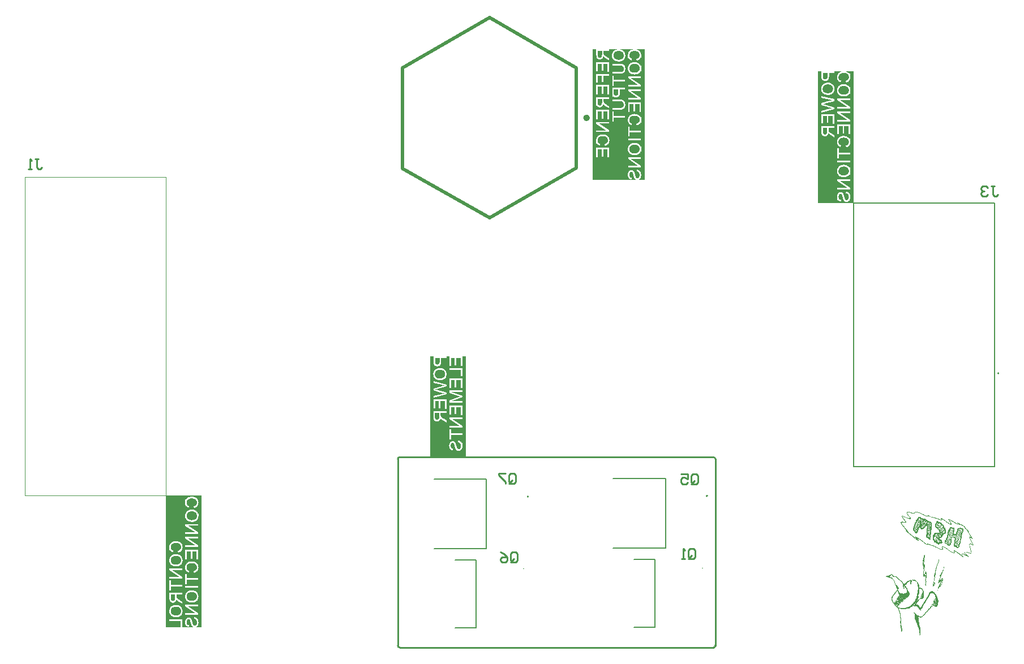
<source format=gbr>
%TF.GenerationSoftware,Altium Limited,Altium Designer,24.2.2 (26)*%
G04 Layer_Color=32896*
%FSLAX45Y45*%
%MOMM*%
%TF.SameCoordinates,B61E387C-C652-4A73-A4A4-6DD95E315EF5*%
%TF.FilePolarity,Positive*%
%TF.FileFunction,Legend,Bot*%
%TF.Part,Single*%
G01*
G75*
%TA.AperFunction,NonConductor*%
%ADD82C,0.25400*%
%ADD100C,0.50000*%
%ADD118C,0.20000*%
%ADD122C,0.10000*%
%ADD123C,0.12700*%
%ADD124C,0.60000*%
G36*
X16188123Y4853174D02*
X16190105Y4852678D01*
X16192957Y4851810D01*
X16194817Y4851439D01*
X16195808Y4851190D01*
X16198286Y4850943D01*
X16200021Y4850695D01*
X16202007Y4850199D01*
X16203616Y4849579D01*
X16204610Y4849331D01*
X16205849Y4849083D01*
X16208948Y4848711D01*
X16210931Y4848215D01*
X16213782Y4846852D01*
X16216634Y4846232D01*
X16219237Y4845116D01*
X16220724Y4844373D01*
X16223575Y4843753D01*
X16227293Y4842017D01*
X16231261Y4841026D01*
X16233121Y4839910D01*
X16234732Y4839290D01*
X16235722Y4839042D01*
X16237459Y4838298D01*
X16237955Y4838051D01*
X16238327Y4837679D01*
X16239566Y4837183D01*
X16240930Y4836811D01*
X16242169Y4836315D01*
X16243906Y4835571D01*
X16244276Y4835199D01*
X16246260Y4834456D01*
X16248120Y4834084D01*
X16249606Y4833092D01*
X16250475Y4832472D01*
X16251466Y4832224D01*
X16253078Y4831852D01*
X16255557Y4830117D01*
X16256549Y4829869D01*
X16258781Y4828877D01*
X16261507Y4827390D01*
X16262251Y4827142D01*
X16263243Y4826894D01*
X16264980Y4825654D01*
X16266219Y4825158D01*
X16268945Y4823919D01*
X16269441Y4823671D01*
X16269814Y4823299D01*
X16271425Y4822679D01*
X16274152Y4821440D01*
X16274648Y4821192D01*
X16275020Y4820820D01*
X16276631Y4820200D01*
X16279358Y4818960D01*
X16281094Y4817969D01*
X16282333Y4817473D01*
X16283945Y4816853D01*
X16285928Y4815613D01*
X16287540Y4814994D01*
X16288531Y4814746D01*
X16288902Y4814374D01*
X16290887Y4813134D01*
X16292497Y4812514D01*
X16293738Y4811771D01*
X16302663Y4807060D01*
X16304027Y4806192D01*
X16305389Y4805820D01*
X16306879Y4804829D01*
X16307375Y4804581D01*
X16307745Y4804209D01*
X16309357Y4803589D01*
X16310597Y4803093D01*
X16312456Y4801730D01*
X16314069Y4801110D01*
X16315308Y4800614D01*
X16315804Y4800366D01*
X16316299Y4799870D01*
X16318034Y4798878D01*
X16319026Y4798630D01*
X16320267Y4798135D01*
X16321010Y4797391D01*
X16322745Y4796399D01*
X16323737Y4796151D01*
X16324976Y4795655D01*
X16325471Y4795160D01*
X16325967Y4794912D01*
X16326340Y4794540D01*
X16327702Y4794168D01*
X16329439Y4793672D01*
X16332538Y4792061D01*
X16333530Y4791813D01*
X16337001Y4791565D01*
X16339977Y4791317D01*
X16342580Y4791441D01*
X16344562Y4791937D01*
X16345554Y4792928D01*
X16346422Y4793548D01*
X16348033Y4794168D01*
X16352000Y4795407D01*
X16353735Y4795904D01*
X16354478Y4796151D01*
X16365388Y4796399D01*
X16369354Y4796151D01*
X16371834Y4795407D01*
X16373198Y4794788D01*
X16374190Y4794540D01*
X16375801Y4794168D01*
X16377785Y4793672D01*
X16380016Y4792680D01*
X16381380Y4791813D01*
X16382991Y4791441D01*
X16384230Y4790945D01*
X16384726Y4790697D01*
X16385594Y4789829D01*
X16387206Y4789209D01*
X16388940Y4788714D01*
X16390305Y4787350D01*
X16391916Y4786730D01*
X16393651Y4785986D01*
X16394147Y4785738D01*
X16395015Y4784871D01*
X16397369Y4784003D01*
X16398610Y4783259D01*
X16407535Y4778549D01*
X16409767Y4777309D01*
X16411749Y4776813D01*
X16414352Y4775450D01*
X16415717Y4775078D01*
X16417700Y4774582D01*
X16419437Y4773838D01*
X16419807Y4773466D01*
X16421046Y4772970D01*
X16423154Y4772599D01*
X16425633Y4772351D01*
X16427370Y4772103D01*
X16430840Y4771111D01*
X16432204Y4770739D01*
X16444104Y4770491D01*
X16450674Y4769871D01*
X16451666Y4769623D01*
X16453401Y4769128D01*
X16455508Y4768260D01*
X16457120Y4767888D01*
X16460095Y4767144D01*
X16461707Y4766276D01*
X16462946Y4765780D01*
X16464186Y4765533D01*
X16465797Y4765161D01*
X16466789Y4764913D01*
X16469640Y4763549D01*
X16470631Y4763301D01*
X16471872Y4763053D01*
X16473483Y4762681D01*
X16475714Y4761690D01*
X16477325Y4761070D01*
X16478317Y4760822D01*
X16479556Y4760574D01*
X16481169Y4760202D01*
X16483772Y4758839D01*
X16485135Y4758467D01*
X16486871Y4757971D01*
X16487863Y4757723D01*
X16490466Y4756360D01*
X16492078Y4755987D01*
X16493813Y4755492D01*
X16497533Y4753756D01*
X16499019Y4753508D01*
X16500011Y4753260D01*
X16501128Y4752888D01*
X16503110Y4751649D01*
X16505093Y4751153D01*
X16506705Y4750781D01*
X16508440Y4750037D01*
X16508812Y4749665D01*
X16510423Y4749046D01*
X16511417Y4748798D01*
X16513152Y4748302D01*
X16515010Y4747186D01*
X16518109Y4746071D01*
X16519846Y4745327D01*
X16520341Y4745079D01*
X16520712Y4744707D01*
X16522324Y4744087D01*
X16524307Y4743591D01*
X16525546Y4742848D01*
X16527283Y4741856D01*
X16529266Y4741360D01*
X16532861Y4739501D01*
X16533853Y4739253D01*
X16535960Y4738881D01*
X16537820Y4737765D01*
X16539432Y4737145D01*
X16540424Y4736897D01*
X16542159Y4736401D01*
X16545381Y4734914D01*
X16547363Y4734418D01*
X16549100Y4733922D01*
X16552818Y4732187D01*
X16553812Y4731939D01*
X16555174Y4732311D01*
X16555917Y4733550D01*
X16555421Y4735534D01*
X16555174Y4737269D01*
X16554802Y4738385D01*
X16553812Y4739872D01*
X16553191Y4741484D01*
X16552695Y4742724D01*
X16551703Y4743715D01*
X16550217Y4746442D01*
X16549844Y4746814D01*
X16548232Y4749170D01*
X16547984Y4749665D01*
X16546124Y4751525D01*
X16545258Y4753880D01*
X16544762Y4754376D01*
X16544514Y4754872D01*
X16544019Y4755368D01*
X16543770Y4756607D01*
X16543523Y4757351D01*
X16543770Y4758839D01*
X16544019Y4759830D01*
X16546124Y4761938D01*
X16547363Y4762681D01*
X16548108Y4762930D01*
X16550836Y4762681D01*
X16552571Y4762186D01*
X16554678Y4761070D01*
X16556290Y4760698D01*
X16557281Y4760450D01*
X16558521Y4759954D01*
X16559389Y4759086D01*
X16561000Y4758467D01*
X16562737Y4757723D01*
X16563232Y4757475D01*
X16563480Y4756979D01*
X16566702Y4755244D01*
X16567200Y4754996D01*
X16567941Y4754252D01*
X16569678Y4753260D01*
X16571413Y4751525D01*
X16573149Y4750533D01*
X16573645Y4750285D01*
X16574139Y4749789D01*
X16576372Y4748550D01*
X16578107Y4746814D01*
X16578603Y4746566D01*
X16581082Y4744831D01*
X16582819Y4743839D01*
X16586288Y4741360D01*
X16586784Y4741112D01*
X16588023Y4739872D01*
X16590752Y4738385D01*
X16591495Y4737641D01*
X16593726Y4736401D01*
X16595213Y4734914D01*
X16597446Y4733674D01*
X16597942Y4733178D01*
X16601041Y4731319D01*
X16601288Y4730823D01*
X16603642Y4729212D01*
X16604140Y4728964D01*
X16604636Y4728468D01*
X16607362Y4726980D01*
X16608354Y4725989D01*
X16610089Y4724749D01*
X16610585Y4724501D01*
X16611081Y4724005D01*
X16611577Y4723757D01*
X16612073Y4723262D01*
X16614304Y4722022D01*
X16614799Y4721526D01*
X16615295Y4721278D01*
X16615791Y4720782D01*
X16617526Y4719791D01*
X16619016Y4718303D01*
X16621246Y4717063D01*
X16621742Y4716816D01*
X16622238Y4716319D01*
X16624469Y4715080D01*
X16625957Y4713593D01*
X16628188Y4712353D01*
X16628683Y4712105D01*
X16629179Y4711609D01*
X16632278Y4709750D01*
X16632527Y4709254D01*
X16633147Y4708882D01*
X16635378Y4707642D01*
X16635873Y4707146D01*
X16638602Y4705659D01*
X16640088Y4704171D01*
X16642816Y4702684D01*
X16643311Y4702188D01*
X16646039Y4700701D01*
X16647278Y4699461D01*
X16649014Y4698469D01*
X16651492Y4696734D01*
X16652733Y4696238D01*
X16654221Y4694750D01*
X16656947Y4693263D01*
X16657443Y4692767D01*
X16660170Y4691279D01*
X16661658Y4689792D01*
X16663889Y4688552D01*
X16664384Y4688304D01*
X16664880Y4687808D01*
X16667113Y4686569D01*
X16667609Y4686321D01*
X16668848Y4685081D01*
X16671574Y4683594D01*
X16672070Y4683098D01*
X16674799Y4681610D01*
X16675542Y4680866D01*
X16677773Y4679627D01*
X16679012Y4679131D01*
X16680003Y4678139D01*
X16681740Y4677148D01*
X16683228Y4676156D01*
X16684962Y4675164D01*
X16687070Y4674296D01*
X16688557Y4673305D01*
X16691656Y4672189D01*
X16695747Y4670082D01*
X16696739Y4669834D01*
X16697607Y4669958D01*
X16697980Y4670330D01*
X16698227Y4672065D01*
X16697235Y4675288D01*
X16696616Y4676900D01*
X16696367Y4677891D01*
X16695747Y4680742D01*
X16695500Y4681734D01*
X16695003Y4682974D01*
X16693764Y4684709D01*
X16693268Y4686693D01*
X16692896Y4688056D01*
X16691904Y4689544D01*
X16691286Y4691155D01*
X16690788Y4692395D01*
X16689796Y4693387D01*
X16689177Y4694254D01*
X16688557Y4695866D01*
X16688062Y4697105D01*
X16687566Y4697601D01*
X16686327Y4699337D01*
X16686078Y4700328D01*
X16685088Y4701816D01*
X16683351Y4705039D01*
X16682855Y4705535D01*
X16681863Y4707270D01*
X16681120Y4709006D01*
X16680252Y4709873D01*
X16678641Y4712229D01*
X16678394Y4712725D01*
X16677402Y4713717D01*
X16676408Y4715452D01*
X16676161Y4715948D01*
X16675169Y4716940D01*
X16674178Y4718675D01*
X16672690Y4720163D01*
X16671700Y4721898D01*
X16671327Y4722270D01*
X16669714Y4724625D01*
X16669467Y4725121D01*
X16668971Y4725617D01*
X16668724Y4726113D01*
X16668352Y4726237D01*
X16667236Y4728096D01*
X16665501Y4729832D01*
X16664384Y4731939D01*
X16663269Y4733302D01*
X16662279Y4735038D01*
X16661038Y4736278D01*
X16660419Y4737145D01*
X16659798Y4739748D01*
X16660046Y4742228D01*
X16660542Y4743467D01*
X16662154Y4744335D01*
X16662897Y4744583D01*
X16665376Y4744831D01*
X16672070Y4744087D01*
X16673807Y4743839D01*
X16675542Y4743343D01*
X16677402Y4742228D01*
X16679756Y4741360D01*
X16681493Y4740616D01*
X16685210Y4738633D01*
X16686946Y4737393D01*
X16687442Y4737145D01*
X16689177Y4736401D01*
X16689922Y4735658D01*
X16690417Y4735410D01*
X16690788Y4735038D01*
X16692400Y4734418D01*
X16693640Y4733922D01*
X16695128Y4732435D01*
X16695995Y4732063D01*
X16697607Y4731443D01*
X16698102Y4730947D01*
X16700830Y4729460D01*
X16702316Y4728468D01*
X16702814Y4728220D01*
X16703185Y4727848D01*
X16705540Y4726980D01*
X16705911Y4726609D01*
X16707275Y4725493D01*
X16710004Y4724501D01*
X16710995Y4723509D01*
X16712358Y4722642D01*
X16713969Y4722022D01*
X16715457Y4721030D01*
X16717194Y4720039D01*
X16718433Y4719543D01*
X16718929Y4719047D01*
X16720663Y4718055D01*
X16722398Y4717311D01*
X16722894Y4716816D01*
X16723392Y4716568D01*
X16723888Y4716072D01*
X16725870Y4715328D01*
X16727483Y4714460D01*
X16727730Y4713964D01*
X16729837Y4712849D01*
X16731078Y4712353D01*
X16731572Y4712105D01*
X16732068Y4711609D01*
X16735291Y4709873D01*
X16735786Y4709378D01*
X16737523Y4708386D01*
X16738762Y4707890D01*
X16739754Y4706899D01*
X16742976Y4705163D01*
X16743472Y4704915D01*
X16743970Y4704419D01*
X16745705Y4703427D01*
X16747192Y4702436D01*
X16749423Y4701196D01*
X16750664Y4700701D01*
X16751901Y4699461D01*
X16753142Y4698717D01*
X16754877Y4697973D01*
X16755373Y4697477D01*
X16758099Y4695990D01*
X16758595Y4695494D01*
X16759093Y4695246D01*
X16759712Y4694626D01*
X16761324Y4694006D01*
X16762563Y4693511D01*
X16763184Y4692891D01*
X16764670Y4691651D01*
X16766283Y4691031D01*
X16766779Y4690535D01*
X16769505Y4689048D01*
X16770992Y4688056D01*
X16771860Y4687436D01*
X16774216Y4686569D01*
X16775455Y4685329D01*
X16777190Y4684337D01*
X16778926Y4683594D01*
X16779422Y4683098D01*
X16782645Y4681362D01*
X16783141Y4680866D01*
X16784875Y4679875D01*
X16786116Y4679379D01*
X16786612Y4679131D01*
X16787357Y4678387D01*
X16789587Y4677148D01*
X16790826Y4676652D01*
X16791322Y4676404D01*
X16792065Y4675660D01*
X16792934Y4675288D01*
X16795041Y4674916D01*
X16799132Y4673057D01*
X16800124Y4672809D01*
X16802231Y4672437D01*
X16803595Y4672065D01*
X16804585Y4671817D01*
X16809048Y4671569D01*
X16812273Y4671321D01*
X16817603Y4670950D01*
X16818346Y4670702D01*
X16820825Y4670454D01*
X16821445Y4671073D01*
X16821072Y4671941D01*
X16818098Y4672189D01*
X16817230Y4673057D01*
X16816611Y4673925D01*
X16816115Y4674173D01*
X16815742Y4674544D01*
X16814131Y4675164D01*
X16812643Y4676156D01*
X16810909Y4677148D01*
X16810413Y4677396D01*
X16808925Y4678883D01*
X16805702Y4680619D01*
X16805206Y4680866D01*
X16804834Y4681238D01*
X16803595Y4681734D01*
X16802231Y4682106D01*
X16800990Y4682602D01*
X16799255Y4683842D01*
X16798759Y4684089D01*
X16797520Y4685329D01*
X16796405Y4686693D01*
X16796156Y4688180D01*
X16796654Y4689420D01*
X16796901Y4689916D01*
X16797893Y4690907D01*
X16799255Y4692023D01*
X16800743Y4692271D01*
X16804958Y4691527D01*
X16806445Y4690535D01*
X16807809Y4689668D01*
X16809174Y4689296D01*
X16810413Y4688800D01*
X16810783Y4688428D01*
X16812148Y4687312D01*
X16812643Y4687065D01*
X16814378Y4686321D01*
X16814874Y4686073D01*
X16815619Y4685329D01*
X16817354Y4684089D01*
X16817850Y4683842D01*
X16818222Y4683470D01*
X16819586Y4682354D01*
X16820576Y4682106D01*
X16821817Y4681610D01*
X16822313Y4681362D01*
X16823428Y4680247D01*
X16825784Y4679379D01*
X16827023Y4678883D01*
X16828139Y4677767D01*
X16831238Y4676652D01*
X16831734Y4676156D01*
X16833965Y4674916D01*
X16835205Y4674420D01*
X16836444Y4673677D01*
X16845370Y4668966D01*
X16846239Y4668346D01*
X16849336Y4667231D01*
X16851443Y4666115D01*
X16853055Y4665495D01*
X16855038Y4664999D01*
X16856277Y4664256D01*
X16856773Y4664007D01*
X16857146Y4663636D01*
X16858510Y4663264D01*
X16860989Y4662520D01*
X16862848Y4661404D01*
X16865204Y4660537D01*
X16866196Y4660289D01*
X16867931Y4659545D01*
X16869295Y4658677D01*
X16871153Y4658305D01*
X16872392Y4657809D01*
X16874252Y4656694D01*
X16875864Y4656074D01*
X16877600Y4655330D01*
X16878096Y4655082D01*
X16878716Y4654463D01*
X16878963Y4653967D01*
X16880080Y4652851D01*
X16880576Y4652603D01*
X16880699Y4652231D01*
X16881195Y4651735D01*
X16881442Y4649752D01*
X16880450Y4648265D01*
X16880203Y4647025D01*
X16880576Y4646653D01*
X16882063Y4646405D01*
X16883798Y4646157D01*
X16885905Y4644545D01*
X16887270Y4644174D01*
X16888509Y4643678D01*
X16889005Y4643430D01*
X16890369Y4642066D01*
X16891978Y4641446D01*
X16895203Y4641198D01*
X16898425Y4638967D01*
X16898921Y4638719D01*
X16899417Y4638223D01*
X16901649Y4636488D01*
X16902145Y4636240D01*
X16902888Y4635496D01*
X16905615Y4634009D01*
X16906358Y4633265D01*
X16908591Y4632025D01*
X16910202Y4631158D01*
X16911566Y4630042D01*
X16912061Y4629794D01*
X16912805Y4629050D01*
X16913301Y4628802D01*
X16913425Y4628430D01*
X16914417Y4627439D01*
X16914665Y4624960D01*
X16914169Y4623720D01*
X16913797Y4623348D01*
X16912061Y4622356D01*
X16911194Y4621240D01*
X16911443Y4620249D01*
X16911937Y4619753D01*
X16912186Y4619257D01*
X16913177Y4617770D01*
X16913425Y4617274D01*
X16914169Y4616530D01*
X16914912Y4615290D01*
X16916028Y4614175D01*
X16917143Y4612811D01*
X16917392Y4612315D01*
X16918755Y4610952D01*
X16919872Y4609588D01*
X16920119Y4609092D01*
X16921359Y4607853D01*
X16922350Y4606117D01*
X16922845Y4605621D01*
X16924582Y4603390D01*
X16924829Y4602894D01*
X16926317Y4601407D01*
X16926566Y4600911D01*
X16927061Y4600415D01*
X16927309Y4599919D01*
X16928177Y4599051D01*
X16928673Y4598803D01*
X16928796Y4598431D01*
X16929292Y4597936D01*
X16929539Y4597440D01*
X16930161Y4596820D01*
X16930656Y4596572D01*
X16931772Y4595208D01*
X16932019Y4594713D01*
X16932887Y4593845D01*
X16934003Y4592481D01*
X16934251Y4591985D01*
X16935120Y4591118D01*
X16936234Y4589754D01*
X16936482Y4589258D01*
X16936978Y4588762D01*
X16939333Y4587151D01*
X16942804Y4586655D01*
X16944540Y4584920D01*
X16945035Y4584672D01*
X16946152Y4583804D01*
X16946399Y4583308D01*
X16946771Y4582936D01*
X16947267Y4582688D01*
X16948630Y4581325D01*
X16948878Y4580829D01*
X16949249Y4580457D01*
X16949747Y4580209D01*
X16950862Y4579093D01*
X16951109Y4578598D01*
X16951729Y4577978D01*
X16952225Y4577730D01*
X16953093Y4576862D01*
X16953342Y4576366D01*
X16954208Y4575499D01*
X16954704Y4575251D01*
X16955573Y4574383D01*
X16955820Y4573887D01*
X16956441Y4573267D01*
X16956937Y4573019D01*
X16957803Y4572152D01*
X16958051Y4571656D01*
X16960283Y4569424D01*
X16960532Y4568928D01*
X16961150Y4568309D01*
X16962018Y4567689D01*
X16963010Y4565954D01*
X16963506Y4565458D01*
X16965240Y4563226D01*
X16965489Y4562730D01*
X16966730Y4561491D01*
X16966977Y4560995D01*
X16967473Y4560499D01*
X16967720Y4560003D01*
X16969208Y4558516D01*
X16969456Y4558020D01*
X16969952Y4557524D01*
X16970200Y4557028D01*
X16970572Y4556656D01*
X16971066Y4556408D01*
X16972679Y4554053D01*
X16972926Y4553557D01*
X16973422Y4553061D01*
X16974416Y4551326D01*
X16974910Y4550086D01*
X16975159Y4547359D01*
X16974661Y4546119D01*
X16974043Y4545004D01*
X16971811Y4543764D01*
X16969331Y4544012D01*
X16967969Y4544632D01*
X16967720Y4545128D01*
X16966853Y4545995D01*
X16965366Y4546243D01*
X16964993Y4545872D01*
X16965240Y4544632D01*
X16965613Y4544260D01*
X16966481Y4543640D01*
X16967226Y4542401D01*
X16967720Y4541161D01*
X16968961Y4539921D01*
X16970200Y4537690D01*
X16971191Y4536698D01*
X16972679Y4533971D01*
X16972926Y4533475D01*
X16973920Y4532484D01*
X16974910Y4530748D01*
X16975159Y4530252D01*
X16975902Y4529509D01*
X16977390Y4526781D01*
X16979124Y4524550D01*
X16979373Y4524054D01*
X16980614Y4522319D01*
X16982100Y4519591D01*
X16983092Y4518600D01*
X16984084Y4516864D01*
X16985323Y4515129D01*
X16986810Y4512402D01*
X16987555Y4511658D01*
X16988794Y4509923D01*
X16989043Y4509427D01*
X16990034Y4507939D01*
X16991521Y4505212D01*
X16992761Y4503972D01*
X16993753Y4502237D01*
X16994743Y4500749D01*
X16996233Y4498022D01*
X16997719Y4496535D01*
X16998959Y4494303D01*
X16999207Y4493807D01*
X16999702Y4493312D01*
X17000941Y4491080D01*
X17001190Y4490584D01*
X17002431Y4489345D01*
X17003670Y4487113D01*
X17003917Y4486618D01*
X17004413Y4486122D01*
X17005653Y4483890D01*
X17005901Y4483395D01*
X17007140Y4482155D01*
X17008380Y4479923D01*
X17008627Y4479428D01*
X17009372Y4478684D01*
X17010611Y4476453D01*
X17010860Y4475957D01*
X17011603Y4475461D01*
X17013091Y4472734D01*
X17014330Y4470998D01*
X17014578Y4470503D01*
X17015694Y4468643D01*
X17016190Y4468395D01*
X17017056Y4467280D01*
X17017305Y4466784D01*
X17018050Y4465048D01*
X17018793Y4464305D01*
X17019785Y4462569D01*
X17020033Y4462073D01*
X17020653Y4461453D01*
X17021768Y4460090D01*
X17022015Y4459594D01*
X17022760Y4457858D01*
X17023132Y4457487D01*
X17024123Y4455999D01*
X17024744Y4453396D01*
X17024495Y4451660D01*
X17023627Y4450049D01*
X17021892Y4448809D01*
X17019661Y4448561D01*
X17017677Y4449057D01*
X17016685Y4450049D01*
X17016190Y4450297D01*
X17014455Y4451536D01*
X17013959Y4451784D01*
X17012967Y4452776D01*
X17010735Y4454015D01*
X17008504Y4455751D01*
X17008008Y4455999D01*
X17007635Y4456371D01*
X17007388Y4456867D01*
X17006769Y4457487D01*
X17006273Y4457734D01*
X17004041Y4459966D01*
X17003546Y4460214D01*
X17001067Y4462693D01*
X17000571Y4462941D01*
X16998091Y4465420D01*
X16997595Y4465668D01*
X16995364Y4467899D01*
X16994868Y4468147D01*
X16993753Y4469263D01*
X16992389Y4470379D01*
X16991893Y4470626D01*
X16991148Y4471370D01*
X16990654Y4471618D01*
X16988918Y4472858D01*
X16988422Y4473106D01*
X16988298Y4473478D01*
X16987183Y4474593D01*
X16986687Y4474841D01*
X16985944Y4475585D01*
X16984950Y4475833D01*
X16984332Y4475213D01*
X16984084Y4473230D01*
X16984332Y4472238D01*
X16984827Y4470503D01*
X16986191Y4467651D01*
X16986563Y4466040D01*
X16986810Y4465048D01*
X16987555Y4463313D01*
X16987926Y4462941D01*
X16988422Y4461701D01*
X16988670Y4460709D01*
X16989043Y4459346D01*
X16990034Y4457115D01*
X16990654Y4456247D01*
X16991273Y4454635D01*
X16991521Y4453644D01*
X16992142Y4452280D01*
X16993257Y4450916D01*
X16993753Y4448933D01*
X16994496Y4447198D01*
X16995116Y4446330D01*
X16996480Y4442487D01*
X16997472Y4440999D01*
X16997719Y4440504D01*
X16998215Y4439264D01*
X16998463Y4438272D01*
X17000323Y4434677D01*
X17000941Y4433066D01*
X17001437Y4431330D01*
X17001933Y4430835D01*
X17003174Y4428603D01*
X17003670Y4426620D01*
X17004289Y4426000D01*
X17005281Y4424513D01*
X17005528Y4423521D01*
X17005901Y4421909D01*
X17006645Y4421165D01*
X17007884Y4418934D01*
X17008380Y4416951D01*
X17008876Y4416455D01*
X17009125Y4415959D01*
X17009991Y4414844D01*
X17010240Y4413852D01*
X17010611Y4412240D01*
X17011107Y4411745D01*
X17011356Y4411248D01*
X17011975Y4410629D01*
X17012595Y4409017D01*
X17012843Y4408025D01*
X17013339Y4406786D01*
X17014206Y4405918D01*
X17015074Y4403563D01*
X17015694Y4402199D01*
X17016811Y4400836D01*
X17017305Y4399596D01*
X17017801Y4397861D01*
X17019165Y4396497D01*
X17019785Y4394886D01*
X17020280Y4393150D01*
X17020653Y4392778D01*
X17021768Y4391415D01*
X17022264Y4390175D01*
X17022760Y4388440D01*
X17023503Y4387696D01*
X17024123Y4386828D01*
X17025240Y4383729D01*
X17025735Y4383233D01*
X17026602Y4381870D01*
X17027222Y4380258D01*
X17027966Y4379018D01*
X17030199Y4374804D01*
X17031685Y4372077D01*
X17032181Y4370837D01*
X17032677Y4370341D01*
X17032925Y4369845D01*
X17033298Y4369473D01*
X17033916Y4367862D01*
X17034412Y4366622D01*
X17034908Y4366126D01*
X17035156Y4365630D01*
X17035652Y4365135D01*
X17036395Y4363151D01*
X17036893Y4361912D01*
X17037883Y4360920D01*
X17038503Y4360052D01*
X17038875Y4358441D01*
X17039371Y4356457D01*
X17039619Y4355713D01*
X17039867Y4352986D01*
X17039371Y4351251D01*
X17038875Y4350011D01*
X17038503Y4349639D01*
X17036768Y4348648D01*
X17036024Y4348400D01*
X17032800Y4348152D01*
X17031808Y4348400D01*
X17028586Y4348648D01*
X17026602Y4349143D01*
X17024744Y4350259D01*
X17021645Y4351375D01*
X17019910Y4352614D01*
X17017181Y4353606D01*
X17015694Y4354598D01*
X17012967Y4356085D01*
X17011852Y4357201D01*
X17009496Y4358812D01*
X17009000Y4359060D01*
X17008257Y4359804D01*
X17006026Y4361044D01*
X17005528Y4361292D01*
X17004536Y4362283D01*
X17003297Y4363027D01*
X17002802Y4363523D01*
X17002306Y4363771D01*
X17001314Y4364763D01*
X16999083Y4366002D01*
X16998587Y4366498D01*
X16995364Y4368234D01*
X16994868Y4368729D01*
X16994000Y4369349D01*
X16992389Y4369969D01*
X16991025Y4370589D01*
X16989662Y4371704D01*
X16988918Y4371952D01*
X16985944Y4372696D01*
X16984579Y4372325D01*
X16983958Y4371457D01*
X16983588Y4364391D01*
X16983340Y4363647D01*
X16983588Y4357201D01*
X16983836Y4354722D01*
X16984084Y4348524D01*
X16984332Y4345301D01*
X16984579Y4342821D01*
X16985075Y4339350D01*
X16985323Y4338359D01*
X16985944Y4336251D01*
X16986314Y4333896D01*
X16986563Y4332904D01*
X16986810Y4330425D01*
X16987308Y4328442D01*
X16987679Y4327078D01*
X16988422Y4325095D01*
X16989043Y4321252D01*
X16989539Y4319268D01*
X16990158Y4317657D01*
X16990654Y4316417D01*
X16991273Y4313814D01*
X16991769Y4310839D01*
X16992389Y4309228D01*
X16993134Y4307244D01*
X16993504Y4305385D01*
X16993753Y4304393D01*
X16994000Y4302658D01*
X16994496Y4300922D01*
X16995116Y4299559D01*
X16995737Y4297947D01*
X16996233Y4294972D01*
X16996480Y4293980D01*
X16997348Y4291873D01*
X16997842Y4290633D01*
X16998091Y4289641D01*
X16998463Y4287534D01*
X16998711Y4286542D01*
X16999083Y4285179D01*
X17000323Y4282452D01*
X17000571Y4281460D01*
X17000941Y4279105D01*
X17001190Y4278113D01*
X17002058Y4276006D01*
X17002802Y4274022D01*
X17003174Y4271667D01*
X17003423Y4270675D01*
X17003917Y4268940D01*
X17004536Y4267328D01*
X17005281Y4265345D01*
X17005653Y4262990D01*
X17005901Y4261998D01*
X17006396Y4260262D01*
X17007018Y4258899D01*
X17007512Y4257659D01*
X17007761Y4256420D01*
X17008504Y4251957D01*
X17009000Y4249478D01*
X17009248Y4248486D01*
X17009496Y4247247D01*
X17009868Y4244891D01*
X17010117Y4244147D01*
X17010362Y4237205D01*
X17010117Y4234726D01*
X17009868Y4233735D01*
X17009372Y4232495D01*
X17008876Y4231999D01*
X17008131Y4230760D01*
X17007512Y4230140D01*
X17006273Y4229396D01*
X17005032Y4228900D01*
X17003297Y4228156D01*
X17002306Y4227908D01*
X17001562Y4227661D01*
X16991397Y4227412D01*
X16986687Y4227661D01*
X16985695Y4227908D01*
X16982472Y4228900D01*
X16980489Y4229396D01*
X16978009Y4229644D01*
X16976274Y4229892D01*
X16975282Y4230140D01*
X16972679Y4231503D01*
X16971066Y4231875D01*
X16968588Y4232619D01*
X16967349Y4233115D01*
X16966977Y4233487D01*
X16965736Y4233983D01*
X16964127Y4234354D01*
X16963133Y4234602D01*
X16960406Y4235842D01*
X16958795Y4236462D01*
X16957184Y4236834D01*
X16956192Y4237082D01*
X16954951Y4237578D01*
X16952721Y4238817D01*
X16951729Y4239065D01*
X16949994Y4239561D01*
X16948257Y4240304D01*
X16947887Y4240677D01*
X16946648Y4241172D01*
X16944788Y4241544D01*
X16942557Y4242536D01*
X16940820Y4243528D01*
X16936855Y4244519D01*
X16933260Y4245635D01*
X16932019Y4245883D01*
X16930531Y4246131D01*
X16928053Y4246379D01*
X16926566Y4246627D01*
X16925201Y4246999D01*
X16923962Y4247494D01*
X16921854Y4248114D01*
X16920367Y4248362D01*
X16917020Y4248734D01*
X16915285Y4248238D01*
X16914665Y4247370D01*
X16913177Y4244643D01*
X16912929Y4242164D01*
X16913177Y4240429D01*
X16913921Y4237454D01*
X16914293Y4236090D01*
X16914542Y4235098D01*
X16914912Y4232743D01*
X16915160Y4231007D01*
X16915656Y4229768D01*
X16916151Y4229272D01*
X16917888Y4226049D01*
X16918631Y4225305D01*
X16919250Y4224437D01*
X16920119Y4222082D01*
X16920740Y4221462D01*
X16921854Y4220099D01*
X16922102Y4219603D01*
X16922598Y4219107D01*
X16922845Y4218611D01*
X16923218Y4218487D01*
X16924335Y4217372D01*
X16924582Y4216876D01*
X16925449Y4216008D01*
X16925945Y4215760D01*
X16926440Y4215264D01*
X16927432Y4213777D01*
X16928796Y4212909D01*
X16930161Y4212537D01*
X16930904Y4212785D01*
X16933879Y4213033D01*
X16935614Y4212289D01*
X16940324Y4209810D01*
X16940820Y4209314D01*
X16941316Y4209066D01*
X16943053Y4208322D01*
X16945284Y4206091D01*
X16945779Y4205843D01*
X16947763Y4203860D01*
X16948257Y4203612D01*
X16950366Y4201504D01*
X16950613Y4201009D01*
X16953093Y4198529D01*
X16953342Y4198034D01*
X16955324Y4196050D01*
X16955573Y4195554D01*
X16957184Y4193943D01*
X16958299Y4192579D01*
X16958546Y4192083D01*
X16958919Y4191959D01*
X16959538Y4191340D01*
X16960283Y4190100D01*
X16961771Y4188612D01*
X16963010Y4186381D01*
X16963258Y4185885D01*
X16964250Y4184894D01*
X16964993Y4183654D01*
X16965240Y4181423D01*
X16965489Y4180679D01*
X16965240Y4178943D01*
X16964993Y4177952D01*
X16963506Y4176464D01*
X16962141Y4175348D01*
X16960159Y4175100D01*
X16958423Y4175844D01*
X16955696Y4177332D01*
X16953961Y4179067D01*
X16953465Y4179315D01*
X16952969Y4179811D01*
X16952473Y4180059D01*
X16951358Y4181175D01*
X16949994Y4182290D01*
X16949498Y4182538D01*
X16948257Y4183778D01*
X16947018Y4184522D01*
X16945531Y4186009D01*
X16944292Y4186753D01*
X16942059Y4188984D01*
X16941565Y4189232D01*
X16939828Y4190967D01*
X16938342Y4191216D01*
X16937598Y4190967D01*
X16937102Y4190720D01*
X16935863Y4189480D01*
X16933134Y4189232D01*
X16930904Y4190224D01*
X16929539Y4191092D01*
X16928177Y4191464D01*
X16925945Y4192455D01*
X16922226Y4194439D01*
X16921730Y4194687D01*
X16921606Y4195058D01*
X16921236Y4195430D01*
X16918507Y4196918D01*
X16917764Y4197662D01*
X16915038Y4199149D01*
X16914542Y4199397D01*
X16914169Y4199769D01*
X16913921Y4200265D01*
X16912682Y4201009D01*
X16911070Y4201628D01*
X16910326Y4202372D01*
X16907599Y4203860D01*
X16906235Y4205223D01*
X16904996Y4205719D01*
X16903384Y4206339D01*
X16903012Y4206711D01*
X16901649Y4207826D01*
X16901154Y4208074D01*
X16899417Y4208818D01*
X16897682Y4210058D01*
X16897186Y4210306D01*
X16895451Y4211049D01*
X16894707Y4211793D01*
X16892970Y4212785D01*
X16891978Y4213033D01*
X16890244Y4213777D01*
X16889748Y4214025D01*
X16889375Y4214396D01*
X16886276Y4215512D01*
X16885286Y4215760D01*
X16882185Y4217372D01*
X16881195Y4217619D01*
X16879707Y4217868D01*
X16878716Y4218115D01*
X16876237Y4218611D01*
X16874750Y4218859D01*
X16873756Y4219107D01*
X16871651Y4219479D01*
X16870906Y4219727D01*
X16866939Y4219975D01*
X16865947Y4219727D01*
X16865327Y4218859D01*
X16865080Y4212909D01*
X16865327Y4208942D01*
X16866444Y4206339D01*
X16866939Y4205099D01*
X16867435Y4203116D01*
X16867807Y4201504D01*
X16868799Y4200017D01*
X16870038Y4197786D01*
X16871278Y4196050D01*
X16872517Y4193819D01*
X16872765Y4193323D01*
X16873633Y4192455D01*
X16874750Y4191092D01*
X16875369Y4190224D01*
X16875864Y4189976D01*
X16876237Y4189604D01*
X16876485Y4189108D01*
X16876981Y4188612D01*
X16877228Y4188117D01*
X16877847Y4187497D01*
X16878716Y4186877D01*
X16879707Y4185141D01*
X16880946Y4183902D01*
X16881691Y4182662D01*
X16883179Y4181175D01*
X16884666Y4178447D01*
X16884914Y4176216D01*
X16884666Y4175225D01*
X16883922Y4173489D01*
X16882559Y4172621D01*
X16879831Y4172373D01*
X16878096Y4172621D01*
X16876855Y4173117D01*
X16876237Y4173737D01*
X16874873Y4174852D01*
X16874377Y4175100D01*
X16873882Y4175596D01*
X16873386Y4175844D01*
X16872147Y4177084D01*
X16871651Y4177332D01*
X16871153Y4177828D01*
X16870657Y4178075D01*
X16869666Y4179067D01*
X16868427Y4179811D01*
X16866939Y4181299D01*
X16865700Y4182042D01*
X16863716Y4184026D01*
X16863220Y4184274D01*
X16861858Y4185637D01*
X16860493Y4186753D01*
X16859998Y4187001D01*
X16858882Y4188117D01*
X16857518Y4189232D01*
X16857022Y4189480D01*
X16856526Y4189976D01*
X16854295Y4191711D01*
X16853799Y4191959D01*
X16852931Y4192827D01*
X16851569Y4193943D01*
X16851073Y4194191D01*
X16850452Y4194811D01*
X16850204Y4195306D01*
X16849089Y4196174D01*
X16848593Y4196422D01*
X16846609Y4198405D01*
X16846114Y4198653D01*
X16845618Y4199149D01*
X16845122Y4199397D01*
X16844254Y4200265D01*
X16842891Y4201380D01*
X16842395Y4201628D01*
X16841776Y4202248D01*
X16840411Y4203364D01*
X16839915Y4203612D01*
X16839047Y4204480D01*
X16837685Y4205595D01*
X16837189Y4205843D01*
X16835205Y4207826D01*
X16834709Y4208074D01*
X16832974Y4209810D01*
X16832478Y4210058D01*
X16831982Y4210554D01*
X16831487Y4210802D01*
X16830370Y4211917D01*
X16829007Y4213033D01*
X16828511Y4213281D01*
X16828015Y4213777D01*
X16825784Y4215512D01*
X16825288Y4215760D01*
X16824420Y4216628D01*
X16823058Y4217743D01*
X16822562Y4217991D01*
X16821693Y4218859D01*
X16821445Y4219355D01*
X16820576Y4219975D01*
X16820081Y4220223D01*
X16819214Y4221090D01*
X16817850Y4222206D01*
X16816115Y4223198D01*
X16815372Y4223942D01*
X16813139Y4225181D01*
X16811652Y4226669D01*
X16810413Y4227412D01*
X16809297Y4228528D01*
X16806941Y4230140D01*
X16806445Y4230388D01*
X16805702Y4231131D01*
X16803471Y4232371D01*
X16801984Y4233859D01*
X16800743Y4234602D01*
X16799628Y4235718D01*
X16797272Y4237330D01*
X16796777Y4237578D01*
X16796281Y4238073D01*
X16794049Y4239313D01*
X16793430Y4239933D01*
X16792810Y4240801D01*
X16790579Y4242040D01*
X16790082Y4242536D01*
X16787851Y4243776D01*
X16786612Y4244271D01*
X16785371Y4245511D01*
X16783141Y4246751D01*
X16781653Y4247742D01*
X16779422Y4248982D01*
X16778926Y4249230D01*
X16777811Y4250346D01*
X16774835Y4251833D01*
X16773473Y4252949D01*
X16771364Y4254064D01*
X16770001Y4255180D01*
X16767522Y4256172D01*
X16766283Y4257411D01*
X16763554Y4258899D01*
X16763058Y4259395D01*
X16760828Y4260634D01*
X16759589Y4261130D01*
X16759093Y4261626D01*
X16757356Y4262618D01*
X16755125Y4263609D01*
X16754630Y4263857D01*
X16753391Y4265097D01*
X16751654Y4265345D01*
X16750787Y4264229D01*
X16751035Y4262990D01*
X16752026Y4261998D01*
X16753265Y4259767D01*
X16753514Y4258775D01*
X16754010Y4257535D01*
X16754259Y4257039D01*
X16754753Y4256544D01*
X16755000Y4256048D01*
X16755373Y4255676D01*
X16755745Y4254312D01*
X16755994Y4253321D01*
X16756985Y4251833D01*
X16757605Y4250965D01*
X16757976Y4249602D01*
X16758224Y4248610D01*
X16759216Y4246379D01*
X16759464Y4245883D01*
X16760208Y4244147D01*
X16760455Y4239933D01*
X16760208Y4237454D01*
X16759712Y4236214D01*
X16758844Y4235346D01*
X16756613Y4233611D01*
X16755125Y4233363D01*
X16754382Y4233115D01*
X16750291Y4233239D01*
X16747812Y4233735D01*
X16745828Y4233983D01*
X16739381Y4234478D01*
X16736903Y4234726D01*
X16735663Y4234974D01*
X16734300Y4235346D01*
X16733928Y4235718D01*
X16731944Y4236462D01*
X16729837Y4236834D01*
X16726738Y4238197D01*
X16725497Y4238693D01*
X16723888Y4239065D01*
X16722894Y4239313D01*
X16720168Y4240553D01*
X16719672Y4240801D01*
X16718433Y4241296D01*
X16715704Y4242536D01*
X16710995Y4245015D01*
X16710500Y4245263D01*
X16710127Y4245635D01*
X16708514Y4246255D01*
X16706779Y4246999D01*
X16706284Y4247494D01*
X16704549Y4248486D01*
X16702814Y4249230D01*
X16702316Y4249726D01*
X16701822Y4249974D01*
X16701326Y4250470D01*
X16700458Y4250841D01*
X16698846Y4251461D01*
X16697855Y4252453D01*
X16695622Y4253693D01*
X16694136Y4254684D01*
X16691409Y4256172D01*
X16690913Y4256420D01*
X16689922Y4257411D01*
X16688187Y4258403D01*
X16686450Y4259643D01*
X16684219Y4260882D01*
X16682732Y4262370D01*
X16681493Y4263114D01*
X16679012Y4264849D01*
X16678517Y4265097D01*
X16677277Y4265593D01*
X16676038Y4266832D01*
X16674303Y4268072D01*
X16673807Y4268320D01*
X16673062Y4269064D01*
X16672566Y4269312D01*
X16672194Y4269684D01*
X16670583Y4270304D01*
X16670087Y4270799D01*
X16669591Y4271047D01*
X16669467Y4271419D01*
X16669095Y4271791D01*
X16668600Y4272039D01*
X16667113Y4273031D01*
X16666615Y4273278D01*
X16665625Y4274270D01*
X16664384Y4275014D01*
X16662897Y4276006D01*
X16661162Y4277245D01*
X16660666Y4277493D01*
X16659425Y4278733D01*
X16657690Y4279973D01*
X16657195Y4280221D01*
X16656203Y4281212D01*
X16653972Y4282452D01*
X16652980Y4283443D01*
X16651245Y4284435D01*
X16649509Y4286171D01*
X16649014Y4286419D01*
X16647527Y4287410D01*
X16647031Y4287658D01*
X16646535Y4288154D01*
X16644302Y4289394D01*
X16642816Y4290881D01*
X16641080Y4291873D01*
X16640088Y4292865D01*
X16637361Y4294352D01*
X16636742Y4294972D01*
X16634386Y4296583D01*
X16633890Y4296831D01*
X16632651Y4298071D01*
X16630418Y4299311D01*
X16629675Y4300054D01*
X16627444Y4301294D01*
X16626949Y4301542D01*
X16626080Y4302658D01*
X16623601Y4304145D01*
X16622238Y4305261D01*
X16620255Y4306005D01*
X16619016Y4307244D01*
X16616783Y4308484D01*
X16615544Y4308980D01*
X16615048Y4309476D01*
X16612817Y4310715D01*
X16611330Y4311707D01*
X16610461Y4312327D01*
X16608105Y4313194D01*
X16606866Y4314434D01*
X16605132Y4315426D01*
X16603891Y4315922D01*
X16603397Y4316169D01*
X16602899Y4316665D01*
X16599553Y4318525D01*
X16598065Y4319516D01*
X16594966Y4320632D01*
X16593108Y4321748D01*
X16590007Y4322864D01*
X16589017Y4323111D01*
X16588519Y4323607D01*
X16586784Y4324599D01*
X16584428Y4324971D01*
X16582942Y4325219D01*
X16581702Y4325467D01*
X16579720Y4325963D01*
X16577115Y4326582D01*
X16576372Y4326830D01*
X16572900Y4327078D01*
X16571661Y4326582D01*
X16571289Y4326211D01*
X16571040Y4323483D01*
X16571536Y4321500D01*
X16572034Y4320260D01*
X16572281Y4318773D01*
X16572777Y4316789D01*
X16574016Y4315054D01*
X16574512Y4313814D01*
X16574760Y4312822D01*
X16575256Y4311583D01*
X16575629Y4311211D01*
X16576620Y4309723D01*
X16576991Y4308360D01*
X16579224Y4305137D01*
X16579967Y4302162D01*
X16581206Y4299435D01*
X16581454Y4298443D01*
X16581702Y4297699D01*
X16581950Y4291997D01*
X16581702Y4287286D01*
X16580959Y4285551D01*
X16579471Y4282824D01*
X16579099Y4282452D01*
X16576372Y4280964D01*
X16574635Y4279973D01*
X16566702Y4279724D01*
X16563232Y4280221D01*
X16561496Y4280716D01*
X16560133Y4281088D01*
X16558025Y4281460D01*
X16557034Y4281708D01*
X16554059Y4282204D01*
X16552695Y4282824D01*
X16551207Y4283815D01*
X16549596Y4284187D01*
X16544389Y4286667D01*
X16543398Y4286914D01*
X16541537Y4288030D01*
X16537572Y4290014D01*
X16536084Y4291005D01*
X16534473Y4291625D01*
X16532738Y4292617D01*
X16531870Y4293237D01*
X16530258Y4293856D01*
X16528026Y4294848D01*
X16527531Y4295096D01*
X16527159Y4295468D01*
X16524803Y4296336D01*
X16522572Y4297327D01*
X16522076Y4297575D01*
X16521704Y4297947D01*
X16518605Y4299063D01*
X16517366Y4299559D01*
X16516251Y4300426D01*
X16514639Y4301046D01*
X16512903Y4301542D01*
X16511044Y4302906D01*
X16508440Y4303525D01*
X16506953Y4304517D01*
X16505217Y4305509D01*
X16504227Y4305757D01*
X16502614Y4306376D01*
X16501128Y4307368D01*
X16498772Y4308236D01*
X16497533Y4308732D01*
X16495673Y4309847D01*
X16491705Y4311335D01*
X16489226Y4312822D01*
X16487367Y4313194D01*
X16485880Y4314186D01*
X16484515Y4315054D01*
X16482408Y4315426D01*
X16480673Y4316665D01*
X16479433Y4317409D01*
X16477451Y4317905D01*
X16476210Y4318649D01*
X16473979Y4319888D01*
X16472987Y4320136D01*
X16471748Y4320632D01*
X16470261Y4321624D01*
X16468277Y4322368D01*
X16467036Y4322864D01*
X16465302Y4324103D01*
X16464806Y4324351D01*
X16462079Y4325591D01*
X16461583Y4325839D01*
X16460963Y4326458D01*
X16457864Y4327574D01*
X16457243Y4328194D01*
X16455757Y4329185D01*
X16454393Y4329558D01*
X16453152Y4330053D01*
X16452409Y4330797D01*
X16451047Y4331665D01*
X16450053Y4331913D01*
X16448689Y4332284D01*
X16447699Y4333276D01*
X16446335Y4334144D01*
X16445345Y4334392D01*
X16443980Y4334764D01*
X16443608Y4335136D01*
X16442245Y4336251D01*
X16440260Y4336995D01*
X16437659Y4338111D01*
X16436418Y4338607D01*
X16435426Y4338855D01*
X16432700Y4339350D01*
X16427617Y4339227D01*
X16422163Y4339474D01*
X16420427Y4339722D01*
X16419437Y4339970D01*
X16416832Y4341086D01*
X16413982Y4341706D01*
X16410262Y4343441D01*
X16409271Y4343689D01*
X16399355Y4348400D01*
X16398114Y4348896D01*
X16396503Y4349515D01*
X16395015Y4350507D01*
X16393774Y4351003D01*
X16392412Y4351375D01*
X16391171Y4351871D01*
X16390552Y4352490D01*
X16388940Y4353110D01*
X16386957Y4353606D01*
X16384726Y4354598D01*
X16384354Y4354970D01*
X16382742Y4355589D01*
X16380759Y4356085D01*
X16379024Y4356829D01*
X16377660Y4357697D01*
X16376048Y4358069D01*
X16375056Y4358317D01*
X16371957Y4359680D01*
X16370718Y4360176D01*
X16368611Y4360548D01*
X16365512Y4361912D01*
X16364272Y4362408D01*
X16363280Y4362655D01*
X16361172Y4363027D01*
X16358322Y4364391D01*
X16355099Y4364887D01*
X16347784Y4365507D01*
X16346671Y4365135D01*
X16346422Y4364639D01*
X16345430Y4363151D01*
X16344189Y4362655D01*
X16342580Y4362035D01*
X16341339Y4361540D01*
X16336629Y4361292D01*
X16335637Y4361540D01*
X16334521Y4361912D01*
X16333282Y4362408D01*
X16331422Y4362779D01*
X16329439Y4363275D01*
X16329066Y4363647D01*
X16327702Y4364763D01*
X16327208Y4365011D01*
X16324976Y4366002D01*
X16324480Y4366250D01*
X16323489Y4367242D01*
X16322993Y4367490D01*
X16321257Y4368234D01*
X16320763Y4368729D01*
X16318530Y4369969D01*
X16317168Y4371333D01*
X16315804Y4372448D01*
X16315308Y4372696D01*
X16314192Y4373812D01*
X16312828Y4374927D01*
X16312332Y4375176D01*
X16311836Y4375671D01*
X16309605Y4377407D01*
X16309109Y4377655D01*
X16308118Y4378647D01*
X16306383Y4379638D01*
X16305019Y4381002D01*
X16303654Y4382117D01*
X16303159Y4382365D01*
X16302043Y4383481D01*
X16300681Y4384597D01*
X16300185Y4384845D01*
X16298944Y4386084D01*
X16297209Y4387076D01*
X16295969Y4388316D01*
X16294234Y4389307D01*
X16293861Y4389679D01*
X16293614Y4390175D01*
X16292746Y4391043D01*
X16292250Y4391291D01*
X16290266Y4393274D01*
X16289771Y4393522D01*
X16288036Y4395257D01*
X16287540Y4395505D01*
X16286797Y4396249D01*
X16286301Y4396497D01*
X16284317Y4398480D01*
X16283821Y4398728D01*
X16283325Y4399224D01*
X16282829Y4399472D01*
X16281961Y4400340D01*
X16280598Y4401456D01*
X16280103Y4401703D01*
X16279607Y4402447D01*
X16279111Y4402695D01*
X16278613Y4403191D01*
X16278119Y4403439D01*
X16276135Y4405422D01*
X16275639Y4405670D01*
X16273656Y4407654D01*
X16273160Y4407902D01*
X16271178Y4409885D01*
X16270682Y4410133D01*
X16270184Y4410629D01*
X16269688Y4410877D01*
X16268201Y4412364D01*
X16266466Y4413356D01*
X16265970Y4413604D01*
X16265227Y4414348D01*
X16263490Y4415339D01*
X16261755Y4417075D01*
X16260020Y4418066D01*
X16259399Y4418686D01*
X16257045Y4420298D01*
X16256549Y4420546D01*
X16255557Y4421538D01*
X16253822Y4422529D01*
X16252335Y4424017D01*
X16250227Y4425380D01*
X16248865Y4426496D01*
X16246632Y4427736D01*
X16245392Y4428975D01*
X16243657Y4429967D01*
X16243161Y4430215D01*
X16242665Y4430711D01*
X16239442Y4432446D01*
X16238947Y4432694D01*
X16238576Y4433066D01*
X16238327Y4433562D01*
X16235722Y4434925D01*
X16235352Y4435297D01*
X16233864Y4436289D01*
X16232253Y4436909D01*
X16230765Y4438396D01*
X16228038Y4439884D01*
X16227542Y4440132D01*
X16227046Y4440628D01*
X16224815Y4441867D01*
X16224319Y4442115D01*
X16223575Y4442859D01*
X16221840Y4443851D01*
X16220103Y4444594D01*
X16219608Y4445090D01*
X16217377Y4446330D01*
X16216138Y4446826D01*
X16214899Y4447569D01*
X16211179Y4449553D01*
X16206964Y4451784D01*
X16204237Y4453272D01*
X16202997Y4453768D01*
X16201138Y4455131D01*
X16199527Y4455751D01*
X16198286Y4456247D01*
X16197791Y4456743D01*
X16197295Y4456991D01*
X16196922Y4457362D01*
X16193823Y4458478D01*
X16193080Y4459222D01*
X16191345Y4460214D01*
X16189114Y4461205D01*
X16188618Y4461453D01*
X16187627Y4462445D01*
X16186386Y4462941D01*
X16184651Y4463437D01*
X16184279Y4464305D01*
X16183163Y4465172D01*
X16182420Y4464924D01*
X16182297Y4464056D01*
X16182916Y4463437D01*
X16183659Y4463189D01*
X16184155Y4462693D01*
X16184898Y4461205D01*
X16185394Y4460957D01*
X16185892Y4460461D01*
X16186386Y4460214D01*
X16187006Y4459594D01*
X16187254Y4459098D01*
X16187874Y4458478D01*
X16188370Y4458230D01*
X16191718Y4454883D01*
X16191965Y4454387D01*
X16192337Y4454263D01*
X16193948Y4452652D01*
X16194196Y4452156D01*
X16194568Y4451784D01*
X16195064Y4451536D01*
X16196428Y4450173D01*
X16196675Y4449677D01*
X16197047Y4449305D01*
X16197543Y4449057D01*
X16198659Y4447941D01*
X16198907Y4447446D01*
X16199278Y4447074D01*
X16199774Y4446826D01*
X16202254Y4444346D01*
X16202750Y4444099D01*
X16203616Y4443231D01*
X16203865Y4442735D01*
X16204237Y4442363D01*
X16204733Y4442115D01*
X16207211Y4439636D01*
X16207709Y4439388D01*
X16213535Y4433562D01*
X16213782Y4433066D01*
X16214154Y4432942D01*
X16214650Y4432446D01*
X16215765Y4431083D01*
X16217253Y4429843D01*
X16217500Y4429347D01*
X16219980Y4426868D01*
X16220229Y4426372D01*
X16221468Y4425132D01*
X16222707Y4423397D01*
X16222955Y4419430D01*
X16222212Y4417694D01*
X16221964Y4417199D01*
X16221593Y4416827D01*
X16219856Y4415587D01*
X16216385Y4415339D01*
X16214650Y4415587D01*
X16212914Y4416331D01*
X16210187Y4417818D01*
X16208452Y4418562D01*
X16207956Y4419058D01*
X16200517Y4423025D01*
X16200021Y4423273D01*
X16198907Y4424141D01*
X16197295Y4424761D01*
X16196179Y4425380D01*
X16195932Y4425876D01*
X16193823Y4427487D01*
X16193327Y4427736D01*
X16192709Y4428355D01*
X16190353Y4429967D01*
X16189857Y4430215D01*
X16189238Y4430835D01*
X16186510Y4432570D01*
X16186263Y4433066D01*
X16185643Y4433686D01*
X16183907Y4434677D01*
X16183534Y4435049D01*
X16182172Y4436165D01*
X16180437Y4437157D01*
X16179817Y4437776D01*
X16178453Y4438892D01*
X16177957Y4439140D01*
X16176595Y4440504D01*
X16175230Y4441619D01*
X16174734Y4441867D01*
X16173618Y4442983D01*
X16172255Y4444099D01*
X16171759Y4444346D01*
X16171014Y4445090D01*
X16168784Y4446826D01*
X16167915Y4447446D01*
X16166553Y4448561D01*
X16166057Y4448809D01*
X16164941Y4449925D01*
X16163577Y4451040D01*
X16163081Y4451288D01*
X16161098Y4453272D01*
X16160602Y4453520D01*
X16159859Y4454263D01*
X16159363Y4454511D01*
X16158990Y4454883D01*
X16157626Y4455999D01*
X16157130Y4456247D01*
X16156387Y4456991D01*
X16154652Y4458230D01*
X16154156Y4458478D01*
X16153288Y4459346D01*
X16151926Y4460461D01*
X16151430Y4460709D01*
X16149446Y4462693D01*
X16148950Y4462941D01*
X16147958Y4463932D01*
X16145728Y4465668D01*
X16145232Y4465916D01*
X16144736Y4466412D01*
X16142503Y4468147D01*
X16142007Y4468395D01*
X16141016Y4469387D01*
X16139777Y4470131D01*
X16137544Y4472362D01*
X16137050Y4472610D01*
X16135313Y4474345D01*
X16134818Y4474593D01*
X16133827Y4475585D01*
X16133331Y4475833D01*
X16132091Y4477073D01*
X16131595Y4477320D01*
X16131099Y4477816D01*
X16130605Y4478064D01*
X16129613Y4479056D01*
X16128372Y4479800D01*
X16127133Y4481039D01*
X16125893Y4481783D01*
X16125397Y4482279D01*
X16124901Y4482527D01*
X16124777Y4482899D01*
X16123911Y4483766D01*
X16123415Y4484014D01*
X16122919Y4484510D01*
X16122421Y4484758D01*
X16122050Y4485130D01*
X16121802Y4485626D01*
X16120686Y4486494D01*
X16120190Y4486742D01*
X16118456Y4488477D01*
X16117960Y4488725D01*
X16117464Y4489221D01*
X16116968Y4489469D01*
X16116225Y4490213D01*
X16113992Y4491948D01*
X16113496Y4492196D01*
X16112505Y4493188D01*
X16111266Y4493931D01*
X16109282Y4495915D01*
X16108786Y4496163D01*
X16106802Y4498146D01*
X16106306Y4498394D01*
X16105811Y4498890D01*
X16105315Y4499138D01*
X16104199Y4500253D01*
X16102837Y4501369D01*
X16102341Y4501617D01*
X16101100Y4502857D01*
X16099365Y4503848D01*
X16098125Y4505088D01*
X16096886Y4505832D01*
X16094902Y4507815D01*
X16094406Y4508063D01*
X16093912Y4508559D01*
X16093414Y4508807D01*
X16093291Y4509179D01*
X16092918Y4509551D01*
X16092422Y4509798D01*
X16091927Y4510294D01*
X16091431Y4510542D01*
X16090936Y4511038D01*
X16090440Y4511286D01*
X16089449Y4512278D01*
X16088208Y4513022D01*
X16087714Y4513518D01*
X16087218Y4513765D01*
X16086473Y4514509D01*
X16085233Y4515253D01*
X16083870Y4516617D01*
X16082506Y4517732D01*
X16082010Y4517980D01*
X16080275Y4519716D01*
X16079779Y4519963D01*
X16079283Y4520459D01*
X16078787Y4520707D01*
X16078168Y4521327D01*
X16076804Y4522443D01*
X16076308Y4522691D01*
X16075812Y4523187D01*
X16075316Y4523434D01*
X16074573Y4524178D01*
X16073334Y4524922D01*
X16072217Y4526038D01*
X16070854Y4527153D01*
X16070358Y4527401D01*
X16068622Y4529137D01*
X16068126Y4529385D01*
X16067632Y4529880D01*
X16067136Y4530128D01*
X16066391Y4530872D01*
X16061928Y4534343D01*
X16061432Y4534591D01*
X16060193Y4535831D01*
X16058952Y4536574D01*
X16056970Y4538558D01*
X16056474Y4538806D01*
X16055978Y4539302D01*
X16055482Y4539549D01*
X16054614Y4540417D01*
X16053252Y4541533D01*
X16052756Y4541781D01*
X16052258Y4542277D01*
X16050027Y4544012D01*
X16049532Y4544260D01*
X16048540Y4545252D01*
X16046432Y4546615D01*
X16046185Y4547111D01*
X16045317Y4547979D01*
X16044823Y4548227D01*
X16044325Y4548723D01*
X16043829Y4548971D01*
X16042342Y4550458D01*
X16041847Y4550706D01*
X16041351Y4551202D01*
X16040855Y4551450D01*
X16039615Y4552689D01*
X16037880Y4553681D01*
X16036639Y4554921D01*
X16034904Y4555912D01*
X16034285Y4556532D01*
X16034036Y4557028D01*
X16032921Y4557896D01*
X16032425Y4558144D01*
X16030441Y4560127D01*
X16029945Y4560375D01*
X16028087Y4562234D01*
X16027840Y4562730D01*
X16027344Y4563226D01*
X16027095Y4565954D01*
X16027591Y4567193D01*
X16027963Y4567565D01*
X16028831Y4568185D01*
X16031186Y4569796D01*
X16034657Y4569548D01*
X16035648Y4569300D01*
X16037135Y4568309D01*
X16038004Y4568433D01*
X16038252Y4569177D01*
X16037384Y4569796D01*
X16036888Y4570044D01*
X16036269Y4571160D01*
X16034781Y4572647D01*
X16034534Y4573143D01*
X16033417Y4574259D01*
X16032921Y4574507D01*
X16031558Y4576366D01*
X16031310Y4576862D01*
X16030690Y4577482D01*
X16029575Y4578846D01*
X16029326Y4579341D01*
X16028459Y4580209D01*
X16027344Y4581573D01*
X16027095Y4582069D01*
X16025360Y4583804D01*
X16025111Y4584300D01*
X16024615Y4584796D01*
X16024368Y4585292D01*
X16022632Y4587027D01*
X16022385Y4587523D01*
X16020897Y4589010D01*
X16019656Y4590746D01*
X16019409Y4591242D01*
X16018417Y4592233D01*
X16017674Y4593473D01*
X16017178Y4593969D01*
X16016930Y4594465D01*
X16016557Y4594589D01*
X16016310Y4595085D01*
X16015195Y4596448D01*
X16014948Y4596944D01*
X16013831Y4598060D01*
X16012715Y4599423D01*
X16012466Y4599919D01*
X16012096Y4600291D01*
X16011600Y4600539D01*
X16010608Y4601778D01*
X16009616Y4603266D01*
X16009120Y4603514D01*
X16008005Y4605373D01*
X16007385Y4605993D01*
X16006268Y4607357D01*
X16006021Y4607853D01*
X16005527Y4608348D01*
X16005278Y4608844D01*
X16004410Y4609712D01*
X16003294Y4611076D01*
X16003046Y4611571D01*
X16002179Y4612439D01*
X16001683Y4612687D01*
X16001559Y4613059D01*
X16001064Y4613555D01*
X16000815Y4614051D01*
X15999080Y4615786D01*
X15998088Y4617522D01*
X15996352Y4619753D01*
X15996104Y4620249D01*
X15995238Y4621117D01*
X15994121Y4622480D01*
X15993874Y4622976D01*
X15992509Y4624339D01*
X15991394Y4625703D01*
X15991145Y4626199D01*
X15989906Y4627439D01*
X15988914Y4629174D01*
X15988419Y4629670D01*
X15986684Y4631901D01*
X15986435Y4632397D01*
X15985568Y4633265D01*
X15984451Y4634629D01*
X15984204Y4635124D01*
X15982469Y4636860D01*
X15981725Y4638099D01*
X15981105Y4638719D01*
X15979990Y4640083D01*
X15979741Y4640579D01*
X15978751Y4642066D01*
X15977014Y4644298D01*
X15976765Y4644793D01*
X15975279Y4646281D01*
X15974535Y4647521D01*
X15973047Y4649008D01*
X15972800Y4649504D01*
X15971561Y4651487D01*
X15969826Y4653719D01*
X15969577Y4654214D01*
X15968336Y4655454D01*
X15967593Y4656694D01*
X15966106Y4658181D01*
X15965363Y4659421D01*
X15962881Y4662892D01*
X15962634Y4663388D01*
X15961147Y4664875D01*
X15960155Y4666611D01*
X15959164Y4667602D01*
X15957428Y4670826D01*
X15957179Y4671321D01*
X15956436Y4672065D01*
X15955444Y4673801D01*
X15954701Y4675040D01*
X15953833Y4676404D01*
X15952966Y4678759D01*
X15952718Y4679751D01*
X15952098Y4681362D01*
X15951353Y4683346D01*
X15950858Y4685825D01*
X15950610Y4687312D01*
X15950238Y4688924D01*
X15949989Y4689668D01*
X15950114Y4690783D01*
X15950610Y4692767D01*
X15950983Y4695122D01*
X15951479Y4696858D01*
X15951974Y4697353D01*
X15953337Y4698469D01*
X15953833Y4698717D01*
X15954701Y4699585D01*
X15956065Y4700701D01*
X15958047Y4701444D01*
X15959659Y4702064D01*
X15960651Y4702312D01*
X15962634Y4702560D01*
X15964494Y4702932D01*
X15965237Y4703180D01*
X15970940Y4703427D01*
X15983089Y4703180D01*
X15984824Y4702932D01*
X15992139Y4702560D01*
X15994121Y4702312D01*
X15995113Y4702064D01*
X15997592Y4701568D01*
X16004286Y4700824D01*
X16005772Y4700576D01*
X16007758Y4700081D01*
X16009120Y4699709D01*
X16009863Y4699461D01*
X16011848Y4699213D01*
X16012592Y4698965D01*
X16017551Y4698717D01*
X16018294Y4698469D01*
X16021642Y4698593D01*
X16021889Y4700328D01*
X16020650Y4702064D01*
X16019656Y4703800D01*
X16018665Y4704791D01*
X16018047Y4705659D01*
X16017055Y4707146D01*
X16016557Y4707394D01*
X16015691Y4708262D01*
X16014699Y4709998D01*
X16014452Y4710493D01*
X16014079Y4710865D01*
X16012466Y4713220D01*
X16012219Y4713717D01*
X16011600Y4714336D01*
X16010484Y4715700D01*
X16010236Y4716196D01*
X16008749Y4717683D01*
X16007758Y4719419D01*
X16006517Y4720658D01*
X16005527Y4722394D01*
X16005278Y4722890D01*
X16004286Y4723881D01*
X16003667Y4724749D01*
X16002673Y4726237D01*
X16002179Y4726485D01*
X16001559Y4727104D01*
X16000568Y4728840D01*
X15999574Y4729832D01*
X15998335Y4732063D01*
X15997839Y4732559D01*
X15996104Y4734790D01*
X15995857Y4735286D01*
X15994617Y4736525D01*
X15993378Y4738261D01*
X15993129Y4738757D01*
X15992386Y4739501D01*
X15991643Y4740740D01*
X15990402Y4742476D01*
X15988667Y4744707D01*
X15988419Y4745203D01*
X15987550Y4745823D01*
X15986311Y4747806D01*
X15985196Y4749170D01*
X15984204Y4750905D01*
X15983708Y4751401D01*
X15981973Y4753632D01*
X15981725Y4754128D01*
X15980237Y4755616D01*
X15979247Y4757351D01*
X15978255Y4758343D01*
X15977014Y4760574D01*
X15976518Y4761070D01*
X15974783Y4763301D01*
X15974535Y4763797D01*
X15972800Y4765533D01*
X15971808Y4767268D01*
X15971561Y4767764D01*
X15971065Y4768260D01*
X15969577Y4770987D01*
X15968336Y4772227D01*
X15967593Y4773466D01*
X15966849Y4775202D01*
X15966602Y4775698D01*
X15966229Y4776069D01*
X15965610Y4777681D01*
X15965363Y4778673D01*
X15965114Y4780408D01*
X15964867Y4781152D01*
X15964618Y4784623D01*
X15965363Y4786358D01*
X15965610Y4786854D01*
X15966725Y4787970D01*
X15968462Y4788961D01*
X15969205Y4789209D01*
X15983089Y4788961D01*
X15984081Y4788714D01*
X15986188Y4787846D01*
X15987427Y4787350D01*
X15988667Y4787102D01*
X15991022Y4786730D01*
X15993005Y4786234D01*
X15994121Y4785862D01*
X15995361Y4785367D01*
X15996973Y4784747D01*
X15997964Y4784499D01*
X15999699Y4784003D01*
X16002798Y4782392D01*
X16005649Y4781772D01*
X16007385Y4780532D01*
X16009367Y4779788D01*
X16010361Y4779540D01*
X16011600Y4779045D01*
X16013458Y4777929D01*
X16014699Y4777433D01*
X16016061Y4777061D01*
X16017674Y4776441D01*
X16019656Y4775202D01*
X16021269Y4774830D01*
X16023004Y4774086D01*
X16025237Y4772846D01*
X16027219Y4772351D01*
X16031435Y4770367D01*
X16032921Y4770119D01*
X16035153Y4769128D01*
X16036888Y4768136D01*
X16038870Y4767640D01*
X16042094Y4766153D01*
X16042963Y4765780D01*
X16044325Y4765409D01*
X16045317Y4765161D01*
X16046432Y4764789D01*
X16047922Y4763797D01*
X16049532Y4763177D01*
X16052507Y4762434D01*
X16053871Y4761814D01*
X16055357Y4761070D01*
X16056970Y4760698D01*
X16058952Y4760202D01*
X16062051Y4758839D01*
X16063416Y4758467D01*
X16064407Y4758219D01*
X16066142Y4757971D01*
X16068994Y4757103D01*
X16070978Y4756360D01*
X16073581Y4755987D01*
X16074573Y4755740D01*
X16076308Y4755492D01*
X16077299Y4755244D01*
X16079034Y4754500D01*
X16081390Y4754128D01*
X16083374Y4753880D01*
X16088208Y4753508D01*
X16089200Y4753756D01*
X16090315Y4754128D01*
X16090564Y4754624D01*
X16089076Y4757847D01*
X16088580Y4759086D01*
X16088332Y4759582D01*
X16087959Y4759954D01*
X16086845Y4761318D01*
X16086597Y4762309D01*
X16085977Y4763673D01*
X16084862Y4765037D01*
X16084119Y4766276D01*
X16083250Y4767144D01*
X16082133Y4768508D01*
X16081143Y4770243D01*
X16079407Y4772475D01*
X16079160Y4772970D01*
X16077425Y4774706D01*
X16077176Y4775202D01*
X16075192Y4777185D01*
X16074944Y4777681D01*
X16074449Y4778177D01*
X16074200Y4778673D01*
X16073830Y4778797D01*
X16073334Y4779292D01*
X16072217Y4780656D01*
X16071970Y4781152D01*
X16070854Y4782268D01*
X16069737Y4783631D01*
X16069118Y4784499D01*
X16068622Y4784747D01*
X16068498Y4785119D01*
X16068002Y4785615D01*
X16067755Y4786110D01*
X16066515Y4787350D01*
X16066267Y4787846D01*
X16065771Y4788342D01*
X16065523Y4788838D01*
X16064780Y4789581D01*
X16064531Y4790077D01*
X16063045Y4791565D01*
X16062796Y4792061D01*
X16061432Y4793424D01*
X16060316Y4794788D01*
X16060069Y4795284D01*
X16059448Y4795904D01*
X16058952Y4796151D01*
X16057838Y4798011D01*
X16056598Y4799250D01*
X16055357Y4801482D01*
X16054367Y4802474D01*
X16053127Y4804209D01*
X16052879Y4804705D01*
X16052258Y4805324D01*
X16051762Y4805573D01*
X16050400Y4808176D01*
X16050027Y4808547D01*
X16048416Y4810903D01*
X16048169Y4811399D01*
X16046928Y4812638D01*
X16046309Y4813506D01*
X16046062Y4814498D01*
X16045689Y4815861D01*
X16044946Y4816605D01*
X16043706Y4818836D01*
X16043459Y4819828D01*
X16042963Y4821068D01*
X16042218Y4821812D01*
X16041475Y4823051D01*
X16041228Y4824291D01*
X16040607Y4825902D01*
X16039615Y4827390D01*
X16039243Y4829001D01*
X16038995Y4829993D01*
X16038747Y4832472D01*
X16038252Y4834456D01*
X16037756Y4835695D01*
Y4835943D01*
X16037384Y4836811D01*
X16036888Y4838794D01*
X16036516Y4841646D01*
X16036765Y4844125D01*
X16037012Y4845860D01*
X16037508Y4847100D01*
X16039243Y4849579D01*
X16039491Y4850075D01*
X16040111Y4850447D01*
X16040607Y4850695D01*
X16044823Y4852678D01*
X16046558Y4852926D01*
X16047301Y4853174D01*
X16057217Y4853422D01*
X16058952Y4853174D01*
X16062300Y4852802D01*
X16063788Y4852554D01*
X16066267Y4852058D01*
X16067755Y4851810D01*
X16069737Y4851562D01*
X16074324Y4851190D01*
X16078539Y4850695D01*
X16079779Y4850199D01*
X16082010Y4849207D01*
X16083002Y4848959D01*
X16086473Y4848464D01*
X16089572Y4847100D01*
X16091554Y4846604D01*
X16093663Y4846232D01*
X16095647Y4845736D01*
X16097382Y4844992D01*
X16098993Y4844373D01*
X16099985Y4844125D01*
X16101596Y4843753D01*
X16104076Y4843009D01*
X16104448Y4842637D01*
X16106432Y4841893D01*
X16107671Y4841646D01*
X16109282Y4841274D01*
X16111885Y4840158D01*
X16113126Y4839662D01*
X16114117Y4839414D01*
X16116968Y4838794D01*
X16118330Y4838422D01*
X16120811Y4837431D01*
X16123660Y4836811D01*
X16125397Y4836563D01*
X16126389Y4836315D01*
X16127753Y4835943D01*
X16130232Y4834951D01*
X16132339Y4834580D01*
X16133331Y4834332D01*
X16136307Y4833836D01*
X16138042Y4833340D01*
X16139404Y4832968D01*
X16140643Y4832720D01*
X16142999Y4832348D01*
X16143742Y4832100D01*
X16151677Y4831852D01*
X16152296Y4832472D01*
X16152669Y4833340D01*
X16152545Y4837431D01*
X16152296Y4838174D01*
X16152422Y4841026D01*
X16152669Y4842265D01*
X16153041Y4844620D01*
X16153535Y4845860D01*
X16153786Y4846356D01*
X16155272Y4847843D01*
X16156635Y4848959D01*
X16157130Y4849207D01*
X16157626Y4849703D01*
X16158495Y4850323D01*
X16159735Y4850819D01*
X16162090Y4851190D01*
X16164073Y4851686D01*
X16165685Y4852306D01*
X16166676Y4852554D01*
X16170271Y4852926D01*
X16171014Y4853174D01*
X16178204Y4853422D01*
X16188123Y4853174D01*
D02*
G37*
G36*
X15811649Y3918870D02*
X15812640Y3918623D01*
X15814252Y3918251D01*
X15816235Y3917755D01*
X15817474Y3917259D01*
X15817970Y3916763D01*
X15820203Y3915524D01*
X15820699Y3915028D01*
X15821194Y3914780D01*
X15821812Y3914160D01*
X15824911Y3913044D01*
X15825656Y3912301D01*
X15827888Y3910565D01*
X15828384Y3910317D01*
X15830119Y3908581D01*
X15830615Y3908334D01*
X15832101Y3906846D01*
X15832597Y3906598D01*
X15833093Y3906102D01*
X15833591Y3905855D01*
X15835326Y3904119D01*
X15835822Y3903871D01*
X15838052Y3901640D01*
X15838548Y3901392D01*
X15841028Y3898913D01*
X15841524Y3898665D01*
X15841647Y3898293D01*
X15842763Y3897177D01*
X15843259Y3896929D01*
X15845985Y3894202D01*
X15846481Y3893954D01*
X15847102Y3893334D01*
X15847350Y3892839D01*
X15847722Y3892714D01*
X15850449Y3889987D01*
X15850945Y3889739D01*
X15851688Y3888996D01*
X15852184Y3888748D01*
X15852556Y3888376D01*
X15852805Y3887880D01*
X15853671Y3887012D01*
X15854910Y3886269D01*
X15855655Y3886020D01*
X15856151Y3886269D01*
X15860986Y3886145D01*
X15865448Y3885896D01*
X15866689Y3885649D01*
X15869415Y3885153D01*
X15873257Y3884781D01*
X15874992Y3884533D01*
X15878091Y3883170D01*
X15879332Y3882673D01*
X15880820Y3882426D01*
X15882431Y3882054D01*
X15883176Y3881806D01*
X15883795Y3881930D01*
X15886646Y3882302D01*
X15888380Y3882054D01*
X15889372Y3881806D01*
X15890613Y3881062D01*
X15892844Y3879822D01*
X15893835Y3878831D01*
X15895570Y3877591D01*
X15896066Y3877343D01*
X15897554Y3875856D01*
X15898050Y3875608D01*
X15898795Y3874864D01*
X15899290Y3874616D01*
X15899661Y3874244D01*
X15901398Y3872013D01*
X15901645Y3871517D01*
X15902017Y3871145D01*
X15902513Y3870897D01*
X15903381Y3870029D01*
X15903629Y3869534D01*
X15904993Y3868170D01*
X15905489Y3867922D01*
X15905859Y3867302D01*
X15906108Y3866806D01*
X15907843Y3865071D01*
X15908588Y3863831D01*
X15909454Y3862964D01*
X15910570Y3861600D01*
X15910818Y3861104D01*
X15912553Y3859369D01*
X15912802Y3858873D01*
X15913547Y3858129D01*
X15913792Y3857633D01*
X15915282Y3856145D01*
X15915529Y3855650D01*
X15917513Y3853666D01*
X15917760Y3853171D01*
X15919373Y3851559D01*
X15920486Y3850196D01*
X15920735Y3849700D01*
X15921976Y3848460D01*
X15922968Y3846725D01*
X15923586Y3845609D01*
X15924702Y3844245D01*
X15924950Y3843749D01*
X15925446Y3843253D01*
X15925694Y3842758D01*
X15926067Y3842634D01*
X15926810Y3841890D01*
X15927306Y3841642D01*
X15929289Y3839659D01*
X15929784Y3839411D01*
X15931767Y3837427D01*
X15932265Y3837179D01*
X15932761Y3836683D01*
X15933257Y3836436D01*
X15934123Y3835568D01*
X15935487Y3834452D01*
X15935983Y3834204D01*
X15936356Y3833832D01*
X15936603Y3833337D01*
X15936974Y3832965D01*
X15937469Y3832717D01*
X15937965Y3832221D01*
X15938461Y3831973D01*
X15938834Y3831601D01*
X15939082Y3831105D01*
X15939951Y3830237D01*
X15940445Y3829990D01*
X15943544Y3826890D01*
X15943793Y3826395D01*
X15944412Y3825775D01*
X15945651Y3825527D01*
X15946149Y3826023D01*
X15946519Y3827386D01*
X15947015Y3828626D01*
X15948380Y3829742D01*
X15950858Y3829990D01*
X15952098Y3829494D01*
X15953833Y3827758D01*
X15954329Y3827510D01*
X15955444Y3826395D01*
X15955693Y3825899D01*
X15957179Y3824411D01*
X15958420Y3822676D01*
X15958669Y3822180D01*
X15959537Y3821312D01*
X15960651Y3819949D01*
X15960899Y3819453D01*
X15962387Y3817965D01*
X15963130Y3816726D01*
X15964122Y3815238D01*
X15965363Y3813503D01*
X15965610Y3813007D01*
X15966229Y3812387D01*
X15967345Y3811023D01*
X15968089Y3809784D01*
X15969577Y3808296D01*
X15970567Y3806561D01*
X15971188Y3805941D01*
X15972800Y3803585D01*
X15973047Y3803090D01*
X15973666Y3802470D01*
X15974783Y3801106D01*
X15975031Y3800610D01*
X15976765Y3798875D01*
X15977757Y3797139D01*
X15978751Y3796148D01*
X15979741Y3794412D01*
X15980486Y3793669D01*
X15982220Y3791437D01*
X15982469Y3790941D01*
X15983585Y3789826D01*
X15984700Y3788462D01*
X15984949Y3787967D01*
X15986435Y3786479D01*
X15987427Y3784743D01*
X15989163Y3782512D01*
X15989410Y3782016D01*
X15990279Y3781148D01*
X15991394Y3779785D01*
X15991643Y3779289D01*
X15993625Y3777306D01*
X15994617Y3775570D01*
X15995361Y3774826D01*
X15996600Y3773091D01*
X15996848Y3772595D01*
X15997469Y3771975D01*
X15998584Y3770612D01*
X15998833Y3770116D01*
X16000938Y3768008D01*
X16002179Y3767265D01*
X16003169Y3767513D01*
X16003667Y3768008D01*
X16004163Y3768256D01*
X16004533Y3768628D01*
X16006146Y3769000D01*
X16007137Y3769248D01*
X16007632Y3769744D01*
X16008128Y3769992D01*
X16008871Y3770736D01*
X16009367Y3770984D01*
X16009740Y3771355D01*
X16009988Y3771851D01*
X16011104Y3772719D01*
X16011600Y3772967D01*
X16013831Y3775198D01*
X16014326Y3775446D01*
X16014699Y3775818D01*
X16015939Y3778049D01*
X16016434Y3778545D01*
X16017302Y3779909D01*
X16017674Y3781520D01*
X16018170Y3782760D01*
X16019162Y3783752D01*
X16020525Y3784867D01*
X16023996Y3785115D01*
X16024615Y3785735D01*
X16024492Y3787594D01*
X16024245Y3788586D01*
X16024368Y3789702D01*
X16024864Y3791437D01*
X16026227Y3792801D01*
X16026723Y3793049D01*
X16027467Y3793793D01*
X16030194Y3794040D01*
X16031310Y3794412D01*
X16031558Y3796892D01*
X16031805Y3797883D01*
X16032301Y3799123D01*
X16032549Y3799619D01*
X16033417Y3800486D01*
X16034534Y3801850D01*
X16034781Y3802346D01*
X16035648Y3803214D01*
X16036143Y3803462D01*
X16036516Y3803834D01*
X16036765Y3804329D01*
X16039491Y3807057D01*
X16039738Y3807552D01*
X16040111Y3807676D01*
X16040607Y3808172D01*
X16041103Y3808420D01*
X16044202Y3811519D01*
X16044450Y3812015D01*
X16044823Y3812387D01*
X16045317Y3812635D01*
X16046432Y3814246D01*
X16046681Y3814742D01*
X16047797Y3815610D01*
X16048293Y3815858D01*
X16048416Y3816230D01*
X16049904Y3817717D01*
X16051762Y3818089D01*
X16055978Y3818585D01*
X16057713Y3818089D01*
X16058705Y3817098D01*
X16059946Y3816354D01*
X16061681Y3817098D01*
X16063416Y3818337D01*
X16063911Y3818585D01*
X16064655Y3819329D01*
X16066391Y3820321D01*
X16068375Y3820816D01*
X16070110Y3822056D01*
X16070605Y3822304D01*
X16072340Y3823048D01*
X16072836Y3823296D01*
X16074077Y3824535D01*
X16076308Y3825775D01*
X16079530Y3827262D01*
X16081514Y3827758D01*
X16082878Y3828130D01*
X16084366Y3829122D01*
X16088208Y3830485D01*
X16088704Y3830981D01*
X16090440Y3831973D01*
X16092918Y3832221D01*
X16097629Y3832469D01*
X16099612Y3831973D01*
X16100233Y3831353D01*
X16101100Y3829990D01*
X16101843Y3828006D01*
X16102464Y3819453D01*
X16102711Y3818709D01*
X16102960Y3809040D01*
X16103207Y3805817D01*
X16103580Y3804453D01*
X16104076Y3804205D01*
X16104819Y3804453D01*
X16105315Y3805693D01*
X16105563Y3806685D01*
X16105936Y3809784D01*
X16106183Y3810775D01*
X16106802Y3812387D01*
X16107298Y3813627D01*
X16108167Y3817469D01*
X16108910Y3819205D01*
X16109531Y3819825D01*
X16110397Y3822180D01*
X16111389Y3824411D01*
X16113126Y3827634D01*
X16114365Y3829370D01*
X16115108Y3830609D01*
X16115356Y3833584D01*
X16116100Y3835320D01*
X16116348Y3835816D01*
X16117587Y3837055D01*
X16117834Y3837551D01*
X16118330Y3838047D01*
X16119695Y3839163D01*
X16122174Y3839411D01*
X16124654Y3839163D01*
X16126637Y3838667D01*
X16127380Y3838419D01*
X16130605Y3838171D01*
X16132710Y3838791D01*
X16134570Y3839163D01*
X16135562Y3838915D01*
X16136803Y3838419D01*
X16137297Y3838171D01*
X16137669Y3837799D01*
X16138908Y3837303D01*
X16140768Y3836931D01*
X16143497Y3835196D01*
X16145479Y3834700D01*
X16147214Y3834204D01*
X16147586Y3833832D01*
X16149570Y3832593D01*
X16150809Y3832345D01*
X16152917Y3831973D01*
X16154652Y3831229D01*
X16156387Y3830237D01*
X16157130Y3830485D01*
X16158620Y3831973D01*
X16159486Y3832593D01*
X16161346Y3832965D01*
X16163081Y3832469D01*
X16164320Y3831973D01*
X16164693Y3831601D01*
X16164941Y3831105D01*
X16166057Y3829990D01*
X16166553Y3829742D01*
X16167172Y3829122D01*
X16167419Y3828626D01*
X16168784Y3827510D01*
X16169279Y3827262D01*
X16170518Y3825775D01*
X16171759Y3825031D01*
X16172874Y3823915D01*
X16174239Y3822800D01*
X16174734Y3822552D01*
X16175354Y3821932D01*
X16176717Y3820816D01*
X16177213Y3820568D01*
X16178453Y3820073D01*
X16179445Y3819081D01*
X16181180Y3818089D01*
X16182916Y3817345D01*
X16184155Y3816106D01*
X16185394Y3815362D01*
X16188493Y3812263D01*
X16188742Y3811767D01*
X16190973Y3809536D01*
X16191222Y3809040D01*
X16192709Y3807552D01*
X16193948Y3805817D01*
X16194196Y3805321D01*
X16195683Y3803834D01*
X16196428Y3802594D01*
X16197667Y3800859D01*
X16198907Y3798627D01*
X16200146Y3797387D01*
X16201758Y3796768D01*
X16202997Y3796272D01*
X16203493Y3796024D01*
X16204112Y3795404D01*
X16204361Y3794908D01*
X16205106Y3794165D01*
X16205476Y3793297D01*
X16205849Y3791189D01*
X16206096Y3790198D01*
X16207088Y3789206D01*
X16207956Y3787842D01*
X16208328Y3786479D01*
X16208824Y3785239D01*
X16209444Y3784619D01*
X16209940Y3783380D01*
X16210310Y3780281D01*
X16210559Y3777801D01*
X16211055Y3776066D01*
X16211551Y3775570D01*
X16212543Y3773835D01*
X16212791Y3773339D01*
X16213905Y3772471D01*
X16214401Y3772223D01*
X16214526Y3771851D01*
X16215022Y3771355D01*
X16215269Y3770364D01*
X16215765Y3769124D01*
X16216508Y3768380D01*
X16216757Y3767885D01*
X16217130Y3767513D01*
X16218617Y3763546D01*
X16219113Y3762306D01*
X16220476Y3758463D01*
X16221468Y3757472D01*
X16222955Y3754745D01*
X16224071Y3752885D01*
X16224567Y3751646D01*
X16224939Y3750282D01*
X16225188Y3749290D01*
X16225684Y3747555D01*
X16226674Y3745323D01*
X16227170Y3744084D01*
X16227419Y3735654D01*
X16227666Y3727969D01*
X16227914Y3726233D01*
X16228162Y3725241D01*
X16228534Y3723878D01*
X16228783Y3722638D01*
X16229153Y3721027D01*
X16229773Y3720407D01*
X16232253Y3720159D01*
X16233987Y3719911D01*
X16235599Y3719043D01*
X16237212Y3718424D01*
X16238203Y3718176D01*
X16242293Y3716316D01*
X16244897Y3715696D01*
X16246632Y3715201D01*
X16247005Y3714829D01*
X16248987Y3713589D01*
X16251096Y3713217D01*
X16252831Y3712721D01*
X16254070Y3711978D01*
X16256300Y3710738D01*
X16256796Y3710490D01*
X16257417Y3709870D01*
X16258781Y3708755D01*
X16259772Y3708506D01*
X16262498Y3706771D01*
X16264484Y3706275D01*
X16266219Y3705779D01*
X16267085Y3704912D01*
X16268449Y3703796D01*
X16268945Y3703548D01*
X16269565Y3702928D01*
X16269814Y3702432D01*
X16270433Y3701813D01*
X16272664Y3700573D01*
X16273160Y3700077D01*
X16274896Y3698837D01*
X16275391Y3698590D01*
X16276508Y3697474D01*
X16277499Y3695738D01*
X16277747Y3695243D01*
X16278986Y3694003D01*
X16279358Y3693135D01*
X16279607Y3692143D01*
X16279977Y3690532D01*
X16280722Y3689788D01*
X16281961Y3687557D01*
X16283202Y3686317D01*
X16284193Y3684582D01*
X16286301Y3680739D01*
X16286797Y3679499D01*
X16287167Y3677888D01*
X16288779Y3674789D01*
X16289151Y3673177D01*
X16289647Y3671194D01*
X16290639Y3667723D01*
X16291011Y3666359D01*
X16291631Y3662517D01*
X16291878Y3661525D01*
X16292250Y3660161D01*
X16293242Y3657434D01*
X16293861Y3654583D01*
X16294110Y3652104D01*
X16294604Y3647889D01*
X16294853Y3646897D01*
X16295226Y3645534D01*
X16295721Y3643550D01*
X16296217Y3640823D01*
X16296590Y3636237D01*
X16296837Y3634501D01*
X16297086Y3631278D01*
X16297829Y3628799D01*
X16298325Y3627559D01*
X16298572Y3624088D01*
X16298820Y3623345D01*
X16299068Y3610453D01*
X16299316Y3604998D01*
X16299068Y3604254D01*
X16298820Y3600288D01*
X16298572Y3599544D01*
X16298325Y3586404D01*
X16298076Y3583925D01*
X16297829Y3582933D01*
X16297581Y3581197D01*
X16296837Y3579462D01*
X16296341Y3577231D01*
X16296094Y3575495D01*
X16295845Y3574503D01*
X16294604Y3571280D01*
X16294110Y3569297D01*
X16293861Y3566818D01*
X16293365Y3565578D01*
X16292497Y3564710D01*
X16291382Y3563347D01*
X16291135Y3562851D01*
X16290019Y3561735D01*
X16288902Y3560372D01*
X16288655Y3559380D01*
X16287416Y3557645D01*
X16286424Y3555909D01*
X16285928Y3555413D01*
X16285680Y3554917D01*
X16284068Y3553802D01*
X16283572Y3553554D01*
X16282333Y3552314D01*
X16281837Y3552066D01*
X16281342Y3551570D01*
X16279358Y3551322D01*
X16278366Y3551074D01*
X16276631Y3550331D01*
X16273904Y3548843D01*
X16270184Y3547108D01*
X16267706Y3546860D01*
X16266962Y3546612D01*
X16243410Y3546364D01*
X16242416Y3546612D01*
X16241673Y3546860D01*
X16239938Y3547108D01*
X16238699Y3546612D01*
X16234608Y3542521D01*
X16234360Y3542025D01*
X16233987Y3541654D01*
X16232872Y3540290D01*
X16231633Y3538554D01*
X16231384Y3538058D01*
X16230392Y3537067D01*
X16229153Y3534835D01*
X16227419Y3533100D01*
X16227170Y3532604D01*
X16226797Y3532232D01*
X16225929Y3531612D01*
X16225684Y3531117D01*
X16224567Y3530001D01*
X16224071Y3529753D01*
X16223575Y3529257D01*
X16221964Y3526902D01*
X16221716Y3526406D01*
X16221220Y3525910D01*
X16219733Y3523183D01*
X16218245Y3521696D01*
X16217253Y3519960D01*
X16216508Y3519216D01*
X16215518Y3517481D01*
X16215022Y3516241D01*
X16214774Y3515745D01*
X16213782Y3514753D01*
X16212296Y3512027D01*
X16211800Y3511530D01*
X16210310Y3508803D01*
X16210063Y3508308D01*
X16209071Y3507316D01*
X16208080Y3505580D01*
X16207832Y3504589D01*
X16207336Y3504093D01*
X16207088Y3503597D01*
X16206592Y3503101D01*
X16205602Y3501366D01*
X16203865Y3498886D01*
X16203616Y3498391D01*
X16202873Y3496655D01*
X16200642Y3494424D01*
X16199651Y3494176D01*
X16198039Y3494300D01*
X16196675Y3493928D01*
X16195932Y3492688D01*
X16194940Y3491697D01*
X16194691Y3491201D01*
X16194321Y3490829D01*
X16193700Y3489217D01*
X16193204Y3487978D01*
X16192709Y3487482D01*
X16191469Y3485251D01*
X16190726Y3483515D01*
X16189857Y3482647D01*
X16189362Y3481408D01*
X16188742Y3479796D01*
X16187997Y3479052D01*
X16187378Y3478185D01*
X16186758Y3476573D01*
X16186263Y3475334D01*
X16185023Y3474094D01*
X16183783Y3471863D01*
X16183534Y3471367D01*
X16183163Y3471243D01*
X16182793Y3470871D01*
X16182048Y3469631D01*
X16182297Y3468640D01*
X16184651Y3467028D01*
X16185519Y3466408D01*
X16188866Y3466037D01*
X16190601Y3465788D01*
X16193080Y3465541D01*
X16194072Y3465293D01*
X16196675Y3464177D01*
X16197916Y3463681D01*
X16199527Y3463309D01*
X16200766Y3462813D01*
X16201138Y3462442D01*
X16203122Y3461202D01*
X16204733Y3460830D01*
X16206221Y3459838D01*
X16208452Y3458599D01*
X16209691Y3458103D01*
X16210063Y3457731D01*
X16212419Y3456119D01*
X16212914Y3455871D01*
X16217749Y3451037D01*
X16217998Y3450541D01*
X16219733Y3448806D01*
X16220724Y3447070D01*
X16221716Y3446078D01*
X16222955Y3443847D01*
X16223203Y3443351D01*
X16224194Y3442360D01*
X16225558Y3440252D01*
X16226054Y3440004D01*
X16226674Y3439385D01*
X16226923Y3438889D01*
X16228287Y3437525D01*
X16228783Y3437277D01*
X16229649Y3435666D01*
X16230145Y3433930D01*
X16232129Y3431947D01*
X16232376Y3431451D01*
X16233864Y3429963D01*
X16234608Y3428724D01*
X16235228Y3428104D01*
X16235722Y3427856D01*
X16236343Y3427236D01*
X16236591Y3426740D01*
X16237459Y3425873D01*
X16238699Y3425129D01*
X16239442Y3424385D01*
X16240558Y3423022D01*
X16241302Y3421782D01*
X16241550Y3419550D01*
X16241054Y3418311D01*
X16240807Y3416576D01*
X16241426Y3415956D01*
X16243161Y3415708D01*
X16244897Y3416204D01*
X16245392Y3416700D01*
X16247128Y3417691D01*
X16248865Y3418435D01*
X16249359Y3418931D01*
X16249855Y3419179D01*
X16249979Y3419550D01*
X16253201Y3422774D01*
X16253450Y3423270D01*
X16256425Y3426245D01*
X16256673Y3426740D01*
X16257045Y3427112D01*
X16257790Y3429096D01*
X16258160Y3431451D01*
X16258904Y3433186D01*
X16260144Y3435418D01*
X16260393Y3436409D01*
X16260144Y3437153D01*
X16260393Y3439137D01*
X16260889Y3440376D01*
X16261755Y3441244D01*
X16263490Y3442236D01*
X16263863Y3442608D01*
X16265598Y3444839D01*
X16265846Y3445335D01*
X16266589Y3446078D01*
X16267210Y3446946D01*
X16267830Y3448558D01*
X16268326Y3449797D01*
X16268575Y3450293D01*
X16269193Y3450913D01*
X16269814Y3452524D01*
X16270309Y3453764D01*
X16271300Y3454756D01*
X16272168Y3456119D01*
X16272540Y3457731D01*
X16273532Y3459218D01*
X16274400Y3460582D01*
X16275020Y3462193D01*
X16275516Y3463433D01*
X16275887Y3463805D01*
X16276878Y3465293D01*
X16277251Y3466656D01*
X16277747Y3467896D01*
X16278119Y3468268D01*
X16279358Y3470251D01*
X16279730Y3471615D01*
X16280969Y3473350D01*
X16282457Y3476077D01*
X16282953Y3476573D01*
X16283945Y3478309D01*
X16284689Y3480044D01*
X16285680Y3481036D01*
X16286920Y3483267D01*
X16287912Y3484755D01*
X16289400Y3487482D01*
X16290143Y3488226D01*
X16291135Y3489961D01*
X16291878Y3491697D01*
X16292870Y3492688D01*
X16293118Y3493184D01*
X16293614Y3493680D01*
X16293861Y3494672D01*
X16294853Y3496159D01*
X16296590Y3499382D01*
X16297581Y3500374D01*
X16298201Y3501242D01*
X16298944Y3503225D01*
X16300060Y3504589D01*
X16301547Y3507316D01*
X16302043Y3507812D01*
X16303035Y3509547D01*
X16303531Y3510787D01*
X16304150Y3511407D01*
X16305266Y3512770D01*
X16305515Y3513266D01*
X16306258Y3515002D01*
X16306506Y3515497D01*
X16307249Y3516241D01*
X16308488Y3518473D01*
X16309109Y3519340D01*
X16310225Y3520704D01*
X16310721Y3521943D01*
X16311340Y3522563D01*
X16312952Y3524919D01*
X16313200Y3525414D01*
X16314687Y3526902D01*
X16315678Y3528637D01*
X16315927Y3529133D01*
X16316423Y3529629D01*
X16317664Y3531860D01*
X16319150Y3533348D01*
X16319894Y3534588D01*
X16320390Y3535827D01*
X16321381Y3536819D01*
X16322868Y3539546D01*
X16323117Y3540042D01*
X16323613Y3540538D01*
X16325348Y3543761D01*
X16326588Y3545000D01*
X16326836Y3545496D01*
X16327702Y3547604D01*
X16328819Y3548967D01*
X16329811Y3551447D01*
X16330431Y3552066D01*
X16331546Y3553430D01*
X16331795Y3554421D01*
X16332538Y3556157D01*
X16333282Y3556901D01*
X16335265Y3560620D01*
X16337001Y3563843D01*
X16338240Y3565578D01*
X16338487Y3566074D01*
X16339481Y3568305D01*
X16339728Y3568801D01*
X16340594Y3569669D01*
X16341216Y3571280D01*
X16341711Y3572520D01*
X16341959Y3573016D01*
X16342703Y3573760D01*
X16343942Y3575991D01*
X16344438Y3577231D01*
X16344934Y3577726D01*
X16346175Y3579958D01*
X16346671Y3581197D01*
X16347165Y3581693D01*
X16348157Y3583429D01*
X16348653Y3584668D01*
X16350388Y3587148D01*
X16350636Y3588139D01*
X16351379Y3589875D01*
X16352124Y3590618D01*
X16353116Y3592354D01*
X16353612Y3594090D01*
X16354604Y3595081D01*
X16355223Y3595949D01*
X16355843Y3597560D01*
X16356339Y3598800D01*
X16356834Y3599296D01*
X16358073Y3601527D01*
X16358818Y3603263D01*
X16360306Y3605990D01*
X16361298Y3608221D01*
X16362785Y3610948D01*
X16363528Y3612684D01*
X16363777Y3613180D01*
X16364272Y3613676D01*
X16365388Y3616031D01*
X16366380Y3618510D01*
X16367000Y3621361D01*
X16367992Y3625328D01*
X16368735Y3626072D01*
X16368983Y3626568D01*
X16369354Y3626939D01*
X16369975Y3628551D01*
X16370718Y3631030D01*
X16371957Y3633757D01*
X16372206Y3637972D01*
X16372453Y3638964D01*
X16372951Y3640203D01*
X16373322Y3640575D01*
X16374190Y3641195D01*
X16376546Y3642063D01*
X16377660Y3643427D01*
X16377908Y3643922D01*
X16378900Y3644914D01*
X16379147Y3645410D01*
X16379768Y3646030D01*
X16380263Y3646277D01*
X16380759Y3646773D01*
X16381255Y3647021D01*
X16381380Y3647393D01*
X16382246Y3648261D01*
X16383485Y3649005D01*
X16385718Y3651236D01*
X16386214Y3651484D01*
X16386833Y3652104D01*
X16387080Y3652600D01*
X16388197Y3653715D01*
X16389066Y3654335D01*
X16389313Y3654831D01*
X16390428Y3655699D01*
X16392165Y3656690D01*
X16392661Y3656938D01*
X16393155Y3657682D01*
X16393651Y3657930D01*
X16394023Y3658302D01*
X16395634Y3658922D01*
X16396873Y3659418D01*
X16397369Y3659913D01*
X16398238Y3660533D01*
X16399229Y3660781D01*
X16401833Y3661153D01*
X16404808Y3661897D01*
X16406544Y3662393D01*
X16407288Y3662641D01*
X16411749Y3662889D01*
X16414229Y3663136D01*
X16415469Y3663632D01*
X16415965Y3664128D01*
X16418196Y3665863D01*
X16422411Y3666112D01*
X16424146Y3665616D01*
X16425014Y3664748D01*
X16425262Y3664252D01*
X16426006Y3663508D01*
X16427370Y3662393D01*
X16428236Y3662021D01*
X16431212Y3661525D01*
X16432823Y3661153D01*
X16434064Y3660657D01*
X16434435Y3660285D01*
X16435056Y3659418D01*
X16435551Y3659169D01*
X16437782Y3656938D01*
X16438898Y3655575D01*
X16439146Y3655079D01*
X16439517Y3654707D01*
X16441254Y3653467D01*
X16441750Y3653220D01*
X16442245Y3652724D01*
X16443608Y3651856D01*
X16445219Y3651484D01*
X16446458Y3650988D01*
X16447327Y3650120D01*
X16448567Y3649625D01*
X16449930Y3649253D01*
X16450798Y3648385D01*
X16451047Y3647889D01*
X16452782Y3646153D01*
X16453773Y3644418D01*
X16454021Y3643922D01*
X16454517Y3643427D01*
X16456252Y3640203D01*
X16456500Y3639707D01*
X16457492Y3638716D01*
X16457739Y3637724D01*
X16458856Y3635865D01*
X16459972Y3634501D01*
X16460219Y3634005D01*
X16460715Y3632766D01*
X16462202Y3631278D01*
X16463194Y3628799D01*
X16463441Y3628303D01*
X16464186Y3627559D01*
X16464806Y3626692D01*
X16465427Y3625080D01*
X16466417Y3624088D01*
X16467657Y3622353D01*
X16467905Y3621857D01*
X16469020Y3620741D01*
X16469516Y3620493D01*
X16469640Y3620122D01*
X16473730Y3616031D01*
X16474226Y3615783D01*
X16474599Y3615411D01*
X16474847Y3614915D01*
X16477078Y3612684D01*
X16477325Y3612188D01*
X16478564Y3610948D01*
X16479805Y3609213D01*
X16480054Y3608717D01*
X16481046Y3607725D01*
X16482285Y3605494D01*
X16482780Y3604998D01*
X16484515Y3602767D01*
X16484764Y3602271D01*
X16485135Y3601899D01*
X16485631Y3601651D01*
X16486127Y3600907D01*
X16486748Y3599296D01*
X16487244Y3598056D01*
X16487987Y3597312D01*
X16488606Y3596445D01*
X16489226Y3594833D01*
X16490466Y3593594D01*
X16490714Y3592354D01*
X16490466Y3591610D01*
X16490218Y3589875D01*
X16490839Y3588511D01*
X16491086Y3587519D01*
X16491457Y3585412D01*
X16491953Y3583677D01*
X16492697Y3582933D01*
X16492944Y3582437D01*
X16493317Y3582065D01*
X16493689Y3580701D01*
X16493938Y3579710D01*
X16494434Y3578470D01*
X16494681Y3577974D01*
X16495300Y3577355D01*
X16496043Y3575371D01*
X16496292Y3574379D01*
X16496664Y3572768D01*
X16497903Y3571032D01*
X16498276Y3570165D01*
X16498647Y3568553D01*
X16498895Y3567562D01*
X16499638Y3566322D01*
X16500507Y3564958D01*
X16500879Y3562851D01*
X16501128Y3561859D01*
X16501622Y3560620D01*
X16501871Y3560124D01*
X16502737Y3559008D01*
X16503110Y3557645D01*
X16503854Y3554669D01*
X16504970Y3552066D01*
X16505466Y3550827D01*
X16505713Y3549587D01*
X16506085Y3547480D01*
X16507573Y3544257D01*
X16508316Y3540786D01*
X16508565Y3539794D01*
X16509927Y3536695D01*
X16510176Y3535703D01*
X16511044Y3530125D01*
X16511417Y3526778D01*
X16511911Y3523803D01*
X16512283Y3520952D01*
X16512531Y3520208D01*
X16512407Y3510415D01*
X16512160Y3503969D01*
X16511911Y3502729D01*
X16511662Y3501737D01*
X16511044Y3500126D01*
X16510796Y3499134D01*
X16510548Y3497399D01*
X16510300Y3494920D01*
X16510052Y3493928D01*
X16509308Y3491449D01*
X16508316Y3488969D01*
X16508069Y3487978D01*
X16507697Y3486614D01*
X16507449Y3485622D01*
X16506705Y3483639D01*
X16506458Y3482647D01*
X16506209Y3481408D01*
X16505836Y3476325D01*
X16505589Y3474590D01*
X16505341Y3472111D01*
X16505093Y3471119D01*
X16504597Y3469383D01*
X16504350Y3468392D01*
X16504102Y3467648D01*
X16503729Y3462566D01*
X16503358Y3456987D01*
X16502863Y3453516D01*
X16502242Y3451905D01*
X16501747Y3450665D01*
X16501498Y3449673D01*
X16501128Y3448062D01*
X16500879Y3447070D01*
X16500632Y3445335D01*
X16499763Y3442484D01*
X16498647Y3439385D01*
X16498151Y3438145D01*
X16496788Y3437029D01*
X16496292Y3436781D01*
X16496169Y3436409D01*
X16495300Y3435542D01*
X16493069Y3434302D01*
X16491953Y3433186D01*
X16491705Y3432691D01*
X16491209Y3432195D01*
X16490962Y3431699D01*
X16489970Y3430707D01*
X16489102Y3429344D01*
X16488853Y3428352D01*
X16488483Y3426988D01*
X16487244Y3425749D01*
X16486003Y3425253D01*
X16484515Y3425005D01*
X16481169Y3425129D01*
X16478690Y3425377D01*
X16475714Y3425873D01*
X16473235Y3426616D01*
X16471625Y3427236D01*
X16470261Y3427608D01*
X16468771Y3428600D01*
X16466541Y3429839D01*
X16465302Y3430335D01*
X16464433Y3431203D01*
X16463071Y3432319D01*
X16462573Y3432567D01*
X16461832Y3433310D01*
X16459599Y3435046D01*
X16459103Y3435294D01*
X16457616Y3436781D01*
X16456747Y3437153D01*
X16455138Y3437773D01*
X16454393Y3438517D01*
X16451666Y3440004D01*
X16450674Y3440996D01*
X16448940Y3441988D01*
X16447450Y3443475D01*
X16446088Y3444343D01*
X16444724Y3444715D01*
X16442741Y3444219D01*
X16441005Y3443723D01*
X16439641Y3443103D01*
X16438029Y3442484D01*
X16436665Y3442112D01*
X16435056Y3441740D01*
X16434064Y3441492D01*
X16432327Y3440252D01*
X16430096Y3439013D01*
X16429601Y3438517D01*
X16425386Y3436285D01*
X16423650Y3436038D01*
X16422411Y3436533D01*
X16420180Y3436781D01*
X16418443Y3436038D01*
X16418073Y3435666D01*
X16416460Y3435046D01*
X16415221Y3434550D01*
X16413486Y3432815D01*
X16412370Y3431451D01*
X16412122Y3430955D01*
X16411626Y3430459D01*
X16410387Y3428228D01*
X16408775Y3426616D01*
X16407535Y3424633D01*
X16406419Y3423270D01*
X16405428Y3421534D01*
X16405180Y3421038D01*
X16404189Y3420046D01*
X16403444Y3418807D01*
X16402948Y3418311D01*
X16402701Y3417815D01*
X16402328Y3417443D01*
X16401833Y3417195D01*
X16400717Y3415336D01*
X16400221Y3414840D01*
X16399974Y3414344D01*
X16399229Y3413600D01*
X16398238Y3411865D01*
X16397990Y3411369D01*
X16396503Y3409881D01*
X16396254Y3409386D01*
X16395883Y3409014D01*
X16394147Y3408022D01*
X16393279Y3407154D01*
X16391544Y3404923D01*
X16391296Y3403931D01*
X16389436Y3401328D01*
X16389189Y3400336D01*
X16389313Y3397733D01*
X16388817Y3395750D01*
X16388321Y3394510D01*
X16388074Y3394014D01*
X16387329Y3393271D01*
X16387080Y3392775D01*
X16385966Y3391907D01*
X16385471Y3391659D01*
X16383240Y3390667D01*
X16381255Y3390419D01*
X16379520Y3391659D01*
X16377785Y3391907D01*
X16377412Y3391535D01*
X16376669Y3390295D01*
X16375429Y3389056D01*
X16374437Y3387320D01*
X16374190Y3386825D01*
X16373447Y3386081D01*
X16372826Y3385213D01*
X16372206Y3383602D01*
X16371461Y3381866D01*
X16371214Y3381370D01*
X16370842Y3380998D01*
X16370470Y3379635D01*
X16369975Y3378395D01*
X16369727Y3377899D01*
X16369107Y3377527D01*
X16368362Y3377280D01*
X16366380Y3376784D01*
X16365512Y3375916D01*
X16365263Y3375420D01*
X16363777Y3373933D01*
X16362413Y3372817D01*
X16361917Y3372569D01*
X16360429Y3371081D01*
X16359933Y3370833D01*
X16358569Y3369470D01*
X16358199Y3368602D01*
X16357826Y3366990D01*
X16356339Y3365503D01*
X16355595Y3364264D01*
X16354478Y3363148D01*
X16353365Y3361784D01*
X16353116Y3361288D01*
X16350761Y3358933D01*
X16350264Y3358685D01*
X16348280Y3356702D01*
X16347041Y3355958D01*
X16346175Y3355090D01*
X16345926Y3354594D01*
X16343199Y3352859D01*
X16341835Y3351743D01*
X16341339Y3351495D01*
X16336133Y3346289D01*
X16335637Y3346041D01*
X16333653Y3344058D01*
X16333157Y3343810D01*
X16332291Y3342694D01*
X16331297Y3340959D01*
X16331050Y3340463D01*
X16330307Y3339719D01*
X16329315Y3337983D01*
X16328198Y3336868D01*
X16327084Y3335504D01*
X16326836Y3335008D01*
X16325720Y3333893D01*
X16324603Y3332529D01*
X16324356Y3332033D01*
X16323613Y3331290D01*
X16321877Y3329058D01*
X16321629Y3328562D01*
X16320638Y3327571D01*
X16319894Y3326331D01*
X16317909Y3324347D01*
X16317664Y3323852D01*
X16315431Y3321620D01*
X16315182Y3321125D01*
X16314316Y3320257D01*
X16313820Y3320009D01*
X16313448Y3319637D01*
X16313200Y3319141D01*
X16310970Y3316910D01*
X16310721Y3316414D01*
X16306258Y3311951D01*
X16306010Y3311455D01*
X16301175Y3306621D01*
X16300681Y3306373D01*
X16298201Y3303894D01*
X16297705Y3303646D01*
X16295473Y3301415D01*
X16294604Y3300795D01*
X16294357Y3300299D01*
X16292995Y3298935D01*
X16292126Y3298315D01*
X16291878Y3297820D01*
X16290762Y3296704D01*
X16290266Y3296456D01*
X16289400Y3295588D01*
X16289151Y3295092D01*
X16288283Y3294473D01*
X16287788Y3294225D01*
X16286301Y3292737D01*
X16284566Y3291746D01*
X16284068Y3291498D01*
X16282333Y3289762D01*
X16281837Y3289514D01*
X16275391Y3283068D01*
X16274896Y3282820D01*
X16272417Y3280341D01*
X16271919Y3280093D01*
X16269937Y3278110D01*
X16268697Y3277366D01*
X16267458Y3276870D01*
X16265970Y3275878D01*
X16265474Y3275630D01*
X16262994Y3274639D01*
X16262128Y3273771D01*
X16258904Y3272531D01*
X16258160Y3271292D01*
X16256796Y3270176D01*
X16254814Y3269928D01*
X16254442Y3269556D01*
X16252086Y3267945D01*
X16251096Y3267697D01*
X16249606Y3266705D01*
X16247871Y3266457D01*
X16245641Y3267945D01*
X16244402Y3268193D01*
X16242665Y3268441D01*
X16241426Y3268936D01*
X16240930Y3269184D01*
X16239566Y3270548D01*
X16238576Y3272284D01*
X16238203Y3272655D01*
X16237335Y3273275D01*
X16235971Y3274391D01*
X16234732Y3275134D01*
X16232500Y3276126D01*
X16232005Y3276622D01*
X16229773Y3277862D01*
X16228906Y3278730D01*
X16227542Y3279845D01*
X16224567Y3280093D01*
X16223575Y3280341D01*
X16222832Y3280589D01*
X16222336Y3280837D01*
X16221840Y3281333D01*
X16220476Y3282200D01*
X16219113Y3282572D01*
X16218245Y3283440D01*
X16217500Y3284680D01*
X16217130Y3285052D01*
X16216138Y3285300D01*
X16215022Y3283192D01*
X16214401Y3282572D01*
X16211179Y3282324D01*
X16210310Y3281457D01*
X16210435Y3279845D01*
X16210806Y3277242D01*
X16211055Y3276250D01*
X16211427Y3275134D01*
X16212170Y3273151D01*
X16212543Y3271540D01*
X16213039Y3270300D01*
X16213658Y3269184D01*
X16214154Y3268936D01*
X16216014Y3267077D01*
X16216261Y3266581D01*
X16217004Y3265837D01*
X16217253Y3264102D01*
X16216881Y3262738D01*
X16215891Y3261251D01*
X16215518Y3259391D01*
X16215765Y3257656D01*
X16216014Y3254433D01*
X16216261Y3252697D01*
X16216634Y3249350D01*
X16217004Y3245756D01*
X16217253Y3244764D01*
X16217500Y3243028D01*
X16218369Y3242161D01*
X16218864Y3241913D01*
X16219856Y3240673D01*
X16220103Y3239681D01*
X16219980Y3229393D01*
X16220229Y3224682D01*
X16220724Y3221707D01*
X16221964Y3219971D01*
X16222212Y3218980D01*
X16222707Y3217740D01*
X16222955Y3215261D01*
X16222707Y3213525D01*
X16222459Y3212781D01*
X16222585Y3206459D01*
X16222955Y3199146D01*
X16223203Y3198402D01*
X16223451Y3194187D01*
X16223698Y3193196D01*
X16224319Y3192576D01*
X16226054Y3191584D01*
X16226550Y3191088D01*
X16227542Y3189601D01*
X16228162Y3187989D01*
X16228410Y3187245D01*
X16228162Y3166420D01*
X16228534Y3163073D01*
X16228783Y3161089D01*
X16229153Y3157494D01*
X16229401Y3155759D01*
X16229773Y3154395D01*
X16230641Y3153776D01*
X16232005Y3153404D01*
X16233368Y3152784D01*
X16233617Y3152288D01*
X16234360Y3151544D01*
X16235352Y3149809D01*
X16235722Y3149437D01*
X16236218Y3148197D01*
X16236467Y3146958D01*
X16236716Y3138776D01*
X16237086Y3127248D01*
X16237335Y3126256D01*
X16238078Y3125760D01*
X16239690Y3125388D01*
X16240681Y3125140D01*
X16241302Y3124521D01*
X16242293Y3122785D01*
X16242542Y3119810D01*
X16243285Y3118074D01*
X16244276Y3116339D01*
X16244772Y3115843D01*
X16245021Y3115347D01*
X16245392Y3114975D01*
X16245766Y3113116D01*
X16245515Y3112372D01*
X16245641Y3107786D01*
X16245888Y3106546D01*
X16246136Y3105058D01*
X16246384Y3101092D01*
X16246632Y3095141D01*
X16246880Y3090183D01*
X16247252Y3076919D01*
X16247501Y3076175D01*
X16247375Y3066134D01*
X16247128Y3059688D01*
X16246880Y3052498D01*
X16246260Y3047168D01*
X16246011Y3044689D01*
X16245766Y3043697D01*
X16245268Y3041962D01*
X16244897Y3041590D01*
X16244276Y3039978D01*
X16244029Y3038987D01*
X16243533Y3037251D01*
X16242416Y3035391D01*
X16241550Y3033036D01*
X16241302Y3032292D01*
X16241054Y3017913D01*
X16240807Y3013946D01*
X16240558Y3012211D01*
X16240186Y3010847D01*
X16239566Y3009236D01*
X16239070Y3007252D01*
X16238203Y3006384D01*
X16237459Y3006136D01*
X16234732Y3004401D01*
X16233244Y3004153D01*
X16232005Y3004649D01*
X16231509Y3004897D01*
X16230145Y3006260D01*
X16229526Y3007128D01*
X16229277Y3008368D01*
X16229401Y3009979D01*
X16229897Y3011715D01*
X16231509Y3014070D01*
X16231757Y3015062D01*
X16231633Y3027830D01*
X16230888Y3029565D01*
X16229649Y3031301D01*
X16229401Y3033284D01*
X16229897Y3034524D01*
X16230518Y3035144D01*
X16231013Y3035391D01*
X16231633Y3036507D01*
X16231509Y3038119D01*
X16231261Y3046052D01*
X16231013Y3054730D01*
X16230765Y3061672D01*
X16230518Y3067126D01*
X16230269Y3071093D01*
X16230022Y3076051D01*
X16229649Y3086092D01*
X16229153Y3088076D01*
X16228534Y3089439D01*
X16227293Y3090183D01*
X16226302Y3089935D01*
X16225063Y3089439D01*
X16224319Y3088695D01*
X16222832Y3088447D01*
X16221095Y3089191D01*
X16219980Y3090555D01*
X16219733Y3093034D01*
X16219980Y3093778D01*
X16219733Y3116587D01*
X16219980Y3117331D01*
X16219733Y3119314D01*
X16219360Y3120430D01*
X16218617Y3120678D01*
X16217500Y3119066D01*
X16216138Y3117951D01*
X16213162Y3117702D01*
X16211427Y3118198D01*
X16210931Y3118694D01*
X16210435Y3119934D01*
X16210187Y3121173D01*
X16209940Y3122661D01*
X16209196Y3125388D01*
X16208205Y3128115D01*
X16207832Y3130470D01*
X16207584Y3131462D01*
X16207088Y3133198D01*
X16206096Y3135429D01*
X16205602Y3137413D01*
X16205106Y3140388D01*
X16203741Y3143735D01*
X16203122Y3146338D01*
X16202873Y3148073D01*
X16202626Y3149065D01*
X16201262Y3152164D01*
X16201015Y3153404D01*
X16200517Y3155387D01*
X16200146Y3156751D01*
X16199155Y3158238D01*
X16198412Y3160222D01*
X16198163Y3161957D01*
X16196799Y3164808D01*
X16196303Y3166048D01*
X16195932Y3168155D01*
X16194568Y3171254D01*
X16194072Y3172494D01*
X16193452Y3175097D01*
X16192709Y3176832D01*
X16192461Y3177328D01*
X16192088Y3177700D01*
X16191592Y3178940D01*
X16191222Y3180551D01*
X16190477Y3182287D01*
X16189487Y3184022D01*
X16189238Y3184518D01*
X16187254Y3186502D01*
X16187006Y3186997D01*
X16186510Y3187493D01*
X16186263Y3187989D01*
X16185643Y3188609D01*
X16184528Y3189973D01*
X16184032Y3192204D01*
X16183783Y3193196D01*
X16183287Y3194435D01*
X16182172Y3196543D01*
X16181552Y3199146D01*
X16180933Y3200509D01*
X16179939Y3201997D01*
X16179568Y3203360D01*
X16178825Y3205840D01*
X16177708Y3207699D01*
X16177213Y3208939D01*
X16176842Y3210550D01*
X16176595Y3211542D01*
X16175478Y3213401D01*
X16174858Y3215013D01*
X16174362Y3216748D01*
X16173370Y3218980D01*
X16172504Y3220839D01*
X16172131Y3222698D01*
X16171387Y3224434D01*
X16170767Y3225302D01*
X16170271Y3226541D01*
X16170024Y3227533D01*
X16169652Y3229145D01*
X16167792Y3232740D01*
X16167172Y3235591D01*
X16166057Y3237698D01*
X16165314Y3239681D01*
X16164941Y3241293D01*
X16164693Y3242285D01*
X16163205Y3245508D01*
X16162462Y3248483D01*
X16161966Y3250218D01*
X16161346Y3251334D01*
X16160725Y3252945D01*
X16160229Y3254929D01*
X16159982Y3256664D01*
X16158495Y3259887D01*
X16158247Y3263854D01*
X16158867Y3265217D01*
X16159735Y3265837D01*
X16159982Y3266333D01*
X16160478Y3266829D01*
X16160229Y3270796D01*
X16159982Y3271788D01*
X16159735Y3273523D01*
X16159486Y3274515D01*
X16158620Y3277366D01*
X16158371Y3278358D01*
X16157999Y3281209D01*
X16157751Y3281953D01*
X16157999Y3284184D01*
X16159486Y3285671D01*
X16159982Y3286911D01*
X16159735Y3287902D01*
X16159239Y3289638D01*
X16158620Y3291746D01*
X16158371Y3292737D01*
X16157999Y3295588D01*
X16157751Y3298068D01*
X16157503Y3299803D01*
X16157256Y3300795D01*
X16156760Y3302530D01*
X16156387Y3303894D01*
X16156140Y3304885D01*
X16155891Y3306125D01*
X16155396Y3311828D01*
X16155521Y3314183D01*
X16156017Y3315422D01*
X16158122Y3316538D01*
X16158990Y3317654D01*
X16159239Y3318645D01*
X16158371Y3320753D01*
X16157751Y3322364D01*
X16157130Y3322984D01*
X16155521Y3325339D01*
X16155272Y3325835D01*
X16154404Y3326703D01*
X16153288Y3328066D01*
X16153041Y3328562D01*
X16150809Y3330794D01*
X16150562Y3331290D01*
X16149942Y3331909D01*
X16149446Y3332157D01*
X16148578Y3333273D01*
X16148331Y3333769D01*
X16146347Y3335752D01*
X16146098Y3336248D01*
X16144983Y3337364D01*
X16143867Y3338727D01*
X16143619Y3339223D01*
X16142380Y3340463D01*
X16141388Y3342198D01*
X16141141Y3345173D01*
X16141637Y3346413D01*
X16142999Y3347528D01*
X16144736Y3347776D01*
X16145728Y3347528D01*
X16146967Y3347033D01*
X16148578Y3346165D01*
X16148827Y3345669D01*
X16149197Y3345297D01*
X16149693Y3345049D01*
X16152669Y3342074D01*
X16153165Y3341826D01*
X16153288Y3341454D01*
X16155521Y3339223D01*
X16155768Y3338727D01*
X16156635Y3337859D01*
X16157751Y3338231D01*
X16157999Y3338727D01*
X16159116Y3339843D01*
X16160851Y3340091D01*
X16161842Y3339843D01*
X16163577Y3339099D01*
X16164693Y3337983D01*
X16166057Y3336868D01*
X16166924Y3336248D01*
X16167172Y3335752D01*
X16167545Y3335380D01*
X16168040Y3335132D01*
X16169652Y3333521D01*
X16169901Y3333025D01*
X16171883Y3331042D01*
X16172131Y3330546D01*
X16173370Y3329306D01*
X16175105Y3327075D01*
X16175354Y3326579D01*
X16175726Y3326207D01*
X16176717Y3324720D01*
X16177213Y3323480D01*
X16177585Y3322116D01*
X16177957Y3321744D01*
X16179073Y3320381D01*
X16179568Y3319141D01*
X16179817Y3318149D01*
X16181180Y3315051D01*
X16181799Y3313439D01*
X16182297Y3311704D01*
X16183287Y3310712D01*
X16183534Y3310216D01*
X16184898Y3308852D01*
X16185892Y3308604D01*
X16188123Y3307613D01*
X16189487Y3306745D01*
X16190849Y3306373D01*
X16193080Y3305381D01*
X16193576Y3305134D01*
X16193948Y3304761D01*
X16196303Y3303894D01*
X16198286Y3303398D01*
X16198659Y3303026D01*
X16200146Y3302035D01*
X16202007Y3301662D01*
X16203741Y3300919D01*
X16204237Y3300671D01*
X16204857Y3300051D01*
X16206096Y3299555D01*
X16207336Y3299307D01*
X16210187Y3298935D01*
X16211923Y3298439D01*
X16212419Y3297944D01*
X16214154Y3296704D01*
X16214650Y3296456D01*
X16215269Y3295836D01*
X16215518Y3295340D01*
X16216138Y3294721D01*
X16216757Y3294845D01*
X16217749Y3296580D01*
X16218864Y3297696D01*
X16220103Y3298192D01*
X16221095Y3297944D01*
X16222832Y3296704D01*
X16223328Y3296456D01*
X16224443Y3295092D01*
X16224690Y3294597D01*
X16225558Y3293729D01*
X16226797Y3292985D01*
X16228287Y3292737D01*
X16229773Y3291746D01*
X16230888Y3290382D01*
X16231137Y3289142D01*
X16230888Y3288151D01*
X16230145Y3287407D01*
X16229897Y3286415D01*
X16230269Y3285300D01*
X16232005Y3285052D01*
X16232748Y3285300D01*
X16235477Y3285052D01*
X16236218Y3285300D01*
X16239194Y3285547D01*
X16241426Y3284556D01*
X16241922Y3284308D01*
X16242416Y3283812D01*
X16244402Y3283564D01*
X16245145Y3283812D01*
X16245766Y3283688D01*
X16246756Y3283440D01*
X16248865Y3283068D01*
X16249606Y3282820D01*
X16254565Y3282572D01*
X16255804Y3283068D01*
X16256796Y3284060D01*
X16257664Y3284432D01*
X16259772Y3284804D01*
X16261012Y3285300D01*
X16261507Y3285547D01*
X16262251Y3286291D01*
X16264484Y3287531D01*
X16266093Y3289142D01*
X16267583Y3290134D01*
X16267830Y3290630D01*
X16268697Y3291498D01*
X16269193Y3291746D01*
X16274400Y3296952D01*
X16274896Y3297200D01*
X16275267Y3297820D01*
X16277623Y3299431D01*
X16278119Y3299679D01*
X16279111Y3300671D01*
X16280846Y3301662D01*
X16283698Y3304514D01*
X16283945Y3305009D01*
X16284441Y3305505D01*
X16284689Y3306001D01*
X16285432Y3306497D01*
X16286671Y3308233D01*
X16286920Y3308728D01*
X16287540Y3309348D01*
X16288655Y3310712D01*
X16289647Y3312447D01*
X16289896Y3312943D01*
X16290392Y3313439D01*
X16291382Y3315174D01*
X16293614Y3317406D01*
X16293861Y3317902D01*
X16296465Y3320505D01*
X16296960Y3320753D01*
X16299191Y3322984D01*
X16300060Y3323604D01*
X16300308Y3324100D01*
X16301424Y3325215D01*
X16301920Y3325463D01*
X16302786Y3326331D01*
X16303035Y3326827D01*
X16304150Y3327943D01*
X16304646Y3328190D01*
X16305019Y3328562D01*
X16305266Y3329058D01*
X16307994Y3331785D01*
X16308241Y3332281D01*
X16308614Y3332653D01*
X16309109Y3332901D01*
X16309729Y3333521D01*
X16309978Y3334017D01*
X16312209Y3336248D01*
X16312456Y3336744D01*
X16314192Y3338479D01*
X16315431Y3340215D01*
X16315678Y3340711D01*
X16316919Y3341950D01*
X16317664Y3343190D01*
X16319646Y3345173D01*
X16319894Y3345669D01*
X16323489Y3349264D01*
X16323985Y3349512D01*
X16324356Y3349884D01*
X16324603Y3350380D01*
X16324976Y3350751D01*
X16326216Y3351495D01*
X16328198Y3353479D01*
X16328696Y3353727D01*
X16331546Y3356578D01*
X16331795Y3357074D01*
X16332661Y3357941D01*
X16334892Y3359181D01*
X16336133Y3360421D01*
X16337372Y3361164D01*
X16339604Y3363396D01*
X16340100Y3363644D01*
X16340968Y3364511D01*
X16341216Y3365007D01*
X16341835Y3365627D01*
X16342331Y3365875D01*
X16343199Y3366743D01*
X16343446Y3367239D01*
X16345058Y3368850D01*
X16346175Y3370213D01*
X16346422Y3370709D01*
X16347414Y3371701D01*
X16349149Y3374924D01*
X16349893Y3375668D01*
X16351379Y3378395D01*
X16352124Y3379139D01*
X16353612Y3381866D01*
X16354851Y3383106D01*
X16355843Y3384841D01*
X16357082Y3386081D01*
X16357826Y3387320D01*
X16358818Y3388808D01*
X16359065Y3389304D01*
X16359563Y3389800D01*
X16360555Y3391535D01*
X16360802Y3392031D01*
X16362041Y3393271D01*
X16363528Y3395998D01*
X16363777Y3396494D01*
X16364272Y3396989D01*
X16365016Y3398229D01*
X16365884Y3399097D01*
X16366380Y3399345D01*
X16367867Y3400832D01*
X16369603Y3401824D01*
X16370593Y3402816D01*
X16371461Y3403435D01*
X16372702Y3403931D01*
X16374313Y3404303D01*
X16376173Y3405419D01*
X16377536Y3406534D01*
X16378404Y3407154D01*
X16378651Y3407650D01*
X16379147Y3408146D01*
X16379396Y3408642D01*
X16380139Y3409386D01*
X16380386Y3409881D01*
X16380759Y3410006D01*
X16381380Y3410625D01*
X16381627Y3411121D01*
X16382991Y3412485D01*
X16384106Y3413848D01*
X16384354Y3416080D01*
X16384850Y3418063D01*
X16386090Y3420046D01*
X16386584Y3422030D01*
X16387206Y3423393D01*
X16388321Y3424757D01*
X16388817Y3425997D01*
X16389066Y3426988D01*
X16391048Y3428972D01*
X16391296Y3429468D01*
X16395511Y3433682D01*
X16395760Y3434178D01*
X16397369Y3435790D01*
X16398486Y3437153D01*
X16398734Y3437649D01*
X16402205Y3441120D01*
X16403693Y3442112D01*
X16405304Y3442731D01*
X16407039Y3443475D01*
X16407411Y3443847D01*
X16408775Y3444963D01*
X16409891Y3446326D01*
X16410883Y3448062D01*
X16411130Y3448558D01*
X16411874Y3449301D01*
X16412617Y3450541D01*
X16413113Y3451781D01*
X16413857Y3453516D01*
X16414478Y3454136D01*
X16415221Y3454384D01*
X16415593Y3454756D01*
X16415842Y3455252D01*
X16415593Y3455995D01*
X16415344Y3458475D01*
X16415097Y3459467D01*
X16413113Y3459714D01*
X16412866Y3461450D01*
X16413361Y3462689D01*
X16414478Y3463309D01*
X16414848Y3463681D01*
X16415097Y3464921D01*
X16415593Y3466160D01*
X16417328Y3467152D01*
X16418073Y3470127D01*
X16419559Y3471615D01*
X16422038Y3476077D01*
X16422536Y3477317D01*
X16422906Y3477689D01*
X16424022Y3479052D01*
X16424271Y3479548D01*
X16425014Y3481284D01*
X16425262Y3481780D01*
X16426129Y3482647D01*
X16426749Y3484259D01*
X16427493Y3485994D01*
X16427989Y3486490D01*
X16428857Y3487854D01*
X16429230Y3489217D01*
X16429848Y3490581D01*
X16430965Y3491945D01*
X16431461Y3493184D01*
X16431708Y3494176D01*
X16432204Y3495415D01*
X16432700Y3495911D01*
X16433939Y3498143D01*
X16434187Y3499134D01*
X16434683Y3500374D01*
X16434930Y3500870D01*
X16435426Y3501366D01*
X16436295Y3502729D01*
X16436665Y3504589D01*
X16437161Y3505828D01*
X16438155Y3506820D01*
X16438898Y3508803D01*
X16439146Y3509795D01*
X16439641Y3511035D01*
X16441129Y3512522D01*
X16441377Y3515993D01*
X16441624Y3516985D01*
X16442120Y3518225D01*
X16443608Y3519216D01*
X16443855Y3522439D01*
X16444353Y3523679D01*
X16444972Y3524299D01*
X16446707Y3524547D01*
X16447450Y3524795D01*
X16447327Y3525662D01*
X16446335Y3527398D01*
X16446088Y3529381D01*
X16446584Y3530621D01*
X16446954Y3530993D01*
X16447948Y3531241D01*
X16449063Y3529629D01*
X16449310Y3529133D01*
X16449806Y3528637D01*
X16450798Y3526902D01*
X16450549Y3525166D01*
X16449930Y3524547D01*
X16448567Y3523679D01*
X16448318Y3522687D01*
X16448071Y3520952D01*
X16447823Y3519960D01*
X16446088Y3517233D01*
X16445840Y3512522D01*
X16446211Y3511159D01*
X16447699Y3511407D01*
X16448567Y3513018D01*
X16449187Y3514134D01*
X16450426Y3514382D01*
X16450922Y3513638D01*
X16451294Y3510539D01*
X16452782Y3510291D01*
X16453029Y3508555D01*
X16452782Y3507564D01*
X16452284Y3506324D01*
X16452039Y3505084D01*
X16453278Y3503101D01*
X16453152Y3500994D01*
X16450549Y3501118D01*
X16449310Y3501366D01*
X16448567Y3502605D01*
X16448071Y3503845D01*
X16447327Y3504589D01*
X16446584Y3505828D01*
X16446335Y3506572D01*
X16446088Y3509795D01*
X16445715Y3510911D01*
X16443980Y3510663D01*
X16443484Y3510167D01*
X16441873Y3507812D01*
X16442120Y3507068D01*
X16443236Y3505952D01*
X16443732Y3505704D01*
X16443855Y3505332D01*
X16444476Y3504960D01*
X16446211Y3503969D01*
X16446831Y3502357D01*
X16447450Y3501737D01*
X16447948Y3501490D01*
X16448567Y3500870D01*
X16449063Y3498638D01*
X16450302Y3495911D01*
X16451666Y3494796D01*
X16452534Y3494920D01*
X16453152Y3495787D01*
X16453401Y3497275D01*
X16453648Y3500746D01*
X16454144Y3500994D01*
X16457492Y3502357D01*
X16457739Y3505084D01*
X16457243Y3506324D01*
X16456996Y3507564D01*
X16457492Y3507812D01*
X16458980Y3508060D01*
X16459227Y3509547D01*
X16458607Y3511159D01*
X16458237Y3512522D01*
X16458607Y3512646D01*
X16459599Y3512398D01*
X16460342Y3511654D01*
X16461583Y3511407D01*
X16462202Y3512274D01*
X16461955Y3513762D01*
X16461087Y3515373D01*
X16460591Y3516613D01*
X16460219Y3517977D01*
X16459846Y3518349D01*
X16458112Y3518101D01*
X16457492Y3517481D01*
X16457739Y3513018D01*
X16456128Y3512398D01*
X16455383Y3511654D01*
X16454889Y3511407D01*
X16454393Y3510911D01*
X16453773Y3511035D01*
X16453525Y3514258D01*
X16453152Y3514629D01*
X16451913Y3515373D01*
X16451047Y3516489D01*
X16450798Y3519216D01*
X16451047Y3520208D01*
X16451666Y3520828D01*
X16452162Y3521076D01*
X16452782Y3521696D01*
X16453525Y3522935D01*
X16454021Y3524175D01*
X16454269Y3526158D01*
X16454021Y3526902D01*
X16453773Y3527398D01*
X16453278Y3527894D01*
X16453029Y3528389D01*
X16452162Y3529009D01*
X16451666Y3529257D01*
X16451294Y3529629D01*
X16450674Y3530497D01*
X16450053Y3532108D01*
X16449806Y3533100D01*
X16449434Y3533224D01*
X16448814Y3533844D01*
X16448567Y3534340D01*
X16448318Y3535083D01*
X16448567Y3536819D01*
X16448814Y3537811D01*
X16449187Y3538182D01*
X16450179Y3538430D01*
X16450674Y3537687D01*
X16450922Y3536695D01*
X16451294Y3534340D01*
X16453029Y3533348D01*
X16453773Y3531365D01*
X16454393Y3530745D01*
X16456873Y3530497D01*
X16457492Y3529877D01*
X16457739Y3527398D01*
X16458237Y3526158D01*
X16459351Y3525538D01*
X16459723Y3525166D01*
X16460468Y3523927D01*
X16460219Y3523679D01*
X16460342Y3518844D01*
X16460838Y3518596D01*
X16461832Y3518349D01*
X16462450Y3517729D01*
X16462946Y3516489D01*
X16463814Y3515869D01*
X16464682Y3515993D01*
X16464931Y3517977D01*
X16464433Y3519216D01*
X16464186Y3520952D01*
X16464806Y3522067D01*
X16465178Y3524671D01*
X16465427Y3525662D01*
X16466541Y3525786D01*
X16467781Y3525290D01*
X16468771Y3525042D01*
X16469640Y3526902D01*
X16470880Y3528885D01*
X16471127Y3531117D01*
X16470135Y3532604D01*
X16469888Y3534340D01*
X16470384Y3535579D01*
X16471996Y3536199D01*
X16473111Y3536819D01*
X16473360Y3537315D01*
X16473730Y3537439D01*
X16474599Y3538554D01*
X16475095Y3543513D01*
X16475714Y3543885D01*
X16475961Y3543637D01*
X16476459Y3543389D01*
X16477202Y3542645D01*
X16478442Y3542397D01*
X16479060Y3543017D01*
X16479309Y3544504D01*
X16479060Y3546984D01*
X16478813Y3547975D01*
X16478070Y3549711D01*
X16477821Y3553678D01*
X16477325Y3555413D01*
X16475838Y3556405D01*
X16475095Y3557645D01*
X16474475Y3558264D01*
X16473730Y3558512D01*
X16473360Y3558140D01*
X16473111Y3556405D01*
X16474103Y3554917D01*
X16474352Y3548967D01*
X16474599Y3547975D01*
X16474352Y3546240D01*
X16473979Y3545868D01*
X16472243Y3545620D01*
X16471127Y3545248D01*
X16470880Y3544504D01*
X16471748Y3542397D01*
X16472119Y3541034D01*
X16471872Y3539298D01*
X16471500Y3538926D01*
X16470384Y3537563D01*
X16470135Y3537067D01*
X16469516Y3536447D01*
X16466789Y3536199D01*
X16465797Y3536447D01*
X16465427Y3537067D01*
X16465178Y3540290D01*
X16464682Y3540786D01*
X16463318Y3541158D01*
X16462946Y3541529D01*
X16462698Y3543265D01*
X16463690Y3545496D01*
X16463937Y3547232D01*
X16464433Y3548967D01*
X16464931Y3549463D01*
X16465178Y3549959D01*
X16465921Y3550703D01*
X16466170Y3552190D01*
X16465427Y3553926D01*
X16464310Y3555041D01*
X16463318Y3555289D01*
X16462946Y3555661D01*
X16462698Y3557645D01*
X16462946Y3558636D01*
X16463814Y3559504D01*
X16465302Y3559752D01*
X16467162Y3555909D01*
X16467409Y3555413D01*
X16467781Y3555041D01*
X16469020Y3554297D01*
X16469640Y3554917D01*
X16469888Y3559876D01*
X16469516Y3561240D01*
X16469392Y3561363D01*
Y3561611D01*
X16468896Y3562107D01*
X16468277Y3561983D01*
X16467781Y3561240D01*
X16465549Y3560000D01*
X16465427Y3560124D01*
X16464931Y3561363D01*
X16465178Y3563099D01*
X16466913Y3564834D01*
X16467409Y3566818D01*
X16467905Y3568057D01*
X16469020Y3568677D01*
X16469640Y3569297D01*
X16469888Y3570785D01*
X16470384Y3572520D01*
X16470757Y3572892D01*
X16471996Y3573140D01*
X16472119Y3571776D01*
X16471872Y3570041D01*
X16470384Y3568553D01*
X16470135Y3566570D01*
X16470631Y3564834D01*
X16471996Y3563471D01*
X16472491Y3563223D01*
X16472615Y3562851D01*
X16473483Y3562231D01*
X16474226Y3561983D01*
X16474722Y3562479D01*
X16475095Y3563843D01*
X16475342Y3564834D01*
X16475591Y3565578D01*
X16475838Y3567314D01*
X16475465Y3568677D01*
X16475220Y3569669D01*
X16474847Y3571280D01*
X16474352Y3572520D01*
X16472739Y3573388D01*
X16472615Y3574751D01*
X16472862Y3575743D01*
X16473360Y3576983D01*
X16473730Y3577355D01*
X16474103Y3578718D01*
X16473360Y3580454D01*
X16472739Y3581321D01*
X16472243Y3582561D01*
X16471872Y3585164D01*
X16471500Y3585536D01*
X16470757Y3585784D01*
X16470012Y3585040D01*
X16468277Y3584048D01*
X16467657Y3583429D01*
X16467409Y3581941D01*
X16466913Y3580701D01*
X16465672Y3579462D01*
X16464682Y3576983D01*
X16463567Y3576115D01*
X16463071Y3575867D01*
X16462698Y3576239D01*
X16462946Y3578470D01*
X16463441Y3579710D01*
X16463814Y3579834D01*
X16464806Y3580825D01*
X16465178Y3582189D01*
X16465672Y3583429D01*
X16466417Y3583925D01*
X16467036Y3584792D01*
X16467409Y3586156D01*
X16467781Y3586528D01*
X16469020Y3587271D01*
X16469640Y3588387D01*
X16469392Y3589379D01*
X16468401Y3590371D01*
X16467162Y3592602D01*
X16466913Y3593098D01*
X16465921Y3594090D01*
X16465302Y3594957D01*
X16464931Y3596321D01*
X16464433Y3597560D01*
X16464062Y3597932D01*
X16462946Y3599296D01*
X16462698Y3599792D01*
X16462202Y3601031D01*
X16461832Y3601403D01*
X16460219Y3603758D01*
X16459972Y3604254D01*
X16458733Y3605494D01*
X16457739Y3607229D01*
X16456004Y3608965D01*
X16454765Y3611196D01*
X16453029Y3613427D01*
X16452782Y3613923D01*
X16451913Y3614791D01*
X16451418Y3615039D01*
X16449683Y3616279D01*
X16449187Y3616526D01*
X16448567Y3617146D01*
X16447203Y3618262D01*
X16446088Y3619626D01*
X16445840Y3620122D01*
X16444849Y3621113D01*
X16443608Y3622849D01*
X16443359Y3623345D01*
X16441873Y3624832D01*
X16441624Y3625328D01*
X16440509Y3627187D01*
X16439394Y3628551D01*
X16439146Y3629047D01*
X16438278Y3629915D01*
X16434435Y3631278D01*
X16432452Y3632022D01*
X16430592Y3632394D01*
X16426872Y3634129D01*
X16425633Y3634625D01*
X16423402Y3634873D01*
X16423030Y3634501D01*
X16422287Y3633261D01*
X16421667Y3632642D01*
X16420799Y3632022D01*
X16419188Y3631650D01*
X16417700Y3630658D01*
X16415965Y3630410D01*
X16415221Y3630162D01*
X16414848Y3630286D01*
X16412370Y3630534D01*
X16410883Y3630782D01*
X16407535Y3631154D01*
X16405800Y3630658D01*
X16404559Y3630162D01*
X16402328Y3629171D01*
X16401833Y3628923D01*
X16401460Y3628551D01*
X16399849Y3627931D01*
X16399106Y3627683D01*
X16393651Y3627931D01*
X16392412Y3627435D01*
X16392039Y3626815D01*
X16391669Y3625948D01*
X16391296Y3624088D01*
X16390800Y3622849D01*
X16390552Y3622353D01*
X16390056Y3621857D01*
X16388570Y3619130D01*
X16387825Y3617890D01*
X16386833Y3616155D01*
X16386584Y3612436D01*
X16386090Y3609461D01*
X16385594Y3608221D01*
X16385222Y3607849D01*
X16384602Y3606238D01*
X16384106Y3604502D01*
X16382991Y3603387D01*
X16382495Y3603139D01*
X16381750Y3602395D01*
X16380511Y3601651D01*
X16379892Y3601031D01*
X16378900Y3599296D01*
X16378404Y3598800D01*
X16378156Y3598304D01*
X16377660Y3597808D01*
X16377040Y3596197D01*
X16376546Y3594957D01*
X16375429Y3593594D01*
X16374437Y3591858D01*
X16374190Y3591362D01*
X16373074Y3590247D01*
X16371587Y3587767D01*
X16370470Y3586404D01*
X16370222Y3585908D01*
X16369231Y3583677D01*
X16367992Y3581445D01*
X16365512Y3576239D01*
X16364272Y3573512D01*
X16362537Y3570289D01*
X16362289Y3569793D01*
X16361794Y3569297D01*
X16361545Y3568801D01*
X16361172Y3568429D01*
X16360555Y3566818D01*
X16360059Y3565578D01*
X16359065Y3564586D01*
X16358446Y3563719D01*
X16357578Y3561363D01*
X16356834Y3560620D01*
X16355099Y3557396D01*
X16354604Y3556901D01*
X16353116Y3554173D01*
X16351628Y3552686D01*
X16350388Y3550455D01*
X16349893Y3549959D01*
X16348405Y3547232D01*
X16347539Y3546364D01*
X16346422Y3545000D01*
X16346175Y3544504D01*
X16343942Y3541281D01*
X16343695Y3540290D01*
X16342207Y3538802D01*
X16340968Y3536571D01*
X16339977Y3535579D01*
X16338487Y3532852D01*
X16338240Y3532356D01*
X16337744Y3532108D01*
X16336256Y3529381D01*
X16335265Y3528389D01*
X16334645Y3527522D01*
X16334026Y3524919D01*
X16333778Y3523927D01*
X16332538Y3522191D01*
X16331795Y3520208D01*
X16331050Y3518473D01*
X16330801Y3517977D01*
X16330183Y3517357D01*
X16329315Y3515002D01*
X16329066Y3514010D01*
X16328571Y3513514D01*
X16328323Y3513018D01*
X16327702Y3512398D01*
X16327208Y3511159D01*
X16326588Y3509547D01*
X16325844Y3508803D01*
X16324852Y3507068D01*
X16324356Y3505828D01*
X16323364Y3504837D01*
X16323117Y3504341D01*
X16322745Y3503969D01*
X16321877Y3501614D01*
X16321133Y3500870D01*
X16319894Y3498638D01*
X16319026Y3497027D01*
X16318530Y3496779D01*
X16317664Y3495168D01*
X16317168Y3493928D01*
X16315804Y3492068D01*
X16314935Y3489713D01*
X16313943Y3488721D01*
X16313324Y3487854D01*
X16312704Y3486242D01*
X16312209Y3485003D01*
X16311713Y3484507D01*
X16310474Y3482275D01*
X16309853Y3480912D01*
X16308241Y3478557D01*
X16307994Y3478061D01*
X16306754Y3476821D01*
X16305389Y3475706D01*
X16302663Y3475458D01*
X16301671Y3475210D01*
X16301051Y3474094D01*
X16300555Y3472854D01*
X16299812Y3471615D01*
X16298944Y3470251D01*
X16298695Y3469260D01*
X16298325Y3467896D01*
X16296960Y3466037D01*
X16296341Y3464425D01*
X16294853Y3461202D01*
X16294604Y3459714D01*
X16294853Y3458970D01*
X16295102Y3456739D01*
X16294110Y3454508D01*
X16293242Y3453640D01*
X16292746Y3453392D01*
X16291631Y3452277D01*
X16290392Y3450045D01*
X16290143Y3448310D01*
X16289523Y3446946D01*
X16288902Y3445335D01*
X16288406Y3444095D01*
X16287167Y3442855D01*
X16286920Y3442360D01*
X16285432Y3440872D01*
X16284441Y3439137D01*
X16283945Y3437897D01*
X16282953Y3436905D01*
X16281961Y3435170D01*
X16281467Y3433930D01*
X16280473Y3432939D01*
X16279482Y3431203D01*
X16278986Y3429963D01*
X16278242Y3429220D01*
X16276508Y3425997D01*
X16275516Y3425005D01*
X16273779Y3421782D01*
X16272787Y3420046D01*
X16273036Y3419055D01*
X16274028Y3416823D01*
X16273283Y3415088D01*
X16273036Y3414592D01*
X16271919Y3413477D01*
X16268697Y3413229D01*
X16268079Y3412609D01*
X16267085Y3410873D01*
X16266838Y3410377D01*
X16266093Y3409634D01*
X16265350Y3408394D01*
X16264607Y3406658D01*
X16263863Y3405915D01*
X16262871Y3404179D01*
X16262375Y3402940D01*
X16261880Y3402444D01*
X16260144Y3399221D01*
X16259895Y3398725D01*
X16258781Y3397609D01*
X16258284Y3396370D01*
X16257913Y3394262D01*
X16257664Y3393271D01*
X16256549Y3391163D01*
X16256300Y3390172D01*
X16256425Y3386577D01*
X16256177Y3380379D01*
X16255930Y3379387D01*
X16256177Y3378643D01*
X16256053Y3376040D01*
X16255804Y3375048D01*
X16255434Y3373685D01*
X16254442Y3371453D01*
X16253450Y3369718D01*
X16253201Y3368974D01*
X16253450Y3362280D01*
X16253201Y3361288D01*
X16252831Y3360916D01*
X16251839Y3360669D01*
X16251096Y3361412D01*
X16250847Y3362404D01*
X16250600Y3365131D01*
X16250227Y3368726D01*
X16249606Y3370090D01*
X16247624Y3370586D01*
X16247252Y3370957D01*
X16247005Y3371453D01*
X16246507Y3371949D01*
X16245145Y3372321D01*
X16244029Y3373685D01*
X16244276Y3376412D01*
X16243657Y3377032D01*
X16243161Y3377280D01*
X16242416Y3378023D01*
X16241798Y3380626D01*
X16241302Y3381866D01*
X16241054Y3382362D01*
X16240311Y3383106D01*
X16240062Y3383602D01*
X16238203Y3385461D01*
X16237708Y3385709D01*
X16237582Y3386081D01*
X16237212Y3386453D01*
X16236716Y3387692D01*
X16236343Y3389056D01*
X16235722Y3389676D01*
X16234236Y3389924D01*
X16233244Y3389676D01*
X16232005Y3389180D01*
X16230269Y3388436D01*
X16229277Y3388684D01*
X16228038Y3389180D01*
X16227046Y3390172D01*
X16226302Y3392155D01*
X16225807Y3393395D01*
X16224939Y3395750D01*
X16224443Y3396989D01*
X16224194Y3397485D01*
X16222955Y3398725D01*
X16222707Y3399221D01*
X16222336Y3399593D01*
X16221964Y3400956D01*
X16221220Y3402692D01*
X16220476Y3403435D01*
X16219484Y3405171D01*
X16218245Y3406411D01*
X16217253Y3408146D01*
X16217004Y3408642D01*
X16216634Y3409014D01*
X16215518Y3410377D01*
X16215269Y3410873D01*
X16212543Y3413600D01*
X16212296Y3414096D01*
X16211923Y3414468D01*
X16211427Y3414716D01*
X16211304Y3415088D01*
X16210310Y3416080D01*
X16210063Y3416576D01*
X16208824Y3417815D01*
X16207832Y3419550D01*
X16206592Y3420790D01*
X16206345Y3421286D01*
X16205849Y3421782D01*
X16205602Y3422278D01*
X16204610Y3423270D01*
X16204361Y3423765D01*
X16203493Y3424633D01*
X16201758Y3425625D01*
X16199774Y3427608D01*
X16199278Y3427856D01*
X16198659Y3428724D01*
X16198412Y3429220D01*
X16196922Y3430707D01*
X16195683Y3432939D01*
X16194196Y3434426D01*
X16193948Y3434922D01*
X16193452Y3435418D01*
X16193204Y3435914D01*
X16192586Y3436533D01*
X16192088Y3436781D01*
X16191718Y3437153D01*
X16191469Y3437649D01*
X16189238Y3439880D01*
X16188989Y3440376D01*
X16187874Y3441492D01*
X16183907Y3441244D01*
X16182172Y3441988D01*
X16180437Y3442236D01*
X16179321Y3441120D01*
X16179073Y3440624D01*
X16178453Y3440004D01*
X16176469Y3439261D01*
X16175230Y3438765D01*
X16172008Y3438517D01*
X16168536Y3439508D01*
X16167915Y3440128D01*
X16167419Y3441368D01*
X16166676Y3443103D01*
X16166428Y3443599D01*
X16166057Y3443971D01*
X16165437Y3445583D01*
X16164941Y3447318D01*
X16164320Y3447938D01*
X16163329Y3447690D01*
X16162834Y3447194D01*
X16162338Y3446946D01*
X16161221Y3445831D01*
X16160974Y3442608D01*
X16160725Y3441616D01*
X16160229Y3440376D01*
X16159859Y3440004D01*
X16158990Y3439632D01*
X16157130Y3439261D01*
X16154900Y3438269D01*
X16149942Y3437773D01*
X16148701Y3437277D01*
X16146719Y3436038D01*
X16146223Y3435790D01*
X16145479Y3435542D01*
X16142007Y3437277D01*
X16141141Y3438889D01*
X16140892Y3439880D01*
X16139902Y3441368D01*
X16139529Y3442236D01*
X16139281Y3443227D01*
X16138908Y3445583D01*
X16138661Y3446574D01*
X16138165Y3448310D01*
X16136554Y3449921D01*
X16135313Y3450169D01*
X16134694Y3449549D01*
X16134447Y3449054D01*
X16133949Y3447814D01*
X16132463Y3445583D01*
X16132214Y3445087D01*
X16129736Y3442608D01*
X16129488Y3442112D01*
X16129115Y3441988D01*
X16127753Y3440624D01*
X16127504Y3440128D01*
X16126637Y3439261D01*
X16126141Y3439013D01*
X16125769Y3438641D01*
X16125520Y3438145D01*
X16119943Y3432567D01*
X16119447Y3432319D01*
X16117960Y3430831D01*
X16116225Y3429839D01*
X16114488Y3429096D01*
X16113992Y3428848D01*
X16113126Y3427980D01*
X16111513Y3427360D01*
X16108910Y3426245D01*
X16107671Y3425749D01*
X16106059Y3425377D01*
X16104323Y3425129D01*
X16102588Y3424385D01*
X16102092Y3424137D01*
X16101596Y3423641D01*
X16100729Y3423270D01*
X16099117Y3422649D01*
X16097629Y3421162D01*
X16097134Y3420914D01*
X16094406Y3418187D01*
X16093912Y3417939D01*
X16092175Y3416204D01*
X16091679Y3415956D01*
X16089696Y3413972D01*
X16089200Y3413724D01*
X16088457Y3412980D01*
X16087959Y3412733D01*
X16087589Y3412361D01*
X16087341Y3411865D01*
X16086845Y3411617D01*
X16084862Y3410377D01*
X16083498Y3409262D01*
X16081763Y3408270D01*
X16080771Y3407278D01*
X16079903Y3406658D01*
X16078291Y3406039D01*
X16077299Y3405791D01*
X16076060Y3405295D01*
X16075565Y3404799D01*
X16073830Y3403808D01*
X16070854Y3403064D01*
X16067383Y3402072D01*
X16066391Y3401824D01*
X16065646Y3401576D01*
X16056226Y3401328D01*
X16053748Y3401576D01*
X16046805Y3401824D01*
X16045813Y3402072D01*
X16044078Y3402816D01*
X16042342Y3403064D01*
X16039491Y3401700D01*
X16038499Y3401452D01*
X16036143Y3401080D01*
X16033044Y3399717D01*
X16031435Y3399345D01*
X16030690Y3399097D01*
X16021516Y3398849D01*
X16012344Y3399097D01*
X16011600Y3399345D01*
X16008749Y3399221D01*
X16007509Y3398973D01*
X16005527Y3398477D01*
X16003046Y3397485D01*
X16002055Y3397237D01*
X16000815Y3396989D01*
X15998335Y3396741D01*
X15992757Y3396370D01*
X15992014Y3396122D01*
X15980486Y3396246D01*
X15972304Y3396494D01*
X15966849Y3396741D01*
X15963873Y3396989D01*
X15961891Y3397237D01*
X15960403Y3397485D01*
X15959164Y3397733D01*
X15957179Y3398229D01*
X15955940Y3398477D01*
X15949866Y3399097D01*
X15946519Y3399469D01*
X15941560Y3400708D01*
X15939455Y3401080D01*
X15937718Y3401328D01*
X15933751Y3401576D01*
X15932016Y3401824D01*
X15930032Y3402320D01*
X15928670Y3402692D01*
X15924577Y3403559D01*
X15923586Y3403311D01*
X15923215Y3402940D01*
X15922968Y3401452D01*
X15923215Y3400460D01*
X15924577Y3397857D01*
X15924950Y3396246D01*
X15925198Y3394510D01*
X15925694Y3391535D01*
X15926190Y3390295D01*
X15926810Y3388932D01*
X15927058Y3387940D01*
X15927429Y3386081D01*
X15928172Y3383106D01*
X15928917Y3381370D01*
X15929536Y3380007D01*
X15929909Y3378395D01*
X15930157Y3377403D01*
X15930652Y3375668D01*
X15931024Y3375296D01*
X15932016Y3372817D01*
X15932388Y3371205D01*
X15932635Y3370213D01*
X15933131Y3368478D01*
X15934123Y3365999D01*
X15934370Y3364511D01*
X15934619Y3363520D01*
X15934866Y3361784D01*
X15935115Y3360792D01*
X15935735Y3359181D01*
X15936479Y3357198D01*
X15936726Y3356206D01*
X15937099Y3354346D01*
X15937595Y3352363D01*
X15939082Y3349140D01*
X15939330Y3347157D01*
X15940074Y3345421D01*
X15940321Y3344925D01*
X15940941Y3344305D01*
X15941560Y3342694D01*
X15941809Y3341702D01*
X15942554Y3339967D01*
X15943544Y3338231D01*
X15943793Y3333521D01*
X15944040Y3332529D01*
X15944289Y3330794D01*
X15944785Y3328810D01*
X15945404Y3327446D01*
X15945900Y3326207D01*
X15946149Y3325215D01*
X15946519Y3321125D01*
X15946767Y3318645D01*
X15947139Y3315298D01*
X15947388Y3313811D01*
X15947884Y3311331D01*
X15948131Y3310340D01*
X15948380Y3308852D01*
X15948999Y3302778D01*
X15949248Y3297324D01*
X15949495Y3295588D01*
X15949866Y3292241D01*
X15950610Y3287283D01*
X15950858Y3284804D01*
X15951106Y3281829D01*
X15951353Y3275630D01*
X15951602Y3272655D01*
X15951849Y3271416D01*
X15952345Y3269432D01*
X15952843Y3266705D01*
X15953090Y3264722D01*
X15953337Y3261499D01*
X15953709Y3243276D01*
X15953957Y3242533D01*
X15953833Y3236210D01*
X15953584Y3214145D01*
X15953214Y3200881D01*
X15952966Y3200137D01*
X15953090Y3190592D01*
X15953337Y3186378D01*
X15953584Y3180180D01*
X15953833Y3177948D01*
X15954082Y3176460D01*
X15954825Y3173486D01*
X15955321Y3171006D01*
X15955693Y3167163D01*
X15955940Y3166420D01*
X15956189Y3158238D01*
X15956808Y3156875D01*
X15957304Y3156627D01*
X15959659Y3154271D01*
X15960527Y3152908D01*
X15961147Y3148073D01*
X15961395Y3147082D01*
X15962387Y3143611D01*
X15962634Y3142619D01*
X15962881Y3141875D01*
X15963130Y3137413D01*
X15963626Y3135677D01*
X15964371Y3134933D01*
X15964990Y3134066D01*
X15965858Y3131710D01*
X15966478Y3130347D01*
X15967221Y3128363D01*
X15967468Y3127371D01*
X15967717Y3125388D01*
X15968213Y3118694D01*
X15968462Y3115967D01*
X15968709Y3113488D01*
X15969081Y3103695D01*
X15969328Y3102951D01*
X15969577Y3096257D01*
X15969826Y3095513D01*
X15970071Y3071960D01*
X15969826Y3068737D01*
X15968089Y3065019D01*
X15967593Y3063779D01*
X15965733Y3061919D01*
X15964371Y3061052D01*
X15963377Y3060804D01*
X15961768Y3060432D01*
X15961023Y3060184D01*
X15959537Y3060432D01*
X15957056Y3061424D01*
X15956189Y3062291D01*
X15955940Y3064027D01*
X15956189Y3065019D01*
X15956808Y3065638D01*
X15957304Y3065886D01*
X15958420Y3067250D01*
X15958792Y3069357D01*
X15958669Y3079894D01*
X15958916Y3080638D01*
X15958792Y3082001D01*
X15958296Y3096877D01*
X15957924Y3109645D01*
X15957552Y3110761D01*
X15956808Y3111009D01*
X15956065Y3110761D01*
X15955569Y3110513D01*
X15954948Y3109893D01*
X15953584Y3109521D01*
X15952345Y3110017D01*
X15951849Y3110265D01*
X15951479Y3110637D01*
X15949744Y3112868D01*
X15949495Y3116339D01*
X15949744Y3117083D01*
X15949619Y3117702D01*
X15949371Y3120430D01*
X15949123Y3124892D01*
X15948875Y3129851D01*
X15948627Y3137784D01*
X15948750Y3139644D01*
X15948254Y3141379D01*
X15947884Y3141751D01*
X15945651Y3142247D01*
X15944412Y3142743D01*
X15942181Y3146710D01*
X15941933Y3148197D01*
X15942056Y3151792D01*
X15942554Y3153032D01*
X15943544Y3154519D01*
X15943793Y3157494D01*
X15944040Y3158238D01*
X15943916Y3170262D01*
X15943668Y3180427D01*
X15943420Y3188609D01*
X15943173Y3193815D01*
X15942924Y3196047D01*
X15942554Y3199146D01*
X15942305Y3200137D01*
X15941685Y3205716D01*
X15941313Y3212534D01*
X15941064Y3213277D01*
X15940817Y3217740D01*
X15941064Y3218732D01*
X15941809Y3220467D01*
X15943793Y3221707D01*
X15944785Y3223442D01*
X15944412Y3232244D01*
X15944164Y3235715D01*
X15943793Y3255672D01*
X15943544Y3262614D01*
X15943297Y3263606D01*
X15942801Y3266581D01*
X15942554Y3267573D01*
X15941809Y3271788D01*
X15941560Y3273523D01*
X15941313Y3276002D01*
X15941064Y3277738D01*
X15940817Y3278730D01*
X15940569Y3280465D01*
X15940817Y3281457D01*
X15941560Y3283936D01*
X15941809Y3284680D01*
X15941437Y3291498D01*
X15941190Y3295712D01*
X15940941Y3298439D01*
X15940694Y3300671D01*
X15940445Y3302158D01*
X15939702Y3305877D01*
X15939455Y3307365D01*
X15939082Y3310712D01*
X15938586Y3317406D01*
X15938338Y3318397D01*
X15937595Y3322612D01*
X15936603Y3326579D01*
X15936356Y3328314D01*
X15933380Y3334513D01*
X15932761Y3335380D01*
X15932265Y3336620D01*
X15931892Y3338231D01*
X15931396Y3339471D01*
X15930901Y3339967D01*
X15929909Y3341702D01*
X15929662Y3343190D01*
X15929166Y3344925D01*
X15928172Y3346413D01*
X15927429Y3348396D01*
X15926685Y3351372D01*
X15926190Y3353107D01*
X15925818Y3353479D01*
X15925322Y3354718D01*
X15925073Y3355710D01*
X15924826Y3356950D01*
X15924577Y3358437D01*
X15924207Y3360049D01*
X15923338Y3362156D01*
X15922842Y3363396D01*
X15922346Y3366371D01*
X15921976Y3368478D01*
X15920859Y3370338D01*
X15920364Y3371577D01*
X15920116Y3372817D01*
X15919743Y3374428D01*
X15919247Y3375668D01*
X15918132Y3377775D01*
X15917883Y3378767D01*
X15917513Y3380874D01*
X15917017Y3382858D01*
X15916397Y3384221D01*
X15915652Y3386205D01*
X15915282Y3388560D01*
X15915033Y3389552D01*
X15914784Y3391287D01*
X15913422Y3395626D01*
X15912802Y3398229D01*
X15912306Y3400212D01*
X15911066Y3402196D01*
X15910818Y3404675D01*
X15911066Y3406411D01*
X15910818Y3407402D01*
X15909579Y3407898D01*
X15907967Y3408270D01*
X15906728Y3408766D01*
X15906355Y3409138D01*
X15906108Y3409634D01*
X15905116Y3411865D01*
X15904868Y3412361D01*
X15904495Y3412485D01*
X15904124Y3412857D01*
X15903876Y3413352D01*
X15903381Y3413848D01*
X15903133Y3414344D01*
X15900900Y3416576D01*
X15900653Y3417071D01*
X15900034Y3417691D01*
X15899538Y3417939D01*
X15898918Y3418807D01*
X15898669Y3419303D01*
X15898299Y3419675D01*
X15896564Y3420666D01*
X15894827Y3421906D01*
X15892101Y3422898D01*
X15890862Y3423393D01*
X15889621Y3424633D01*
X15889125Y3424881D01*
X15888629Y3425377D01*
X15888133Y3425625D01*
X15887267Y3426493D01*
X15887018Y3426988D01*
X15886026Y3427980D01*
X15885777Y3428476D01*
X15883176Y3431079D01*
X15881439Y3432071D01*
X15880200Y3432567D01*
X15878217Y3434550D01*
X15877721Y3434798D01*
X15877101Y3435418D01*
X15876852Y3435914D01*
X15876233Y3436533D01*
X15875737Y3436781D01*
X15870779Y3441740D01*
X15870284Y3441988D01*
X15869662Y3442608D01*
X15869415Y3443103D01*
X15869043Y3443475D01*
X15868547Y3443723D01*
X15867432Y3444839D01*
X15867184Y3445335D01*
X15865697Y3446822D01*
X15865448Y3447318D01*
X15864952Y3447814D01*
X15864703Y3448310D01*
X15864333Y3448434D01*
X15863960Y3448806D01*
X15862721Y3450541D01*
X15862473Y3451037D01*
X15861729Y3451781D01*
X15861481Y3452277D01*
X15860242Y3454012D01*
X15859995Y3454508D01*
X15859373Y3455128D01*
X15858258Y3456491D01*
X15858009Y3456987D01*
X15856274Y3458723D01*
X15855283Y3460458D01*
X15854539Y3461202D01*
X15853052Y3463929D01*
X15852805Y3464425D01*
X15851564Y3465665D01*
X15850574Y3467400D01*
X15850325Y3467896D01*
X15849829Y3468392D01*
X15848341Y3471119D01*
X15847102Y3472359D01*
X15845862Y3474590D01*
X15844872Y3475582D01*
X15844127Y3476821D01*
X15842516Y3478433D01*
X15841400Y3479796D01*
X15841151Y3480292D01*
X15839912Y3481532D01*
X15838921Y3483267D01*
X15837804Y3484383D01*
X15836690Y3485746D01*
X15836441Y3486242D01*
X15835202Y3487482D01*
X15834210Y3489217D01*
X15833714Y3489713D01*
X15831978Y3491945D01*
X15831731Y3492440D01*
X15830862Y3493308D01*
X15829747Y3494672D01*
X15829498Y3495168D01*
X15827640Y3497027D01*
X15826772Y3499382D01*
X15825162Y3501737D01*
X15824541Y3503349D01*
X15824045Y3504589D01*
X15823549Y3505084D01*
X15822557Y3506820D01*
X15821318Y3509547D01*
X15819830Y3512274D01*
X15819209Y3513638D01*
X15817970Y3515621D01*
X15817104Y3517977D01*
X15816483Y3519340D01*
X15815987Y3520580D01*
X15815739Y3521572D01*
X15815491Y3522811D01*
X15815244Y3524299D01*
X15814873Y3526654D01*
X15814624Y3527646D01*
X15814128Y3528885D01*
X15813383Y3530621D01*
X15812888Y3538554D01*
X15812392Y3540538D01*
X15810905Y3543761D01*
X15810657Y3546240D01*
X15810410Y3546984D01*
X15810657Y3547975D01*
X15810905Y3549711D01*
X15811401Y3550950D01*
X15812268Y3552562D01*
X15814252Y3555537D01*
X15814748Y3558264D01*
X15815120Y3562851D01*
X15815367Y3563595D01*
X15815120Y3566322D01*
X15814375Y3568057D01*
X15814128Y3569793D01*
X15814375Y3570785D01*
X15814624Y3571528D01*
X15814873Y3573016D01*
X15815120Y3574008D01*
X15815614Y3577478D01*
X15816235Y3578842D01*
X15817474Y3580825D01*
X15817723Y3581817D01*
X15818095Y3583181D01*
X15819086Y3584668D01*
X15820573Y3587395D01*
X15821442Y3588263D01*
X15822557Y3589627D01*
X15822804Y3590123D01*
X15824541Y3591858D01*
X15824789Y3592354D01*
X15825285Y3592850D01*
X15825533Y3593346D01*
X15826524Y3594337D01*
X15827516Y3596073D01*
X15827763Y3596569D01*
X15828136Y3596940D01*
X15828632Y3597189D01*
X15829002Y3597560D01*
X15830243Y3599792D01*
X15830988Y3600535D01*
X15832474Y3603263D01*
X15832722Y3603758D01*
X15833466Y3604502D01*
X15834705Y3606238D01*
X15834953Y3606733D01*
X15836937Y3608717D01*
X15837186Y3609213D01*
X15838921Y3610948D01*
X15839168Y3611444D01*
X15839664Y3611940D01*
X15839912Y3612436D01*
X15841400Y3613923D01*
X15841647Y3614419D01*
X15843135Y3615907D01*
X15844127Y3617642D01*
X15845862Y3619378D01*
X15846854Y3621113D01*
X15848589Y3623345D01*
X15848837Y3624336D01*
X15849333Y3624832D01*
X15851070Y3627063D01*
X15851317Y3627559D01*
X15852556Y3628799D01*
X15852805Y3629295D01*
X15853175Y3629667D01*
X15854292Y3632766D01*
X15854787Y3633261D01*
X15855779Y3634997D01*
X15856274Y3636237D01*
X15856895Y3636856D01*
X15857391Y3637104D01*
X15858009Y3637724D01*
X15858258Y3638220D01*
X15859373Y3639336D01*
X15859869Y3639584D01*
X15860490Y3640203D01*
X15860738Y3640699D01*
X15861604Y3641567D01*
X15862102Y3641815D01*
X15862225Y3642187D01*
X15862598Y3642559D01*
X15863589Y3644046D01*
X15864456Y3644666D01*
X15864703Y3645162D01*
X15865199Y3645658D01*
X15865448Y3646153D01*
X15869415Y3650120D01*
X15870158Y3651360D01*
X15870654Y3651856D01*
X15870903Y3652352D01*
X15871399Y3652848D01*
X15872391Y3654583D01*
X15872887Y3655823D01*
X15874373Y3657310D01*
X15874622Y3657806D01*
X15875613Y3660285D01*
X15876357Y3661029D01*
X15876978Y3661897D01*
X15877348Y3663508D01*
X15877721Y3664872D01*
X15878960Y3665616D01*
X15881068Y3667723D01*
X15882059Y3669458D01*
X15882803Y3671194D01*
X15883423Y3671814D01*
X15883919Y3672062D01*
X15884291Y3672434D01*
X15885902Y3673053D01*
X15887637Y3673797D01*
X15888010Y3674169D01*
X15889621Y3674789D01*
X15890613Y3675037D01*
X15891852Y3675533D01*
X15895943Y3679623D01*
X15896935Y3681359D01*
X15896811Y3683962D01*
X15896564Y3685202D01*
X15896191Y3687557D01*
X15895447Y3689292D01*
X15894206Y3691524D01*
X15893961Y3692515D01*
X15893712Y3694251D01*
X15892969Y3695987D01*
X15892720Y3696482D01*
X15892348Y3696854D01*
X15891852Y3698094D01*
X15891605Y3699086D01*
X15891232Y3700697D01*
X15890613Y3702308D01*
X15889372Y3704292D01*
X15889125Y3705532D01*
X15888753Y3707143D01*
X15887390Y3709746D01*
X15886894Y3710986D01*
X15886522Y3712597D01*
X15885530Y3714829D01*
X15884662Y3716192D01*
X15884291Y3717804D01*
X15884042Y3718795D01*
X15882680Y3721647D01*
X15881812Y3724002D01*
X15881563Y3724994D01*
X15881068Y3726233D01*
X15879828Y3728464D01*
X15879332Y3730448D01*
X15877844Y3733671D01*
X15877348Y3734910D01*
X15876852Y3736646D01*
X15876357Y3737886D01*
X15875737Y3738505D01*
X15875241Y3739745D01*
X15874869Y3741356D01*
X15874373Y3743092D01*
X15873010Y3745943D01*
X15872514Y3747183D01*
X15872142Y3749042D01*
X15871399Y3750778D01*
X15871027Y3751149D01*
X15870407Y3752761D01*
X15870035Y3754125D01*
X15869788Y3755364D01*
X15869415Y3756728D01*
X15868423Y3758215D01*
X15868051Y3759083D01*
X15867679Y3760695D01*
X15867184Y3762678D01*
X15866689Y3763918D01*
X15865697Y3765405D01*
X15865199Y3767637D01*
X15864952Y3768628D01*
X15863341Y3772223D01*
X15862473Y3776066D01*
X15861357Y3778669D01*
X15860738Y3780281D01*
X15860490Y3781272D01*
X15859995Y3784247D01*
X15858630Y3787099D01*
X15857764Y3789454D01*
X15857268Y3789950D01*
X15856647Y3790817D01*
X15856027Y3792429D01*
X15855779Y3797139D01*
X15855531Y3798131D01*
X15854910Y3800239D01*
X15854044Y3802594D01*
X15853796Y3805073D01*
X15853548Y3806065D01*
X15852556Y3808296D01*
X15850325Y3812511D01*
X15850076Y3813007D01*
X15849457Y3813627D01*
X15848837Y3815238D01*
X15848341Y3816478D01*
X15847350Y3817469D01*
X15846730Y3818337D01*
X15846111Y3819949D01*
X15845615Y3821188D01*
X15844872Y3821932D01*
X15843382Y3824659D01*
X15842639Y3825403D01*
X15841400Y3827138D01*
X15841151Y3827634D01*
X15839912Y3828874D01*
X15839664Y3829370D01*
X15839291Y3829742D01*
X15838795Y3829990D01*
X15836937Y3831849D01*
X15835573Y3832965D01*
X15833838Y3833213D01*
X15832722Y3832841D01*
X15831111Y3832469D01*
X15830119Y3832717D01*
X15828755Y3834080D01*
X15827888Y3835444D01*
X15828012Y3836560D01*
X15829002Y3838047D01*
X15828755Y3838791D01*
X15828012Y3839535D01*
X15827763Y3840030D01*
X15826648Y3841146D01*
X15824911Y3842138D01*
X15824417Y3842386D01*
X15823425Y3843377D01*
X15821689Y3844369D01*
X15821194Y3844617D01*
X15820326Y3845733D01*
X15818964Y3846848D01*
X15818468Y3847096D01*
X15818095Y3847468D01*
X15817847Y3847964D01*
X15817474Y3848336D01*
X15815739Y3849328D01*
X15815244Y3849576D01*
X15813756Y3851063D01*
X15813260Y3851311D01*
X15811525Y3853046D01*
X15809789Y3854038D01*
X15808920Y3854906D01*
X15808673Y3855402D01*
X15808302Y3855526D01*
X15807930Y3855898D01*
X15806566Y3856270D01*
X15805574Y3856022D01*
X15804831Y3855774D01*
X15802599Y3855526D01*
X15800864Y3856270D01*
X15800368Y3856518D01*
X15796400Y3860484D01*
X15795534Y3861104D01*
X15792805Y3862096D01*
X15791815Y3862344D01*
X15790202Y3862716D01*
X15789211Y3862964D01*
X15787476Y3863211D01*
X15785493Y3863707D01*
X15784377Y3864079D01*
X15781650Y3865071D01*
X15778799Y3865443D01*
X15776567Y3866434D01*
X15775699Y3867054D01*
X15774088Y3867674D01*
X15773096Y3867922D01*
X15769997Y3869534D01*
X15766898Y3870649D01*
X15763303Y3872509D01*
X15761816Y3872757D01*
X15759090Y3873004D01*
X15756609Y3873500D01*
X15755618Y3873748D01*
X15752766Y3874368D01*
X15752023Y3874616D01*
X15747064Y3875112D01*
X15745081Y3875608D01*
X15743716Y3875980D01*
X15742107Y3876599D01*
X15740121Y3877095D01*
X15738387Y3877343D01*
X15735909Y3877591D01*
X15734668Y3878087D01*
X15733676Y3879079D01*
X15733182Y3879327D01*
X15732314Y3880194D01*
X15731073Y3882426D01*
X15730824Y3883913D01*
X15732065Y3887136D01*
X15732561Y3888376D01*
X15733182Y3888996D01*
X15733676Y3889244D01*
X15735909Y3891475D01*
X15740370Y3891723D01*
X15743593Y3891971D01*
X15745329Y3892219D01*
X15746568Y3892714D01*
X15747311Y3892962D01*
X15749544Y3893210D01*
X15751651Y3892095D01*
X15752892Y3891847D01*
X15757477Y3891971D01*
X15759213Y3892219D01*
X15760452Y3892714D01*
X15760948Y3892962D01*
X15762064Y3894078D01*
X15763551Y3896805D01*
X15763799Y3897301D01*
X15764420Y3897921D01*
X15764915Y3898169D01*
X15765906Y3899161D01*
X15766402Y3899409D01*
X15767023Y3900028D01*
X15767642Y3900896D01*
X15769377Y3902136D01*
X15771114Y3902383D01*
X15773096Y3901888D01*
X15774336Y3901392D01*
X15775328Y3900400D01*
X15776567Y3899656D01*
X15776939Y3900028D01*
X15777187Y3903499D01*
X15777435Y3905235D01*
X15778304Y3906102D01*
X15780782Y3907094D01*
X15782765Y3907342D01*
X15783508Y3907094D01*
X15785493Y3906846D01*
X15786484Y3907094D01*
X15786856Y3907466D01*
X15787103Y3909697D01*
X15787601Y3910937D01*
X15787848Y3911433D01*
X15788963Y3912548D01*
X15790698Y3913540D01*
X15797641Y3913788D01*
X15800616Y3914284D01*
X15800987Y3914656D01*
X15802226Y3915152D01*
X15803839Y3915771D01*
X15804955Y3916391D01*
X15805203Y3916887D01*
X15806070Y3917755D01*
X15807806Y3918994D01*
X15810284Y3919242D01*
X15811649Y3918870D01*
D02*
G37*
G36*
X16307870Y4204108D02*
X16308365Y4203860D01*
X16309233Y4202992D01*
X16309978Y4201752D01*
X16310225Y4197786D01*
X16309978Y4194563D01*
X16309729Y4192827D01*
X16309357Y4189480D01*
X16308861Y4186257D01*
X16308614Y4184026D01*
X16307994Y4172745D01*
X16307745Y4171010D01*
X16306879Y4164192D01*
X16306134Y4159481D01*
X16305638Y4153035D01*
X16305389Y4151052D01*
X16305142Y4149564D01*
X16304646Y4147085D01*
X16304399Y4146093D01*
X16303903Y4143118D01*
X16303654Y4140639D01*
X16303159Y4134193D01*
X16302663Y4130226D01*
X16302415Y4128739D01*
X16301671Y4123780D01*
X16301424Y4121053D01*
X16301175Y4117582D01*
X16300928Y4112871D01*
X16300681Y4109896D01*
X16300185Y4105930D01*
X16299440Y4101467D01*
X16299191Y4098988D01*
X16298944Y4096261D01*
X16298572Y4089443D01*
X16298325Y4086963D01*
X16297456Y4080146D01*
X16297209Y4078906D01*
X16296837Y4075311D01*
X16296590Y4074567D01*
X16295969Y4055849D01*
X16295721Y4049899D01*
X16295473Y4046924D01*
X16295102Y4040105D01*
X16294853Y4037626D01*
X16294604Y4036883D01*
X16294357Y4033164D01*
X16294730Y4032048D01*
X16295349Y4032172D01*
X16295596Y4036635D01*
X16295845Y4037626D01*
X16297086Y4038866D01*
X16297705Y4039734D01*
X16298201Y4040973D01*
X16298572Y4043081D01*
X16299689Y4045684D01*
X16300432Y4047667D01*
X16300804Y4049279D01*
X16301300Y4051262D01*
X16302290Y4052750D01*
X16302663Y4053617D01*
X16303159Y4055601D01*
X16303531Y4057212D01*
X16304274Y4058948D01*
X16304646Y4059320D01*
X16305142Y4060559D01*
X16305515Y4062419D01*
X16306258Y4064154D01*
X16307994Y4067377D01*
X16308365Y4067749D01*
X16309605Y4068493D01*
X16310101Y4068989D01*
X16312332Y4069237D01*
X16314069Y4067997D01*
X16315182Y4066633D01*
X16315059Y4061551D01*
X16314812Y4060064D01*
X16314565Y4059072D01*
X16314192Y4057460D01*
X16313820Y4056097D01*
X16313573Y4054857D01*
X16313324Y4053370D01*
X16312952Y4049527D01*
X16312579Y4046180D01*
X16312083Y4043701D01*
X16311340Y4040725D01*
X16311093Y4039486D01*
X16310844Y4037502D01*
X16310474Y4032916D01*
X16310225Y4031924D01*
X16309978Y4030189D01*
X16309729Y4029197D01*
X16309357Y4027833D01*
X16308861Y4025850D01*
X16308614Y4024362D01*
X16307870Y4017668D01*
X16307622Y4016429D01*
X16307249Y4014817D01*
X16306879Y4013454D01*
X16306630Y4012462D01*
X16306383Y4011222D01*
X16306134Y4009735D01*
X16305885Y4007256D01*
X16305638Y4004528D01*
X16305389Y4003041D01*
X16305142Y4002049D01*
X16304770Y4000438D01*
X16304399Y3999074D01*
X16304150Y3998082D01*
X16303903Y3996595D01*
X16303654Y3994612D01*
X16303407Y3991636D01*
X16303159Y3989405D01*
X16302663Y3986926D01*
X16301920Y3983951D01*
X16301671Y3982711D01*
X16301424Y3981223D01*
X16301051Y3976885D01*
X16300555Y3973414D01*
X16300308Y3972422D01*
Y3972174D01*
X16300185Y3971554D01*
X16299440Y3968579D01*
X16299191Y3967340D01*
X16298944Y3965356D01*
X16298695Y3962877D01*
X16298448Y3958414D01*
X16298076Y3954076D01*
X16297829Y3953084D01*
X16297209Y3948002D01*
X16296960Y3945770D01*
X16296713Y3943043D01*
X16296341Y3936969D01*
X16295969Y3929655D01*
X16295721Y3927424D01*
X16295845Y3907218D01*
X16296094Y3906226D01*
X16296341Y3904491D01*
X16296713Y3904119D01*
X16297705Y3903871D01*
X16298820Y3905482D01*
X16299068Y3905978D01*
X16299440Y3906350D01*
X16302663Y3908086D01*
X16304027Y3909449D01*
X16304893Y3911309D01*
X16305142Y3912301D01*
X16305515Y3914408D01*
X16306258Y3917383D01*
X16306879Y3918747D01*
X16307375Y3919986D01*
X16307622Y3920978D01*
X16307994Y3923581D01*
X16308241Y3924573D01*
X16309109Y3926680D01*
X16309605Y3927920D01*
X16310474Y3931763D01*
X16311836Y3934366D01*
X16312579Y3936349D01*
X16312952Y3937961D01*
X16313573Y3939572D01*
X16314565Y3941060D01*
X16314812Y3942051D01*
X16315182Y3943663D01*
X16315678Y3944903D01*
X16316795Y3947010D01*
X16317415Y3948622D01*
X16318654Y3951349D01*
X16318903Y3951845D01*
X16319273Y3952216D01*
X16319769Y3953456D01*
X16320142Y3954820D01*
X16321133Y3956307D01*
X16322993Y3959406D01*
X16324109Y3960770D01*
X16324356Y3961266D01*
X16324852Y3962505D01*
X16326340Y3963993D01*
X16326588Y3964489D01*
X16327208Y3965108D01*
X16328943Y3965356D01*
X16329935Y3965108D01*
X16331422Y3963621D01*
X16332042Y3962009D01*
X16331795Y3961018D01*
X16331546Y3960274D01*
X16331297Y3959778D01*
X16330058Y3958538D01*
X16329811Y3955811D01*
X16330183Y3955439D01*
X16330679Y3955191D01*
X16331297Y3954572D01*
X16331918Y3953704D01*
X16332910Y3950977D01*
X16333653Y3948993D01*
X16333902Y3948002D01*
X16334769Y3942423D01*
X16335513Y3939944D01*
X16335760Y3939200D01*
X16335637Y3934862D01*
X16335265Y3926804D01*
X16335017Y3926060D01*
X16334769Y3910193D01*
X16334521Y3909449D01*
X16334273Y3867302D01*
X16334026Y3864823D01*
X16333778Y3863831D01*
X16333034Y3862096D01*
X16332787Y3861600D01*
X16331174Y3859988D01*
X16330307Y3859617D01*
X16328943Y3859741D01*
X16327951Y3859493D01*
X16327332Y3858377D01*
X16327084Y3855898D01*
X16326712Y3852551D01*
X16326340Y3850196D01*
X16325844Y3848956D01*
X16325967Y3848088D01*
X16327951Y3848336D01*
X16328943Y3848088D01*
X16331546Y3845485D01*
X16331795Y3843997D01*
X16332042Y3843253D01*
X16331795Y3839783D01*
X16331546Y3837303D01*
X16331174Y3833956D01*
X16330927Y3831973D01*
X16330431Y3828750D01*
X16330183Y3826519D01*
X16329935Y3823544D01*
X16329315Y3811519D01*
X16329935Y3810899D01*
X16331174Y3810156D01*
X16331670Y3809660D01*
X16332166Y3809412D01*
X16332910Y3808668D01*
X16334026Y3807305D01*
X16334273Y3804825D01*
X16334026Y3803834D01*
X16333653Y3802718D01*
X16332414Y3800735D01*
X16332166Y3799743D01*
X16331918Y3796520D01*
X16331670Y3794288D01*
X16331422Y3788834D01*
X16331174Y3782636D01*
X16330927Y3781644D01*
X16330679Y3780405D01*
X16330183Y3777430D01*
X16329935Y3775198D01*
X16329562Y3769372D01*
X16329315Y3767637D01*
X16328943Y3764290D01*
X16328447Y3761810D01*
X16328075Y3759703D01*
X16327827Y3758959D01*
X16327579Y3755240D01*
X16327332Y3754249D01*
X16327084Y3749538D01*
X16326588Y3745323D01*
X16325844Y3742844D01*
X16325348Y3740861D01*
X16324728Y3739745D01*
X16322498Y3738010D01*
X16320514Y3737762D01*
X16319273Y3738257D01*
X16318777Y3738753D01*
X16318282Y3739001D01*
X16317168Y3740613D01*
X16316919Y3742596D01*
X16316672Y3743340D01*
X16316423Y3755984D01*
X16316174Y3756976D01*
X16315182Y3759207D01*
X16315555Y3766273D01*
X16315804Y3769496D01*
X16316051Y3771975D01*
X16316299Y3774702D01*
X16316547Y3776934D01*
X16316795Y3780157D01*
X16317538Y3790570D01*
X16317787Y3792801D01*
X16318034Y3794288D01*
X16318530Y3796768D01*
X16318777Y3797759D01*
X16319026Y3798999D01*
X16319522Y3802222D01*
X16320018Y3808916D01*
X16320267Y3809908D01*
X16320638Y3811519D01*
X16320390Y3812511D01*
X16320018Y3812883D01*
X16319522Y3813131D01*
X16318282Y3813627D01*
X16317415Y3814494D01*
X16316547Y3816354D01*
X16316299Y3817593D01*
X16315927Y3834824D01*
X16315678Y3835568D01*
X16315804Y3836683D01*
X16316051Y3839907D01*
X16316795Y3844369D01*
X16317043Y3846601D01*
X16317415Y3851187D01*
X16317664Y3854410D01*
X16318034Y3857757D01*
X16318530Y3860732D01*
X16318777Y3861972D01*
X16319273Y3864947D01*
X16319522Y3867178D01*
X16319769Y3870401D01*
X16320018Y3874368D01*
X16320267Y3875856D01*
X16320514Y3877095D01*
X16320763Y3878087D01*
X16321010Y3879327D01*
X16321506Y3881310D01*
X16321753Y3882797D01*
X16322002Y3885029D01*
X16322249Y3888004D01*
X16322498Y3890483D01*
X16322745Y3891971D01*
X16322993Y3893210D01*
X16323489Y3895194D01*
X16323985Y3897673D01*
X16324232Y3899161D01*
X16324603Y3903251D01*
X16325101Y3905235D01*
X16325597Y3906474D01*
X16326093Y3906970D01*
X16326340Y3908706D01*
X16326588Y3909449D01*
X16326340Y3909697D01*
X16326463Y3909821D01*
X16326712Y3918003D01*
X16326961Y3929159D01*
X16327208Y3937837D01*
X16327457Y3940068D01*
X16327702Y3941555D01*
X16327951Y3942795D01*
X16328571Y3946638D01*
X16328819Y3947382D01*
X16329066Y3952588D01*
X16328696Y3953952D01*
X16328198Y3954200D01*
X16327702Y3953704D01*
X16327332Y3952340D01*
X16324852Y3947134D01*
X16324603Y3946142D01*
X16323489Y3943539D01*
X16322993Y3942299D01*
X16322621Y3940936D01*
X16322125Y3939200D01*
X16320514Y3936101D01*
X16320142Y3934490D01*
X16319894Y3933498D01*
X16319522Y3932134D01*
X16318530Y3930647D01*
X16318034Y3929407D01*
X16317787Y3928168D01*
X16317538Y3927176D01*
X16317168Y3925564D01*
X16316547Y3924201D01*
X16315804Y3922217D01*
X16315182Y3918375D01*
X16314565Y3916763D01*
X16313573Y3914284D01*
X16313324Y3913292D01*
X16313075Y3912053D01*
X16312828Y3910565D01*
X16312456Y3908954D01*
X16311836Y3907590D01*
X16311093Y3905607D01*
X16310474Y3901764D01*
X16310225Y3900772D01*
X16309605Y3898665D01*
X16308737Y3896309D01*
X16308488Y3895318D01*
X16307994Y3891847D01*
X16307745Y3890855D01*
X16307126Y3888748D01*
X16306630Y3887508D01*
X16306010Y3884905D01*
X16305762Y3883170D01*
X16305515Y3882178D01*
X16305019Y3880938D01*
X16302415Y3878335D01*
X16300681Y3878087D01*
X16299689Y3878335D01*
X16299316Y3878707D01*
X16297581Y3880938D01*
X16297333Y3881434D01*
X16296713Y3882054D01*
X16293987Y3882302D01*
X16292250Y3882797D01*
X16291135Y3883913D01*
X16290887Y3884409D01*
X16290392Y3884905D01*
X16289151Y3886640D01*
X16288779Y3891475D01*
X16288531Y3894946D01*
X16288283Y3897425D01*
X16288036Y3899409D01*
X16287540Y3902383D01*
X16287167Y3905235D01*
X16286920Y3905978D01*
X16286671Y3925812D01*
X16287167Y3932506D01*
X16287416Y3933498D01*
X16287788Y3936845D01*
X16288036Y3938828D01*
X16288283Y3941060D01*
X16288531Y3944035D01*
X16288779Y3948002D01*
X16289027Y3953952D01*
X16289275Y3957175D01*
X16289523Y3959654D01*
X16289771Y3961637D01*
X16290019Y3963125D01*
X16290515Y3965108D01*
X16291011Y3968084D01*
X16291382Y3972422D01*
X16291631Y3973414D01*
X16291878Y3975150D01*
X16292126Y3976141D01*
X16292497Y3977505D01*
X16292746Y3978496D01*
X16293242Y3980976D01*
X16293614Y3984322D01*
X16294110Y3988537D01*
X16294604Y3990521D01*
X16294977Y3991884D01*
X16295226Y3992876D01*
X16295721Y3995851D01*
X16296094Y3998702D01*
X16296341Y3999694D01*
X16296590Y4002173D01*
X16296837Y4003165D01*
X16297829Y4006388D01*
X16298325Y4007627D01*
X16298572Y4013826D01*
X16298325Y4014817D01*
X16297952Y4015189D01*
X16297333Y4014817D01*
X16296341Y4013082D01*
X16296094Y4008867D01*
X16294730Y4005768D01*
X16294234Y4004528D01*
X16293861Y4002917D01*
X16293614Y4001181D01*
X16293365Y4000190D01*
X16292870Y3998950D01*
X16292622Y3998454D01*
X16291011Y3996843D01*
X16289275Y3996595D01*
X16288036Y3997091D01*
X16287167Y3997958D01*
X16285680Y4000686D01*
X16286052Y4015437D01*
X16286301Y4026346D01*
X16286671Y4052998D01*
X16286920Y4060683D01*
X16287167Y4067625D01*
X16287416Y4068617D01*
X16287788Y4071964D01*
X16288283Y4074939D01*
X16288531Y4077170D01*
X16288779Y4079897D01*
X16289027Y4084360D01*
X16289275Y4086839D01*
X16289771Y4090062D01*
X16290019Y4091302D01*
X16290266Y4092294D01*
X16290515Y4093781D01*
X16290762Y4095764D01*
X16291011Y4097996D01*
X16291382Y4104814D01*
X16291631Y4105806D01*
X16292001Y4109153D01*
X16292497Y4111632D01*
X16292995Y4114607D01*
X16293242Y4116590D01*
X16293861Y4124648D01*
X16294234Y4127995D01*
X16294730Y4130970D01*
X16294977Y4132209D01*
X16295721Y4137168D01*
X16296217Y4142127D01*
X16296465Y4144110D01*
X16297705Y4149068D01*
X16297952Y4150308D01*
X16298201Y4152291D01*
X16298448Y4155267D01*
X16298695Y4157498D01*
X16298944Y4158737D01*
X16299689Y4161713D01*
X16300185Y4164192D01*
X16300681Y4168654D01*
X16300928Y4171382D01*
X16301300Y4174481D01*
X16301547Y4175472D01*
X16302043Y4178943D01*
X16302539Y4180679D01*
X16302786Y4181670D01*
X16303035Y4182414D01*
X16303284Y4186629D01*
X16302786Y4187868D01*
X16302539Y4188364D01*
X16301920Y4188488D01*
X16301300Y4187868D01*
X16301051Y4186381D01*
X16300804Y4185637D01*
X16300928Y4184769D01*
X16300804Y4182662D01*
X16300308Y4181423D01*
X16299068Y4179687D01*
X16298820Y4178200D01*
X16298572Y4177208D01*
X16298325Y4175472D01*
X16296713Y4170390D01*
X16295969Y4166671D01*
X16295721Y4165679D01*
X16295226Y4164440D01*
X16294482Y4162456D01*
X16294234Y4161465D01*
X16293861Y4159109D01*
X16292995Y4156258D01*
X16292001Y4153531D01*
X16291754Y4152539D01*
X16291382Y4150184D01*
X16291135Y4149192D01*
X16290515Y4147581D01*
X16289771Y4145598D01*
X16289523Y4144606D01*
X16289151Y4142746D01*
X16288655Y4140763D01*
X16288283Y4139399D01*
X16287292Y4136672D01*
X16286797Y4134193D01*
X16286548Y4132705D01*
X16285805Y4129730D01*
X16285307Y4127251D01*
X16284689Y4123408D01*
X16284441Y4121673D01*
X16284068Y4118326D01*
X16283821Y4117334D01*
X16283572Y4116094D01*
X16283325Y4115103D01*
X16282829Y4112623D01*
X16282581Y4111136D01*
X16282333Y4109153D01*
X16282085Y4103698D01*
X16281712Y4090186D01*
X16281467Y4089443D01*
X16281589Y4074443D01*
X16281961Y4054237D01*
X16281467Y4052254D01*
X16280969Y4051758D01*
X16279607Y4050642D01*
X16278366Y4050394D01*
X16277623Y4050642D01*
X16277127Y4050890D01*
X16276259Y4051758D01*
X16275267Y4053494D01*
X16275020Y4054237D01*
X16275143Y4057088D01*
X16275639Y4071220D01*
X16276135Y4084360D01*
X16276382Y4087087D01*
X16276631Y4089566D01*
X16276878Y4092790D01*
X16277127Y4097252D01*
X16277374Y4100475D01*
X16277995Y4105558D01*
X16278242Y4106549D01*
X16278613Y4109896D01*
X16278862Y4111384D01*
X16279111Y4113615D01*
X16279358Y4116094D01*
X16279607Y4118078D01*
X16280350Y4121797D01*
X16280598Y4122789D01*
X16280846Y4124276D01*
X16281094Y4125515D01*
X16281342Y4127499D01*
X16281712Y4131094D01*
X16281961Y4132085D01*
X16282208Y4133821D01*
X16282706Y4135557D01*
X16283076Y4136672D01*
X16283821Y4139647D01*
X16284317Y4142870D01*
X16284811Y4144854D01*
X16285805Y4147581D01*
X16286301Y4149564D01*
X16286671Y4152663D01*
X16288283Y4157746D01*
X16288531Y4158737D01*
X16288902Y4161093D01*
X16289151Y4162828D01*
X16290762Y4167911D01*
X16291135Y4169522D01*
X16291631Y4172993D01*
X16292497Y4175844D01*
X16292995Y4177084D01*
X16293242Y4178075D01*
X16293614Y4180679D01*
X16294110Y4182662D01*
X16295473Y4186009D01*
X16296094Y4188860D01*
X16296590Y4190844D01*
X16297333Y4192579D01*
X16297705Y4192951D01*
X16298325Y4194563D01*
X16298572Y4195554D01*
X16299068Y4196794D01*
X16300060Y4197786D01*
X16300555Y4199025D01*
X16300804Y4200017D01*
X16301300Y4201257D01*
X16301547Y4201752D01*
X16302663Y4202868D01*
X16304893Y4204603D01*
X16306134Y4204851D01*
X16307870Y4204108D01*
D02*
G37*
G36*
X16596207Y4030312D02*
X16597942Y4029569D01*
X16598808Y4027957D01*
X16599553Y4026222D01*
X16599429Y4023866D01*
X16599181Y4021635D01*
X16598808Y4016553D01*
X16598561Y4014074D01*
X16598065Y4012090D01*
X16597446Y4010479D01*
X16596701Y4008495D01*
X16596454Y4007504D01*
X16596207Y4006264D01*
X16595834Y4004652D01*
X16595213Y4003041D01*
X16594470Y4001058D01*
X16594221Y4000066D01*
X16593974Y3998826D01*
X16593602Y3996719D01*
X16592114Y3993496D01*
X16592612Y3992256D01*
X16593230Y3991884D01*
X16593726Y3991636D01*
X16594843Y3990521D01*
X16595090Y3989281D01*
X16594717Y3987918D01*
X16594098Y3986306D01*
X16593355Y3984570D01*
X16593108Y3984075D01*
X16592612Y3983579D01*
X16591991Y3982711D01*
X16591495Y3981471D01*
X16591122Y3980108D01*
X16589513Y3978496D01*
X16588396Y3975397D01*
X16587653Y3974653D01*
X16586784Y3973290D01*
X16586165Y3970439D01*
X16585545Y3969075D01*
X16584801Y3967092D01*
X16584554Y3966100D01*
X16584305Y3964860D01*
X16583932Y3963249D01*
X16582693Y3961514D01*
X16581950Y3959530D01*
X16581702Y3958538D01*
X16581206Y3957299D01*
X16580090Y3955191D01*
X16579594Y3953952D01*
X16579224Y3952340D01*
X16578603Y3950977D01*
X16577611Y3949489D01*
X16577238Y3948125D01*
X16576991Y3947134D01*
X16575999Y3944903D01*
X16575629Y3944531D01*
X16574884Y3942547D01*
X16574512Y3941184D01*
X16573769Y3939448D01*
X16573521Y3938952D01*
X16573149Y3938581D01*
X16572653Y3937341D01*
X16572281Y3935729D01*
X16572034Y3934738D01*
X16570793Y3933002D01*
X16570050Y3931019D01*
X16569305Y3928540D01*
X16568810Y3928044D01*
X16567075Y3924821D01*
X16566827Y3924325D01*
X16566331Y3923829D01*
X16565463Y3922465D01*
X16565091Y3921102D01*
X16563728Y3918003D01*
X16563232Y3916763D01*
X16562860Y3914656D01*
X16562364Y3912920D01*
X16561000Y3910069D01*
X16560753Y3909078D01*
X16560381Y3906722D01*
X16559016Y3903623D01*
X16558397Y3902012D01*
X16558150Y3901020D01*
X16557901Y3899284D01*
X16556538Y3896186D01*
X16556042Y3894946D01*
X16555670Y3892839D01*
X16554926Y3891103D01*
X16554678Y3890607D01*
X16554306Y3890235D01*
X16553563Y3888252D01*
X16553191Y3886640D01*
X16552943Y3885649D01*
X16552448Y3884409D01*
X16552199Y3883913D01*
X16551826Y3883541D01*
X16551331Y3882302D01*
X16550960Y3880690D01*
X16550713Y3879698D01*
X16549472Y3876971D01*
X16548853Y3875360D01*
X16548480Y3873500D01*
X16547984Y3872261D01*
X16547118Y3870649D01*
X16546622Y3869410D01*
X16546249Y3868046D01*
X16545753Y3866063D01*
X16545258Y3864823D01*
X16544762Y3864327D01*
X16544389Y3863459D01*
X16544019Y3862096D01*
X16539059Y3851683D01*
X16537820Y3848956D01*
X16537572Y3848460D01*
X16537199Y3848088D01*
X16536084Y3844989D01*
X16535339Y3843749D01*
X16534720Y3842882D01*
X16534100Y3841270D01*
X16533604Y3839535D01*
X16533109Y3839039D01*
X16532861Y3838543D01*
X16532489Y3838171D01*
X16531870Y3836560D01*
X16531621Y3835568D01*
X16531125Y3834328D01*
X16530009Y3833213D01*
X16529514Y3831973D01*
X16529143Y3829866D01*
X16528026Y3829246D01*
X16527655Y3828874D01*
X16527406Y3827634D01*
X16527779Y3827262D01*
X16528522Y3827014D01*
X16528894Y3827386D01*
X16529390Y3828626D01*
X16529762Y3828998D01*
X16531993Y3830237D01*
X16533234Y3830981D01*
X16534224Y3830733D01*
X16535339Y3829618D01*
X16535588Y3828378D01*
X16535339Y3827386D01*
X16534596Y3826147D01*
X16534348Y3825651D01*
X16533109Y3823667D01*
X16532240Y3821808D01*
X16531621Y3820197D01*
X16531125Y3818957D01*
X16530878Y3817965D01*
X16530382Y3817469D01*
X16530135Y3816974D01*
X16529639Y3816478D01*
X16529390Y3814494D01*
X16529143Y3812759D01*
X16528275Y3812387D01*
X16527655Y3811767D01*
X16527406Y3810528D01*
X16527655Y3809536D01*
X16528522Y3809412D01*
X16529143Y3810032D01*
X16529390Y3812511D01*
X16530754Y3813131D01*
X16531125Y3813503D01*
X16531870Y3814742D01*
X16532117Y3815734D01*
X16533234Y3816850D01*
X16534348Y3818213D01*
X16534596Y3819205D01*
X16535588Y3820692D01*
X16536580Y3822428D01*
X16537076Y3822924D01*
X16537325Y3823420D01*
X16537820Y3823915D01*
X16539059Y3826147D01*
X16540298Y3827882D01*
X16541537Y3830113D01*
X16542778Y3831353D01*
X16544019Y3833584D01*
X16545009Y3834576D01*
X16546001Y3836312D01*
X16547118Y3837427D01*
X16548232Y3838791D01*
X16548480Y3839287D01*
X16550217Y3841022D01*
X16551207Y3842758D01*
X16551952Y3843502D01*
X16553191Y3845237D01*
X16553439Y3845733D01*
X16554306Y3846601D01*
X16555421Y3847964D01*
X16555670Y3848460D01*
X16556290Y3849080D01*
X16556786Y3849328D01*
X16557407Y3849947D01*
X16557652Y3850443D01*
X16561247Y3854038D01*
X16561745Y3854286D01*
X16562488Y3855030D01*
X16563354Y3855650D01*
X16565710Y3856518D01*
X16566951Y3857013D01*
X16568439Y3857261D01*
X16570174Y3857013D01*
X16571413Y3856518D01*
X16572281Y3855650D01*
X16572530Y3853666D01*
X16571785Y3850691D01*
X16570544Y3849452D01*
X16568810Y3846229D01*
X16568314Y3845733D01*
X16566579Y3842510D01*
X16565587Y3841022D01*
X16564099Y3838295D01*
X16563107Y3836560D01*
X16562364Y3834824D01*
X16562115Y3834328D01*
X16561372Y3833584D01*
X16560753Y3832717D01*
X16559885Y3830361D01*
X16559142Y3829618D01*
X16558150Y3827882D01*
X16557652Y3826643D01*
X16556413Y3824907D01*
X16555670Y3822924D01*
X16555421Y3821932D01*
X16554678Y3820197D01*
X16553687Y3818461D01*
X16553439Y3816974D01*
X16552075Y3813875D01*
X16551579Y3812635D01*
X16551083Y3810156D01*
X16550713Y3807800D01*
X16550462Y3807057D01*
X16550217Y3804082D01*
X16549968Y3803090D01*
Y3802842D01*
X16549719Y3802346D01*
X16549348Y3801974D01*
X16548853Y3801726D01*
X16548108Y3800982D01*
X16546373Y3800735D01*
X16545877Y3801230D01*
X16544762Y3802594D01*
X16544885Y3804949D01*
X16545258Y3807057D01*
X16545505Y3807800D01*
X16545753Y3811519D01*
X16546001Y3812511D01*
X16546249Y3814990D01*
X16547984Y3818709D01*
X16548232Y3821932D01*
X16547861Y3822304D01*
X16547118Y3822552D01*
X16546373Y3821808D01*
X16545505Y3819453D01*
X16544762Y3818709D01*
X16543274Y3815982D01*
X16543027Y3815486D01*
X16542282Y3814742D01*
X16540794Y3812015D01*
X16540298Y3811519D01*
X16538811Y3808792D01*
X16537325Y3807305D01*
X16535835Y3804577D01*
X16535339Y3804082D01*
X16534100Y3801850D01*
X16533234Y3800982D01*
X16532117Y3799619D01*
X16531870Y3799123D01*
X16531374Y3798627D01*
X16531125Y3798131D01*
X16530382Y3797387D01*
X16526910Y3792925D01*
X16526663Y3792429D01*
X16525795Y3791561D01*
X16524680Y3790198D01*
X16524432Y3789702D01*
X16523564Y3788834D01*
X16523068Y3788586D01*
X16522945Y3788214D01*
X16519846Y3785115D01*
X16518977Y3784495D01*
X16517366Y3783876D01*
X16515630Y3782636D01*
X16513152Y3782388D01*
X16511911Y3782884D01*
X16511417Y3783132D01*
X16510300Y3784743D01*
X16510052Y3785239D01*
X16509061Y3787470D01*
X16509184Y3789578D01*
X16509680Y3790817D01*
X16510052Y3792429D01*
X16510300Y3793421D01*
X16510796Y3794660D01*
X16511292Y3795156D01*
X16511911Y3796024D01*
X16512531Y3797636D01*
X16513399Y3799743D01*
X16514639Y3801726D01*
X16514886Y3802718D01*
X16515506Y3804329D01*
X16516251Y3805073D01*
X16517242Y3806808D01*
X16516870Y3807924D01*
X16515878Y3808172D01*
X16515134Y3807924D01*
X16513647Y3807676D01*
X16512656Y3807924D01*
X16510919Y3808668D01*
X16510300Y3809536D01*
X16510052Y3812263D01*
X16510796Y3814742D01*
X16512160Y3817593D01*
X16512531Y3818957D01*
X16513275Y3820692D01*
X16514018Y3821436D01*
X16514639Y3822304D01*
X16515010Y3823915D01*
X16515506Y3825155D01*
X16516994Y3826643D01*
X16517242Y3827138D01*
X16517738Y3828378D01*
X16519225Y3830609D01*
X16519720Y3831849D01*
X16520712Y3833337D01*
X16520961Y3833832D01*
X16521332Y3834204D01*
X16521951Y3835816D01*
X16523192Y3838543D01*
X16523441Y3839039D01*
X16523811Y3839411D01*
X16524680Y3841766D01*
X16525299Y3843129D01*
X16526291Y3844617D01*
X16527036Y3846601D01*
X16527531Y3847840D01*
X16528770Y3849824D01*
X16529390Y3851435D01*
X16530135Y3853171D01*
X16531125Y3854658D01*
X16531621Y3855898D01*
X16532861Y3858625D01*
X16533109Y3859121D01*
X16533481Y3859493D01*
X16534348Y3861848D01*
X16534845Y3863088D01*
X16535339Y3863583D01*
X16536333Y3865319D01*
X16536580Y3867302D01*
X16538315Y3870029D01*
X16538564Y3871021D01*
X16539059Y3872757D01*
X16541043Y3876971D01*
X16541290Y3877963D01*
X16541786Y3879698D01*
X16542778Y3881186D01*
X16543274Y3882426D01*
X16543770Y3884409D01*
X16544514Y3886145D01*
X16544885Y3886516D01*
X16545381Y3887756D01*
X16546001Y3889368D01*
X16546249Y3890359D01*
X16546992Y3892095D01*
X16548232Y3894078D01*
X16548108Y3895938D01*
X16547614Y3896186D01*
X16546622Y3895938D01*
X16546001Y3894822D01*
X16542033Y3890855D01*
X16541786Y3890359D01*
X16541414Y3889987D01*
X16539183Y3888748D01*
X16537447Y3887508D01*
X16535464Y3887260D01*
X16534473Y3887508D01*
X16533730Y3888252D01*
X16533234Y3888500D01*
X16532861Y3888872D01*
X16531621Y3890607D01*
X16531744Y3893954D01*
X16532117Y3895318D01*
X16533109Y3896805D01*
X16534100Y3898541D01*
X16534348Y3899532D01*
X16535339Y3901020D01*
X16536829Y3903747D01*
X16537076Y3904243D01*
X16538068Y3905235D01*
X16539307Y3907466D01*
X16540051Y3908210D01*
X16541290Y3910441D01*
X16542159Y3911309D01*
X16543274Y3912672D01*
X16543523Y3913168D01*
X16544266Y3914904D01*
X16544762Y3915400D01*
X16546249Y3918127D01*
X16546992Y3918870D01*
X16547241Y3919366D01*
X16547737Y3919862D01*
X16548108Y3920730D01*
X16548727Y3922341D01*
X16549348Y3922961D01*
X16550462Y3924325D01*
X16550713Y3925069D01*
X16552448Y3927548D01*
X16552695Y3928044D01*
X16553439Y3929779D01*
X16553812Y3930151D01*
X16554926Y3931515D01*
X16555670Y3933498D01*
X16556166Y3934738D01*
X16556911Y3935482D01*
X16557777Y3936845D01*
X16558150Y3938209D01*
X16559142Y3939696D01*
X16560008Y3941060D01*
X16560629Y3942671D01*
X16561620Y3944159D01*
X16565587Y3951597D01*
X16565836Y3952092D01*
X16566702Y3952960D01*
X16567322Y3954572D01*
X16567818Y3955811D01*
X16568810Y3956803D01*
X16570793Y3960522D01*
X16571040Y3961018D01*
X16571661Y3961637D01*
X16572281Y3963249D01*
X16573273Y3964737D01*
X16575008Y3967960D01*
X16575256Y3968455D01*
X16575752Y3968951D01*
X16576372Y3969819D01*
X16576991Y3972422D01*
X16578355Y3975521D01*
X16578851Y3976761D01*
X16579224Y3978620D01*
X16579720Y3979860D01*
X16580463Y3980604D01*
X16581329Y3981967D01*
X16581702Y3983331D01*
X16582323Y3984694D01*
X16583562Y3986182D01*
X16584428Y3988537D01*
X16585422Y3989529D01*
X16586414Y3991265D01*
X16587653Y3993000D01*
X16588519Y3995355D01*
X16588768Y3996347D01*
X16589140Y3997711D01*
X16589883Y3999446D01*
X16590131Y3999942D01*
X16590627Y4001181D01*
X16590875Y4002173D01*
X16592239Y4006512D01*
X16592612Y4008123D01*
X16592859Y4009115D01*
X16593108Y4010851D01*
X16593355Y4011594D01*
X16593602Y4023495D01*
X16593108Y4025230D01*
X16591248Y4027089D01*
X16590752Y4027337D01*
X16590379Y4027709D01*
X16589636Y4028949D01*
X16590131Y4030189D01*
X16591495Y4031304D01*
X16593478Y4031552D01*
X16596207Y4030312D01*
D02*
G37*
G36*
X16516994Y4143242D02*
X16517738Y4142002D01*
X16518233Y4141507D01*
X16519720Y4138780D01*
X16519969Y4127871D01*
X16519720Y4117210D01*
X16519473Y4116218D01*
X16519225Y4111508D01*
X16518729Y4109524D01*
X16518356Y4108409D01*
X16517738Y4105806D01*
X16517490Y4104070D01*
X16517242Y4103078D01*
X16516870Y4101715D01*
X16515878Y4099236D01*
X16515506Y4097624D01*
X16515257Y4096632D01*
X16515010Y4094897D01*
X16513399Y4091302D01*
X16513152Y4090310D01*
X16512779Y4088699D01*
X16512531Y4087707D01*
X16512035Y4086467D01*
X16510919Y4084360D01*
X16510548Y4082749D01*
X16510300Y4081757D01*
X16509804Y4080022D01*
X16508565Y4078038D01*
X16507820Y4075063D01*
X16506458Y4072460D01*
X16505836Y4070848D01*
X16505341Y4068865D01*
X16504970Y4067749D01*
X16503729Y4065766D01*
X16503358Y4063906D01*
X16501994Y4060807D01*
X16501251Y4059320D01*
X16500879Y4057460D01*
X16499887Y4055229D01*
X16499019Y4053865D01*
X16498772Y4052874D01*
X16498523Y4051634D01*
X16498151Y4050023D01*
X16496788Y4047171D01*
X16496539Y4046180D01*
X16496292Y4044940D01*
X16495920Y4043328D01*
X16494804Y4040725D01*
X16494308Y4039486D01*
X16494061Y4038494D01*
X16493689Y4036883D01*
X16493440Y4035891D01*
X16492078Y4032792D01*
X16491457Y4030189D01*
X16490962Y4028205D01*
X16489598Y4025354D01*
X16489349Y4024362D01*
X16489102Y4023123D01*
X16488730Y4021511D01*
X16487614Y4018908D01*
X16487119Y4017668D01*
X16486748Y4014569D01*
X16486250Y4012586D01*
X16485631Y4010479D01*
X16484888Y4008495D01*
X16484641Y4007256D01*
X16484268Y4004404D01*
X16483772Y4002421D01*
X16483400Y4001058D01*
X16482655Y3999074D01*
X16482408Y3998082D01*
X16482036Y3995727D01*
X16481789Y3994735D01*
X16481541Y3993000D01*
X16481293Y3992008D01*
X16480424Y3989901D01*
X16480054Y3988537D01*
X16479805Y3987546D01*
X16479309Y3984075D01*
X16479060Y3983083D01*
X16478564Y3981348D01*
X16477821Y3979612D01*
X16477325Y3976389D01*
X16476955Y3975025D01*
X16476210Y3973042D01*
X16475591Y3971430D01*
X16475342Y3970439D01*
X16475095Y3969695D01*
X16474847Y3966720D01*
X16474599Y3965728D01*
X16474352Y3963993D01*
X16473979Y3962629D01*
X16473730Y3961637D01*
X16473235Y3960398D01*
X16472987Y3959406D01*
X16472739Y3958167D01*
X16472491Y3956183D01*
X16472243Y3953952D01*
X16471872Y3952340D01*
X16470757Y3948745D01*
X16470384Y3946886D01*
X16470135Y3945894D01*
X16469640Y3942919D01*
X16469392Y3941927D01*
X16467905Y3938705D01*
X16468401Y3937217D01*
X16469020Y3936845D01*
X16471004Y3936101D01*
X16471872Y3935233D01*
X16473111Y3933002D01*
X16473360Y3932258D01*
X16473235Y3930151D01*
X16472987Y3928663D01*
X16472739Y3926432D01*
X16472366Y3920110D01*
X16472119Y3917631D01*
X16471500Y3912548D01*
X16471252Y3911557D01*
X16470757Y3910317D01*
X16470384Y3907962D01*
X16470135Y3906970D01*
X16469888Y3905235D01*
X16469392Y3903251D01*
X16468771Y3901888D01*
X16468277Y3900648D01*
X16468028Y3899656D01*
X16467657Y3897549D01*
X16467162Y3895565D01*
X16466541Y3893954D01*
X16465797Y3891971D01*
X16465549Y3890979D01*
X16465054Y3887756D01*
X16464682Y3886145D01*
X16463814Y3884037D01*
X16463318Y3882054D01*
X16462946Y3879698D01*
X16462698Y3877963D01*
X16462450Y3876971D01*
X16461087Y3872633D01*
X16460838Y3871393D01*
X16460591Y3869905D01*
X16460095Y3865939D01*
X16459846Y3864451D01*
X16459103Y3860732D01*
X16458607Y3857757D01*
X16458360Y3855526D01*
X16458112Y3852055D01*
X16457864Y3848832D01*
X16457492Y3846476D01*
X16456996Y3844493D01*
X16456624Y3843129D01*
X16456252Y3841270D01*
X16456004Y3840526D01*
X16455757Y3836560D01*
X16455508Y3835568D01*
X16455260Y3833832D01*
X16454765Y3832097D01*
X16454517Y3831105D01*
X16454144Y3829742D01*
X16453897Y3828502D01*
X16453525Y3825651D01*
X16453278Y3823915D01*
X16453029Y3821436D01*
X16452782Y3820444D01*
X16452162Y3818337D01*
X16451666Y3817098D01*
X16451418Y3816106D01*
X16451170Y3814618D01*
X16450922Y3812635D01*
X16450674Y3811147D01*
X16450426Y3810156D01*
X16449434Y3807676D01*
X16448940Y3805693D01*
X16448567Y3802594D01*
X16448318Y3801602D01*
X16446954Y3797264D01*
X16446707Y3796272D01*
X16445840Y3790693D01*
X16444724Y3787099D01*
X16444476Y3786107D01*
X16444228Y3784867D01*
X16443855Y3781768D01*
X16443608Y3780033D01*
X16443359Y3779041D01*
X16442616Y3776562D01*
X16442245Y3775198D01*
X16441997Y3774207D01*
X16441750Y3772719D01*
X16441501Y3770736D01*
X16441254Y3768256D01*
X16441005Y3766769D01*
X16440758Y3764538D01*
X16440137Y3760199D01*
X16439641Y3758959D01*
X16439394Y3756976D01*
X16439764Y3756604D01*
X16440260Y3756356D01*
X16441129Y3757968D01*
X16442245Y3759083D01*
X16442741Y3759331D01*
X16443359Y3759951D01*
X16443608Y3760447D01*
X16444104Y3760943D01*
X16444353Y3761439D01*
X16445219Y3762306D01*
X16446088Y3762926D01*
X16447699Y3763546D01*
X16448318Y3764166D01*
X16450179Y3766769D01*
X16450798Y3768380D01*
X16451294Y3770364D01*
X16451666Y3770736D01*
X16452657Y3772223D01*
X16453029Y3774083D01*
X16454021Y3775570D01*
X16454269Y3776810D01*
X16453152Y3777925D01*
X16452039Y3779289D01*
X16451790Y3781024D01*
X16452782Y3783256D01*
X16453897Y3785115D01*
X16454393Y3785363D01*
X16455260Y3786479D01*
X16455508Y3786975D01*
X16456004Y3787470D01*
X16456252Y3787967D01*
X16457492Y3789206D01*
X16458482Y3790941D01*
X16459599Y3792057D01*
X16460591Y3793545D01*
X16461087Y3793793D01*
X16461583Y3794288D01*
X16463814Y3794536D01*
X16465054Y3794040D01*
X16466789Y3793793D01*
X16469020Y3794784D01*
X16469516Y3795032D01*
X16470012Y3795528D01*
X16472243Y3796768D01*
X16473730Y3796520D01*
X16474352Y3795652D01*
X16474103Y3794660D01*
X16473483Y3794040D01*
X16472987Y3793793D01*
X16472491Y3793297D01*
X16471996Y3793049D01*
X16471625Y3792677D01*
X16470261Y3791561D01*
X16469765Y3791313D01*
X16469267Y3790817D01*
X16468771Y3790570D01*
X16468153Y3789702D01*
X16467781Y3788834D01*
X16467162Y3785983D01*
X16465797Y3783380D01*
X16465427Y3782016D01*
X16465178Y3781024D01*
X16464433Y3779289D01*
X16463194Y3777058D01*
X16462946Y3776066D01*
X16462202Y3773587D01*
X16461087Y3771727D01*
X16460591Y3770488D01*
X16460219Y3768628D01*
X16458482Y3766149D01*
X16458237Y3764662D01*
X16457492Y3762926D01*
X16457243Y3762430D01*
X16456624Y3761810D01*
X16455757Y3759455D01*
X16454889Y3757348D01*
X16453897Y3755860D01*
X16453278Y3754249D01*
X16452657Y3752885D01*
X16451666Y3751398D01*
X16451047Y3749786D01*
X16449683Y3748670D01*
X16446954Y3748423D01*
X16446211Y3748670D01*
X16444724Y3748423D01*
X16444228Y3747927D01*
X16443608Y3746315D01*
X16443112Y3745075D01*
X16441873Y3743340D01*
X16441624Y3742844D01*
X16441129Y3741604D01*
X16440633Y3741109D01*
X16440385Y3740613D01*
X16439517Y3739745D01*
X16438402Y3738381D01*
X16437038Y3737266D01*
X16435056Y3737018D01*
X16433319Y3737514D01*
X16432204Y3738877D01*
X16431831Y3739745D01*
X16431461Y3741109D01*
X16431212Y3741852D01*
X16431335Y3742968D01*
X16431708Y3751522D01*
X16431956Y3754745D01*
X16432700Y3762430D01*
X16432947Y3763422D01*
X16433319Y3766769D01*
X16433566Y3768256D01*
X16434187Y3774331D01*
X16434683Y3776314D01*
X16435179Y3778049D01*
X16435551Y3779413D01*
X16435799Y3780405D01*
X16436046Y3781644D01*
X16436418Y3784247D01*
X16436665Y3786727D01*
X16436914Y3787718D01*
X16437659Y3790198D01*
X16438029Y3791561D01*
X16438278Y3792553D01*
X16438651Y3794908D01*
X16439146Y3798379D01*
X16439641Y3800115D01*
X16440260Y3801478D01*
X16440758Y3803462D01*
X16441005Y3804701D01*
X16441254Y3806933D01*
X16441501Y3808420D01*
X16441750Y3809412D01*
X16442989Y3812883D01*
X16443236Y3813875D01*
X16443608Y3816974D01*
X16444104Y3818957D01*
X16445219Y3822552D01*
X16445467Y3824039D01*
X16445840Y3826395D01*
X16446088Y3828874D01*
X16446335Y3830609D01*
X16446831Y3832593D01*
X16447203Y3833956D01*
X16447699Y3835940D01*
X16448071Y3838047D01*
X16448318Y3839783D01*
X16448567Y3842262D01*
X16448814Y3843997D01*
X16449063Y3844989D01*
X16449434Y3846352D01*
X16449683Y3847344D01*
X16449930Y3848584D01*
X16450179Y3850567D01*
X16450426Y3852799D01*
X16450674Y3856022D01*
X16450922Y3859988D01*
X16451170Y3861972D01*
X16451666Y3864947D01*
X16451913Y3865939D01*
X16452162Y3867426D01*
X16452409Y3868666D01*
X16452657Y3870153D01*
X16453278Y3874740D01*
X16453773Y3876475D01*
X16454021Y3877467D01*
Y3877715D01*
X16454517Y3878707D01*
X16455013Y3880690D01*
X16455383Y3882054D01*
X16455634Y3883541D01*
X16455508Y3886888D01*
X16455138Y3887260D01*
X16454269Y3887136D01*
X16453648Y3886269D01*
X16453029Y3883417D01*
X16452162Y3882550D01*
X16451294Y3882178D01*
X16450302Y3881930D01*
X16448689Y3881558D01*
X16446707Y3882054D01*
X16446088Y3882673D01*
X16444849Y3884905D01*
X16444600Y3887632D01*
X16444849Y3889368D01*
X16445345Y3891351D01*
X16445715Y3892714D01*
X16446088Y3895318D01*
X16446584Y3897053D01*
X16447203Y3898417D01*
X16447699Y3899656D01*
X16447948Y3900648D01*
X16448318Y3902755D01*
X16448814Y3904739D01*
X16449063Y3905482D01*
X16449310Y3906474D01*
X16449683Y3906846D01*
X16450179Y3908086D01*
X16450426Y3909078D01*
X16450798Y3910689D01*
X16451294Y3912672D01*
X16452162Y3914284D01*
X16452657Y3915524D01*
X16452905Y3916515D01*
X16453152Y3917755D01*
X16453525Y3919366D01*
X16454889Y3922217D01*
X16455138Y3923209D01*
X16455508Y3925812D01*
X16456004Y3927796D01*
X16456500Y3929035D01*
X16457120Y3930399D01*
X16457368Y3931391D01*
X16457616Y3932630D01*
X16457988Y3934986D01*
X16458237Y3935977D01*
X16458607Y3937341D01*
X16459599Y3939820D01*
X16459846Y3940812D01*
X16460219Y3943167D01*
X16460963Y3946142D01*
X16461707Y3947878D01*
X16462202Y3949117D01*
X16462450Y3951597D01*
X16462698Y3952588D01*
X16462946Y3955068D01*
X16463194Y3956059D01*
X16464062Y3958910D01*
X16464558Y3960894D01*
X16464931Y3964241D01*
X16465178Y3965232D01*
X16465427Y3966968D01*
X16465672Y3967960D01*
X16466541Y3970811D01*
X16466789Y3971802D01*
X16467409Y3975645D01*
X16467657Y3978124D01*
X16468401Y3979860D01*
X16469392Y3981595D01*
X16469640Y3983083D01*
X16469888Y3984075D01*
X16470135Y3985810D01*
X16470384Y3986802D01*
X16471252Y3988909D01*
X16471625Y3990273D01*
X16471872Y3991265D01*
X16472366Y3994735D01*
X16472862Y3996719D01*
X16473730Y3998826D01*
X16473979Y3999818D01*
X16474226Y4001058D01*
X16474475Y4002545D01*
X16474847Y4004900D01*
X16475220Y4006264D01*
X16476210Y4008743D01*
X16476459Y4009735D01*
X16477202Y4014197D01*
X16477451Y4015437D01*
X16478442Y4017916D01*
X16479309Y4021759D01*
X16480301Y4024982D01*
X16480673Y4025354D01*
X16481169Y4026594D01*
X16481541Y4028205D01*
X16482036Y4030189D01*
X16483028Y4032420D01*
X16483649Y4034031D01*
X16484268Y4036883D01*
X16486003Y4040602D01*
X16486250Y4042089D01*
X16486748Y4044072D01*
X16488234Y4047295D01*
X16488979Y4050766D01*
X16490218Y4053494D01*
X16490839Y4055105D01*
X16491086Y4056097D01*
X16491457Y4057956D01*
X16492448Y4059444D01*
X16493069Y4060311D01*
X16493440Y4061675D01*
X16493689Y4062667D01*
X16494681Y4064898D01*
X16495052Y4065270D01*
X16496664Y4069856D01*
X16497903Y4071840D01*
X16498647Y4074815D01*
X16499391Y4076055D01*
X16500383Y4077790D01*
X16500879Y4079773D01*
X16501622Y4081509D01*
X16502863Y4083492D01*
X16503110Y4085476D01*
X16505093Y4089691D01*
X16505836Y4092665D01*
X16507573Y4096384D01*
X16507820Y4097376D01*
X16508316Y4100351D01*
X16509680Y4103698D01*
X16509927Y4104938D01*
X16510300Y4107541D01*
X16510796Y4109277D01*
X16511417Y4110888D01*
X16511787Y4112252D01*
X16512035Y4112995D01*
X16512283Y4116962D01*
X16512531Y4117706D01*
X16512779Y4133821D01*
X16513026Y4138531D01*
X16513275Y4139523D01*
X16514516Y4142251D01*
X16514763Y4142746D01*
X16515134Y4143118D01*
X16516002Y4143490D01*
X16516994Y4143242D01*
D02*
G37*
G36*
X16580338Y3854286D02*
X16580833Y3854038D01*
X16581702Y3852923D01*
X16581950Y3850939D01*
X16581454Y3848956D01*
X16580833Y3847592D01*
X16579720Y3846229D01*
X16579471Y3844245D01*
X16579720Y3843253D01*
X16580833Y3843129D01*
X16581206Y3843502D01*
X16581454Y3843997D01*
X16581950Y3845981D01*
X16582323Y3846352D01*
X16585793Y3846601D01*
X16586414Y3845981D01*
X16587032Y3845113D01*
X16587527Y3843873D01*
X16587776Y3842634D01*
X16587653Y3841766D01*
X16586908Y3840030D01*
X16586661Y3839039D01*
X16585918Y3837303D01*
X16585173Y3836560D01*
X16583685Y3833832D01*
X16582446Y3832097D01*
X16581454Y3829370D01*
X16581206Y3828378D01*
X16580586Y3827014D01*
X16580090Y3825775D01*
X16579720Y3824411D01*
X16579224Y3820940D01*
X16578728Y3819701D01*
X16578355Y3819329D01*
X16577859Y3818089D01*
X16577489Y3815982D01*
X16577238Y3814990D01*
X16576991Y3813255D01*
X16576372Y3811147D01*
X16575629Y3809164D01*
X16575133Y3806685D01*
X16574760Y3804329D01*
X16574512Y3803338D01*
X16574139Y3801974D01*
X16573149Y3799247D01*
X16572530Y3796396D01*
X16572034Y3794412D01*
X16571413Y3793297D01*
X16570422Y3790570D01*
X16570174Y3789578D01*
X16569801Y3787718D01*
X16568686Y3785115D01*
X16568190Y3783876D01*
X16567941Y3782884D01*
X16567322Y3780033D01*
X16566827Y3778793D01*
X16566206Y3777430D01*
X16565463Y3775446D01*
X16565091Y3773091D01*
X16562860Y3768380D01*
X16562364Y3767141D01*
Y3766893D01*
X16562115Y3766397D01*
X16561620Y3765901D01*
X16559389Y3761686D01*
X16558397Y3759951D01*
X16557901Y3758711D01*
X16557158Y3757472D01*
X16555917Y3755240D01*
X16555298Y3753629D01*
X16553687Y3751273D01*
X16553439Y3750282D01*
X16552695Y3748546D01*
X16551952Y3747803D01*
X16551207Y3746563D01*
X16550960Y3745571D01*
X16550462Y3744332D01*
X16550092Y3743960D01*
X16549596Y3743712D01*
X16549223Y3743340D01*
X16548976Y3742844D01*
X16548480Y3742348D01*
X16548232Y3741852D01*
X16546249Y3739869D01*
X16546001Y3739373D01*
X16544266Y3737638D01*
X16544019Y3737142D01*
X16543274Y3736398D01*
X16543027Y3735902D01*
X16542654Y3735531D01*
X16542159Y3735282D01*
X16539928Y3733051D01*
X16539432Y3732803D01*
X16536703Y3730076D01*
X16536208Y3729828D01*
X16534224Y3727845D01*
X16533730Y3727597D01*
X16531993Y3725861D01*
X16530754Y3725118D01*
X16530009Y3724870D01*
X16528026Y3725118D01*
X16526291Y3724870D01*
X16525671Y3724250D01*
X16524927Y3722266D01*
X16524432Y3720283D01*
X16523068Y3717432D01*
X16522449Y3715820D01*
X16521455Y3713589D01*
X16521210Y3713093D01*
X16520712Y3712597D01*
X16519720Y3710862D01*
X16518729Y3709374D01*
X16517738Y3707639D01*
X16517242Y3706399D01*
X16514639Y3703796D01*
X16512160Y3703548D01*
X16510796Y3702928D01*
X16510548Y3700449D01*
X16510300Y3699457D01*
X16510052Y3697722D01*
X16509804Y3696730D01*
X16508812Y3693507D01*
X16508316Y3691524D01*
X16508069Y3689044D01*
X16507820Y3687309D01*
X16507573Y3686317D01*
X16507077Y3684582D01*
X16506332Y3682103D01*
X16506085Y3681111D01*
X16505836Y3679375D01*
X16505341Y3676400D01*
X16504227Y3675285D01*
X16502242Y3675037D01*
X16501251Y3675285D01*
X16500632Y3676152D01*
X16500383Y3677888D01*
X16500755Y3681235D01*
X16501003Y3682722D01*
X16501498Y3684706D01*
X16502490Y3687433D01*
X16502863Y3689292D01*
X16503110Y3690284D01*
X16503358Y3692764D01*
X16504721Y3697102D01*
X16504970Y3698094D01*
X16505341Y3699705D01*
X16505836Y3703176D01*
X16506332Y3704912D01*
X16506953Y3706523D01*
X16507449Y3708506D01*
X16508069Y3712845D01*
X16508688Y3714457D01*
X16509557Y3716812D01*
X16509927Y3718176D01*
X16510176Y3719663D01*
X16510548Y3721771D01*
X16512035Y3724994D01*
X16512283Y3726481D01*
X16512531Y3727473D01*
X16512779Y3729208D01*
X16513026Y3730200D01*
X16513895Y3732307D01*
X16515010Y3735406D01*
X16515506Y3737142D01*
X16516251Y3737886D01*
X16516498Y3738381D01*
X16516870Y3738753D01*
X16517242Y3740117D01*
X16517490Y3741109D01*
X16517986Y3742348D01*
X16518481Y3742844D01*
X16519473Y3744580D01*
X16519969Y3746563D01*
X16520961Y3748050D01*
X16521581Y3748918D01*
X16521951Y3750282D01*
X16522696Y3752017D01*
X16523192Y3752513D01*
X16524432Y3754745D01*
X16524927Y3755984D01*
X16526167Y3757224D01*
X16527406Y3759455D01*
X16528398Y3760943D01*
X16529639Y3763174D01*
X16529886Y3763670D01*
X16530630Y3764414D01*
X16531497Y3765777D01*
X16532117Y3767389D01*
X16532489Y3767761D01*
X16533604Y3769124D01*
X16533853Y3769620D01*
X16534845Y3772099D01*
X16535835Y3773587D01*
X16537076Y3777058D01*
X16537572Y3777554D01*
X16539555Y3781272D01*
X16540051Y3781768D01*
X16541043Y3783504D01*
X16541537Y3784743D01*
X16541910Y3785115D01*
X16543027Y3786479D01*
X16544019Y3788958D01*
X16544514Y3789454D01*
X16544762Y3789950D01*
X16545258Y3790446D01*
X16546001Y3791685D01*
X16546497Y3792925D01*
X16546992Y3793421D01*
X16548480Y3796148D01*
X16549968Y3797636D01*
X16550960Y3799371D01*
X16551456Y3801106D01*
X16551952Y3801602D01*
X16552571Y3802470D01*
X16553191Y3804082D01*
X16553439Y3805073D01*
X16555174Y3808792D01*
X16555794Y3810899D01*
X16557281Y3813379D01*
X16557652Y3814742D01*
X16558150Y3815982D01*
X16559512Y3818585D01*
X16560381Y3820940D01*
X16561000Y3822552D01*
X16562241Y3824535D01*
X16562611Y3826147D01*
X16562860Y3827138D01*
X16564099Y3828874D01*
X16564844Y3830857D01*
X16565091Y3831849D01*
X16566455Y3834204D01*
X16567075Y3835816D01*
X16567570Y3837055D01*
X16571040Y3844245D01*
X16572530Y3846972D01*
X16573273Y3848708D01*
X16574512Y3850939D01*
X16575008Y3852923D01*
X16575504Y3853419D01*
X16576991Y3854410D01*
X16578603Y3855030D01*
X16580338Y3854286D01*
D02*
G37*
G36*
X16462698Y3570785D02*
X16462573Y3570661D01*
X16462450Y3570289D01*
X16462079Y3569917D01*
X16460838Y3569173D01*
X16460468Y3569545D01*
X16460219Y3571776D01*
X16460715Y3573760D01*
X16461211Y3574255D01*
X16462573Y3575371D01*
X16462698Y3570785D01*
D02*
G37*
G36*
X16459972Y3567809D02*
X16460095Y3567686D01*
X16460219Y3567562D01*
X16460468Y3564834D01*
X16460219Y3563843D01*
X16459972Y3563099D01*
X16459723Y3562603D01*
X16459351Y3562479D01*
X16458856Y3561983D01*
X16458237Y3562107D01*
X16457739Y3563595D01*
X16457988Y3565330D01*
X16458733Y3567066D01*
X16458980Y3567562D01*
X16459599Y3567933D01*
X16459972Y3567809D01*
D02*
G37*
G36*
X16457988Y3560124D02*
Y3559876D01*
X16458237Y3559132D01*
X16457988Y3556901D01*
X16457492Y3555661D01*
X16456128Y3554546D01*
X16455757Y3554917D01*
X16455508Y3558140D01*
X16456252Y3559876D01*
X16456624Y3560248D01*
X16457616Y3560496D01*
X16457988Y3560124D01*
D02*
G37*
G36*
X16455508Y3553182D02*
X16455757Y3552190D01*
Y3551942D01*
Y3551447D01*
X16455508Y3549711D01*
X16455013Y3548471D01*
X16454765Y3547975D01*
X16454393Y3547604D01*
X16453401Y3547356D01*
X16453029Y3548223D01*
X16453152Y3550827D01*
X16453525Y3552190D01*
X16454889Y3553306D01*
X16455508Y3553182D01*
D02*
G37*
G36*
X16452905Y3545620D02*
X16453278Y3543761D01*
X16453029Y3542025D01*
X16452782Y3541034D01*
X16452409Y3540662D01*
X16452284Y3540538D01*
X16451418Y3540414D01*
X16451047Y3540786D01*
X16450798Y3543761D01*
X16451047Y3544753D01*
X16452162Y3545868D01*
X16452905Y3545620D01*
D02*
G37*
G36*
X16462573Y3554297D02*
X16462822Y3553058D01*
X16462698Y3551447D01*
X16461955Y3550703D01*
X16460715Y3550207D01*
X16460468Y3547480D01*
X16459972Y3546240D01*
X16459599Y3545868D01*
X16459103Y3545620D01*
X16458482Y3545000D01*
X16458237Y3543265D01*
X16457988Y3542273D01*
X16457243Y3540538D01*
X16456377Y3539918D01*
X16456004Y3540042D01*
X16455757Y3541529D01*
Y3541777D01*
X16456004Y3542521D01*
X16456252Y3544257D01*
X16457864Y3545124D01*
X16457988Y3547727D01*
X16458482Y3548967D01*
X16458733Y3549463D01*
X16459972Y3550207D01*
X16460468Y3553678D01*
X16460838Y3554050D01*
X16462079Y3554793D01*
X16462573Y3554297D01*
D02*
G37*
G36*
X16455260Y3539050D02*
X16455508Y3537315D01*
X16455260Y3536323D01*
X16454765Y3535083D01*
X16454393Y3534711D01*
X16453648Y3534959D01*
X16453525Y3535083D01*
X16453278Y3537811D01*
X16453648Y3538926D01*
X16454889Y3539422D01*
X16455260Y3539050D01*
D02*
G37*
G36*
X16462698Y3539298D02*
X16462450Y3536075D01*
X16463567Y3535455D01*
X16464558Y3535207D01*
X16465178Y3534340D01*
X16465054Y3532976D01*
X16464806Y3531984D01*
X16464931Y3527398D01*
X16464310Y3526778D01*
X16463814Y3526530D01*
X16463071Y3526282D01*
X16461211Y3526406D01*
X16460963Y3527398D01*
Y3527646D01*
X16460715Y3529629D01*
X16460468Y3530621D01*
X16460095Y3530993D01*
X16459103Y3531241D01*
X16458482Y3531860D01*
X16458237Y3534340D01*
X16458482Y3535331D01*
X16458980Y3537067D01*
X16459476Y3538306D01*
X16459723Y3538802D01*
X16461087Y3540166D01*
X16462079Y3540414D01*
X16462698Y3539298D01*
D02*
G37*
G36*
X16412617Y3459467D02*
X16412866Y3457731D01*
X16412247Y3456119D01*
X16411749Y3455871D01*
X16411626Y3455747D01*
X16411253Y3455624D01*
X16410138Y3454260D01*
X16409891Y3453764D01*
X16408527Y3452401D01*
X16408031Y3452153D01*
X16407535Y3451657D01*
X16406419Y3450293D01*
X16406172Y3449797D01*
X16404559Y3448930D01*
X16403940Y3448310D01*
X16403693Y3447814D01*
X16402824Y3446946D01*
X16402081Y3446698D01*
X16401089Y3446946D01*
X16400717Y3447814D01*
X16400964Y3448806D01*
X16402328Y3449425D01*
X16403816Y3450913D01*
X16405553Y3451905D01*
X16406047Y3452153D01*
X16406792Y3452896D01*
X16408403Y3455252D01*
X16408652Y3455747D01*
X16409148Y3455995D01*
X16410014Y3457359D01*
X16410510Y3458599D01*
X16412247Y3459590D01*
X16412617Y3459467D01*
D02*
G37*
G36*
X14854680Y11370821D02*
X14854404Y11368877D01*
Y11366934D01*
X14854124Y11364713D01*
X14853571Y11359438D01*
X14852460Y11353608D01*
X14850793Y11347778D01*
X14848573Y11342503D01*
X14847185Y11340005D01*
X14845518Y11338061D01*
X14844965Y11337506D01*
X14843854Y11336396D01*
X14841632Y11334730D01*
X14838857Y11332787D01*
X14835246Y11330843D01*
X14830804Y11329177D01*
X14825809Y11328067D01*
X14819978Y11327512D01*
X14819701D01*
X14819421D01*
X14818034D01*
X14815536Y11327789D01*
X14812759Y11328345D01*
X14809706Y11328900D01*
X14806097Y11330010D01*
X14802765Y11331676D01*
X14799434Y11333619D01*
X14799156Y11333897D01*
X14798045Y11334730D01*
X14796657Y11336118D01*
X14794714Y11337784D01*
X14792770Y11340282D01*
X14791106Y11343059D01*
X14789439Y11346112D01*
X14788051Y11349722D01*
Y11349999D01*
X14787775Y11351110D01*
X14787495Y11352775D01*
X14786942Y11354996D01*
X14786662Y11358328D01*
X14786385Y11362492D01*
X14786108Y11367489D01*
Y11422458D01*
X14854680D01*
Y11370821D01*
D02*
G37*
G36*
X14958789Y11276707D02*
D01*
Y11187590D01*
X14958511Y11189256D01*
Y11191755D01*
X14957956Y11194531D01*
X14957678Y11197585D01*
X14957123Y11201194D01*
X14955457Y11208690D01*
X14953236Y11216741D01*
X14949905Y11225069D01*
X14947961Y11229234D01*
X14945740Y11233398D01*
X14945464Y11233676D01*
X14945184Y11234231D01*
X14944353Y11235341D01*
X14943242Y11237007D01*
X14942131Y11238673D01*
X14940466Y11240616D01*
X14936301Y11245336D01*
X14931303Y11250610D01*
X14925195Y11256163D01*
X14918256Y11261160D01*
X14910205Y11265880D01*
X14909927D01*
X14909094Y11266435D01*
X14907983Y11266990D01*
X14906319Y11267545D01*
X14904097Y11268378D01*
X14901599Y11269211D01*
X14898822Y11270322D01*
X14895769Y11271154D01*
X14892159Y11272265D01*
X14888550Y11273375D01*
X14880222Y11275041D01*
X14871616Y11276152D01*
X14862177Y11276707D01*
X14859955D01*
X14857457Y11276429D01*
X14854124D01*
X14850240Y11275874D01*
X14845518Y11275319D01*
X14840244Y11274486D01*
X14834692Y11273375D01*
X14828862Y11272265D01*
X14822754Y11270599D01*
X14816646Y11268378D01*
X14810262Y11265880D01*
X14804153Y11263103D01*
X14798045Y11259494D01*
X14792493Y11255608D01*
X14787218Y11251166D01*
X14786942Y11250888D01*
X14786108Y11250055D01*
X14784720Y11248389D01*
X14783054Y11246446D01*
X14780833Y11243948D01*
X14778612Y11240894D01*
X14776112Y11237285D01*
X14773615Y11233120D01*
X14771117Y11228678D01*
X14768617Y11223681D01*
X14766397Y11218129D01*
X14764175Y11212299D01*
X14762511Y11205913D01*
X14761122Y11199250D01*
X14760289Y11192310D01*
X14760011Y11184814D01*
Y11182315D01*
X14760289Y11180372D01*
Y11177874D01*
X14760567Y11175375D01*
X14761122Y11172043D01*
X14761678Y11168712D01*
X14763065Y11161494D01*
X14765286Y11153165D01*
X14768617Y11145114D01*
X14770561Y11140950D01*
X14772781Y11136785D01*
X14773061Y11136508D01*
X14773337Y11135953D01*
X14774170Y11134842D01*
X14775003Y11133176D01*
X14776392Y11131511D01*
X14778056Y11129290D01*
X14781944Y11124570D01*
X14786942Y11119573D01*
X14793048Y11114020D01*
X14800267Y11108746D01*
X14808318Y11104304D01*
X14808595D01*
X14809428Y11103748D01*
X14810539Y11103193D01*
X14812204Y11102638D01*
X14814426Y11101527D01*
X14816924Y11100695D01*
X14819978Y11099584D01*
X14823309Y11098474D01*
X14826918Y11097641D01*
X14830804Y11096530D01*
X14835246Y11095420D01*
X14839690Y11094587D01*
X14849406Y11093476D01*
X14859955Y11092921D01*
X14760011D01*
X14862732D01*
X14864952Y11093199D01*
X14867451D01*
X14870505Y11093476D01*
X14873836Y11094032D01*
X14877444Y11094309D01*
X14885497Y11095697D01*
X14894380Y11097918D01*
X14903264Y11100972D01*
X14907706Y11102638D01*
X14912148Y11104859D01*
X14912427D01*
X14913258Y11105414D01*
X14914369Y11105969D01*
X14916035Y11107080D01*
X14917978Y11108190D01*
X14919922Y11109578D01*
X14925195Y11113465D01*
X14930750Y11118185D01*
X14936578Y11123737D01*
X14942131Y11130400D01*
X14947128Y11138174D01*
Y11138451D01*
X14947684Y11139006D01*
X14948239Y11140395D01*
X14949072Y11142060D01*
X14949905Y11144004D01*
X14950739Y11146225D01*
X14951848Y11149001D01*
X14952959Y11152055D01*
X14954070Y11155386D01*
X14955180Y11158995D01*
X14956845Y11167046D01*
X14958234Y11175653D01*
X14958789Y11184814D01*
Y11092921D01*
X14885493D01*
X14958789D01*
Y9470153D01*
X14710316D01*
Y11448000D01*
X14955457D01*
X14763342D01*
Y11369155D01*
X14763620Y11364991D01*
X14763898Y11360271D01*
X14764175Y11355274D01*
X14764731Y11350554D01*
X14765286Y11346390D01*
Y11345835D01*
X14765842Y11343891D01*
X14766397Y11341393D01*
X14767230Y11338061D01*
X14768617Y11334452D01*
X14770284Y11330566D01*
X14772227Y11326401D01*
X14774448Y11322792D01*
X14774725Y11322237D01*
X14775558Y11321126D01*
X14777225Y11319461D01*
X14779167Y11317240D01*
X14781667Y11314741D01*
X14784998Y11312243D01*
X14788606Y11309466D01*
X14792770Y11307245D01*
X14793326Y11306968D01*
X14794714Y11306412D01*
X14797214Y11305302D01*
X14800545Y11304192D01*
X14804431Y11303359D01*
X14808873Y11302248D01*
X14813870Y11301693D01*
X14819145Y11301415D01*
X14821365D01*
X14823309Y11301693D01*
X14825253Y11301971D01*
X14827751Y11302248D01*
X14830527Y11302803D01*
X14833582Y11303359D01*
X14839967Y11305302D01*
X14843298Y11306412D01*
X14846907Y11308078D01*
X14850516Y11310022D01*
X14853848Y11311965D01*
X14857179Y11314464D01*
X14860510Y11317240D01*
X14860788Y11317517D01*
X14861343Y11318073D01*
X14862177Y11318905D01*
X14863010Y11320294D01*
X14864397Y11321959D01*
X14865785Y11324180D01*
X14867451Y11326957D01*
X14868839Y11330010D01*
X14870505Y11333619D01*
X14872171Y11337784D01*
X14873560Y11342226D01*
X14874669Y11347501D01*
X14875780Y11353053D01*
X14876613Y11359161D01*
X14877168Y11366101D01*
X14877444Y11373319D01*
Y11422458D01*
X14955457D01*
Y11301415D01*
X14955457D01*
X14955457D01*
Y11448000D01*
X14958789D01*
Y11276707D01*
D02*
G37*
G36*
X14868285Y11250333D02*
X14871060Y11250055D01*
X14874393Y11249500D01*
X14878278Y11248945D01*
X14882166Y11248389D01*
X14891049Y11246169D01*
X14895491Y11244503D01*
X14900211Y11242837D01*
X14904652Y11240616D01*
X14909094Y11238117D01*
X14913258Y11235341D01*
X14917145Y11232010D01*
X14917422Y11231732D01*
X14917978Y11231177D01*
X14919089Y11230066D01*
X14920200Y11228678D01*
X14921864Y11226735D01*
X14923531Y11224514D01*
X14925195Y11222015D01*
X14927139Y11219239D01*
X14929083Y11215908D01*
X14930750Y11212299D01*
X14932414Y11208412D01*
X14934081Y11204248D01*
X14935191Y11199806D01*
X14936301Y11195364D01*
X14936858Y11190366D01*
X14937134Y11185092D01*
Y11183704D01*
X14936858Y11182315D01*
Y11180372D01*
X14936578Y11177874D01*
X14936024Y11175097D01*
X14935468Y11171766D01*
X14934636Y11168434D01*
X14933525Y11164548D01*
X14932137Y11160939D01*
X14930750Y11156774D01*
X14928806Y11152888D01*
X14926308Y11149001D01*
X14923808Y11145114D01*
X14920755Y11141227D01*
X14917145Y11137618D01*
X14916869Y11137341D01*
X14916313Y11136785D01*
X14914925Y11135953D01*
X14913258Y11134564D01*
X14911314Y11133176D01*
X14908817Y11131788D01*
X14905763Y11130123D01*
X14902431Y11128179D01*
X14898544Y11126513D01*
X14894102Y11124848D01*
X14889383Y11123460D01*
X14884386Y11121794D01*
X14878835Y11120683D01*
X14872726Y11119851D01*
X14866341Y11119295D01*
X14859679Y11119018D01*
X14859399D01*
X14858566D01*
X14857457D01*
X14855791D01*
X14853848Y11119295D01*
X14851349D01*
X14848849Y11119573D01*
X14845798Y11120128D01*
X14839410Y11120961D01*
X14832748Y11122349D01*
X14825529Y11124292D01*
X14818867Y11127069D01*
X14818590D01*
X14818034Y11127346D01*
X14817203Y11127902D01*
X14816090Y11128457D01*
X14812759Y11130400D01*
X14808873Y11132899D01*
X14804431Y11136230D01*
X14799989Y11140395D01*
X14795547Y11145114D01*
X14791660Y11150389D01*
Y11150667D01*
X14791106Y11150944D01*
X14790826Y11151777D01*
X14789995Y11153165D01*
X14789439Y11154553D01*
X14788606Y11156219D01*
X14786662Y11160383D01*
X14784998Y11165381D01*
X14783331Y11171211D01*
X14782220Y11177874D01*
X14781944Y11184814D01*
Y11187313D01*
X14782220Y11189256D01*
X14782500Y11191755D01*
X14783054Y11194253D01*
X14783609Y11197307D01*
X14784164Y11200639D01*
X14786385Y11207857D01*
X14788051Y11211743D01*
X14789717Y11215630D01*
X14791937Y11219794D01*
X14794437Y11223681D01*
X14797214Y11227568D01*
X14800545Y11231177D01*
X14800822Y11231455D01*
X14801376Y11232010D01*
X14802489Y11232843D01*
X14804153Y11234231D01*
X14806097Y11235619D01*
X14808595Y11237285D01*
X14811649Y11238950D01*
X14815257Y11240894D01*
X14819145Y11242559D01*
X14823865Y11244503D01*
X14828862Y11246169D01*
X14834415Y11247557D01*
X14840521Y11248945D01*
X14847462Y11249778D01*
X14854680Y11250333D01*
X14862454Y11250610D01*
X14862732D01*
X14863841D01*
X14865785D01*
X14868285Y11250333D01*
D02*
G37*
G36*
X15245683Y11448000D02*
Y9470153D01*
X14958789D01*
Y11448000D01*
X15245683D01*
D02*
G37*
G36*
X9052680Y7099821D02*
X9052403Y7097878D01*
Y7095934D01*
X9052125Y7093714D01*
X9051570Y7088439D01*
X9050459Y7082609D01*
X9048793Y7076779D01*
X9046572Y7071504D01*
X9045184Y7069005D01*
X9043519Y7067062D01*
X9042963Y7066507D01*
X9041853Y7065396D01*
X9039632Y7063730D01*
X9036856Y7061787D01*
X9033247Y7059844D01*
X9028805Y7058178D01*
X9023807Y7057067D01*
X9017977Y7056512D01*
X9017700D01*
X9017422D01*
X9016034D01*
X9013535Y7056790D01*
X9010759Y7057345D01*
X9007705Y7057900D01*
X9004096Y7059011D01*
X9000765Y7060677D01*
X8997433Y7062620D01*
X8997156Y7062897D01*
X8996045Y7063730D01*
X8994657Y7065118D01*
X8992714Y7066784D01*
X8990770Y7069283D01*
X8989105Y7072059D01*
X8987439Y7075113D01*
X8986051Y7078722D01*
Y7079000D01*
X8985773Y7080110D01*
X8985496Y7081776D01*
X8984940Y7083997D01*
X8984663Y7087328D01*
X8984385Y7091493D01*
X8984108Y7096490D01*
Y7151459D01*
X9052680D01*
Y7099821D01*
D02*
G37*
G36*
X9443683Y5669153D02*
X8908317D01*
Y7177000D01*
X9153457D01*
X8961343D01*
Y7030416D01*
Y7098155D01*
X8961620Y7093991D01*
X8961898Y7089272D01*
X8962175Y7084274D01*
X8962731Y7079555D01*
X8963286Y7075390D01*
Y7074835D01*
X8963841Y7072892D01*
X8964396Y7070393D01*
X8965229Y7067062D01*
X8966617Y7063453D01*
X8968283Y7059566D01*
X8970226Y7055402D01*
X8972447Y7051793D01*
X8972725Y7051237D01*
X8973558Y7050127D01*
X8975224Y7048461D01*
X8977167Y7046240D01*
X8979666Y7043742D01*
X8982997Y7041243D01*
X8986606Y7038467D01*
X8990770Y7036246D01*
X8991326Y7035968D01*
X8992714Y7035413D01*
X8995212Y7034302D01*
X8998544Y7033192D01*
X9002431Y7032359D01*
X9006873Y7031249D01*
X9011870Y7030693D01*
X9017145Y7030416D01*
X8961343D01*
X9019366D01*
X9021309Y7030693D01*
X9023252Y7030971D01*
X9025751Y7031249D01*
X9028527Y7031804D01*
X9031581Y7032359D01*
X9037966Y7034302D01*
X9041298Y7035413D01*
X9044907Y7037079D01*
X9048516Y7039022D01*
X9051847Y7040965D01*
X9055179Y7043464D01*
X9058510Y7046240D01*
X9058788Y7046518D01*
X9059343Y7047073D01*
X9060176Y7047906D01*
X9061009Y7049294D01*
X9062397Y7050960D01*
X9063785Y7053181D01*
X9065451Y7055957D01*
X9066839Y7059011D01*
X9068505Y7062620D01*
X9070170Y7066784D01*
X9071558Y7071226D01*
X9072669Y7076501D01*
X9073779Y7082053D01*
X9074612Y7088161D01*
X9075168Y7095102D01*
X9075445Y7102320D01*
Y7151459D01*
X9153457D01*
Y7177000D01*
X9443683D01*
Y5669153D01*
D02*
G37*
G36*
X5117284Y3432271D02*
X5120060Y3431993D01*
X5123391Y3431438D01*
X5127278Y3430883D01*
X5131165Y3430328D01*
X5140049Y3428107D01*
X5144491Y3426441D01*
X5149210Y3424775D01*
X5153652Y3422554D01*
X5158094Y3420056D01*
X5162258Y3417279D01*
X5166145Y3413948D01*
X5166423Y3413670D01*
X5166978Y3413115D01*
X5168088Y3412005D01*
X5169199Y3410616D01*
X5170865Y3408673D01*
X5172530Y3406452D01*
X5174196Y3403954D01*
X5176140Y3401177D01*
X5178083Y3397846D01*
X5179749Y3394237D01*
X5181414Y3390350D01*
X5183080Y3386186D01*
X5184191Y3381744D01*
X5185301Y3377302D01*
X5185856Y3372305D01*
X5186134Y3367030D01*
Y3365642D01*
X5185856Y3364254D01*
Y3362310D01*
X5185579Y3359812D01*
X5185023Y3357035D01*
X5184468Y3353704D01*
X5183635Y3350373D01*
X5182525Y3346486D01*
X5181137Y3342877D01*
X5179749Y3338712D01*
X5177805Y3334826D01*
X5175307Y3330939D01*
X5172808Y3327052D01*
X5169754Y3323166D01*
X5166145Y3319556D01*
X5165867Y3319279D01*
X5165312Y3318724D01*
X5163924Y3317891D01*
X5162258Y3316503D01*
X5160315Y3315115D01*
X5157816Y3313726D01*
X5154763Y3312061D01*
X5151431Y3310117D01*
X5147544Y3308452D01*
X5143102Y3306786D01*
X5138383Y3305398D01*
X5133386Y3303732D01*
X5127833Y3302622D01*
X5121726Y3301789D01*
X5115340Y3301233D01*
X5108677Y3300956D01*
X5108400D01*
X5107567D01*
X5106456D01*
X5104791D01*
X5102847Y3301233D01*
X5100349D01*
X5097850Y3301511D01*
X5094796Y3302066D01*
X5088411Y3302899D01*
X5081748Y3304287D01*
X5074530Y3306231D01*
X5067867Y3309007D01*
X5067589D01*
X5067034Y3309284D01*
X5066201Y3309840D01*
X5065091Y3310395D01*
X5061759Y3312338D01*
X5057873Y3314837D01*
X5053431Y3318168D01*
X5048989Y3322333D01*
X5044547Y3327052D01*
X5040660Y3332327D01*
Y3332605D01*
X5040105Y3332882D01*
X5039827Y3333715D01*
X5038994Y3335103D01*
X5038439Y3336491D01*
X5037606Y3338157D01*
X5035663Y3342321D01*
X5033997Y3347319D01*
X5032331Y3353149D01*
X5031221Y3359812D01*
X5030943Y3366752D01*
Y3369251D01*
X5031221Y3371194D01*
X5031498Y3373693D01*
X5032054Y3376191D01*
X5032609Y3379245D01*
X5033164Y3382577D01*
X5035385Y3389795D01*
X5037051Y3393682D01*
X5038717Y3397568D01*
X5040938Y3401733D01*
X5043436Y3405619D01*
X5046212Y3409506D01*
X5049544Y3413115D01*
X5049821Y3413393D01*
X5050377Y3413948D01*
X5051487Y3414781D01*
X5053153Y3416169D01*
X5055096Y3417557D01*
X5057595Y3419223D01*
X5060649Y3420889D01*
X5064258Y3422832D01*
X5068145Y3424498D01*
X5072864Y3426441D01*
X5077861Y3428107D01*
X5083414Y3429495D01*
X5089521Y3430883D01*
X5096462Y3431716D01*
X5103680Y3432271D01*
X5111454Y3432549D01*
X5111731D01*
X5112842D01*
X5114785D01*
X5117284Y3432271D01*
D02*
G37*
G36*
X5494683Y3123000D02*
X5444989D01*
D01*
X5390297D01*
X5393351Y3123555D01*
X5397238Y3124111D01*
X5401680Y3125221D01*
X5406399Y3126609D01*
X5411396Y3128830D01*
X5416671Y3131884D01*
X5416949D01*
X5417226Y3132162D01*
X5418892Y3133550D01*
X5421391Y3135493D01*
X5424167Y3138269D01*
X5427498Y3141878D01*
X5431108Y3146320D01*
X5434439Y3151318D01*
X5437493Y3157148D01*
Y3157425D01*
X5437770Y3157980D01*
X5438048Y3158813D01*
X5438603Y3159924D01*
X5439159Y3161590D01*
X5439991Y3163533D01*
X5441102Y3167975D01*
X5442490Y3173250D01*
X5443878Y3179635D01*
X5444711Y3186576D01*
X5444989Y3194071D01*
Y3123555D01*
Y3194071D01*
Y3275692D01*
D01*
Y3198513D01*
X5444711Y3200734D01*
Y3203233D01*
X5444433Y3206009D01*
X5444156Y3209341D01*
X5443045Y3216281D01*
X5441935Y3223499D01*
X5439991Y3230717D01*
X5437493Y3237658D01*
Y3237936D01*
X5437215Y3238491D01*
X5436660Y3239324D01*
X5436105Y3240434D01*
X5434439Y3243766D01*
X5431940Y3247652D01*
X5428609Y3252094D01*
X5424722Y3256814D01*
X5420003Y3261256D01*
X5414728Y3265420D01*
X5414450D01*
X5413895Y3265975D01*
X5413062Y3266253D01*
X5411952Y3267086D01*
X5410563Y3267641D01*
X5408898Y3268474D01*
X5404733Y3270417D01*
X5399459Y3272361D01*
X5393629Y3274026D01*
X5386966Y3275137D01*
X5380025Y3275692D01*
D01*
X5377804Y3251817D01*
X5378082D01*
X5378359D01*
X5379192Y3251539D01*
X5380303D01*
X5382801Y3250984D01*
X5386410Y3250151D01*
X5390019Y3249040D01*
X5394184Y3247930D01*
X5398070Y3245987D01*
X5401680Y3244043D01*
X5401957Y3243766D01*
X5403068Y3242933D01*
X5405011Y3241545D01*
X5406954Y3239324D01*
X5409453Y3236548D01*
X5411952Y3233494D01*
X5414450Y3229329D01*
X5416671Y3224887D01*
Y3224610D01*
X5416949Y3224332D01*
X5417226Y3223499D01*
X5417504Y3222666D01*
X5418337Y3219890D01*
X5419447Y3216281D01*
X5420558Y3211839D01*
X5421391Y3206842D01*
X5421946Y3201290D01*
X5422224Y3195182D01*
Y3192683D01*
X5421946Y3189907D01*
X5421668Y3186576D01*
X5421113Y3182689D01*
X5420558Y3178247D01*
X5419447Y3173805D01*
X5418059Y3169641D01*
X5417782Y3169085D01*
X5417226Y3167697D01*
X5416116Y3165754D01*
X5415005Y3163255D01*
X5413062Y3160757D01*
X5411119Y3157980D01*
X5408898Y3155204D01*
X5406122Y3152983D01*
X5405844Y3152706D01*
X5404733Y3152150D01*
X5403345Y3151318D01*
X5401124Y3150207D01*
X5398903Y3149097D01*
X5396127Y3148264D01*
X5393073Y3147708D01*
X5389742Y3147431D01*
X5389464D01*
X5388076D01*
X5386410Y3147708D01*
X5384189Y3147986D01*
X5381968Y3148819D01*
X5379192Y3149652D01*
X5376416Y3151040D01*
X5373917Y3152983D01*
X5373640Y3153261D01*
X5372807Y3154094D01*
X5371696Y3155204D01*
X5370031Y3157148D01*
X5368365Y3159369D01*
X5366422Y3162422D01*
X5364478Y3166032D01*
X5362812Y3170196D01*
X5362535Y3170473D01*
X5362257Y3171862D01*
X5361424Y3174083D01*
X5361147Y3175471D01*
X5360592Y3177414D01*
X5359759Y3179357D01*
X5359203Y3181856D01*
X5358371Y3184632D01*
X5357538Y3187964D01*
X5356705Y3191295D01*
X5355594Y3195182D01*
X5354484Y3199624D01*
X5353373Y3204343D01*
Y3204621D01*
X5353096Y3205454D01*
X5352818Y3206842D01*
X5352263Y3208508D01*
X5351708Y3210729D01*
X5351152Y3213227D01*
X5349487Y3218780D01*
X5347543Y3224887D01*
X5345600Y3231273D01*
X5343657Y3236825D01*
X5342546Y3239324D01*
X5341436Y3241545D01*
Y3241822D01*
X5341158Y3242100D01*
X5340047Y3243766D01*
X5338659Y3246264D01*
X5336438Y3249040D01*
X5333940Y3252372D01*
X5330886Y3255703D01*
X5327277Y3259035D01*
X5323390Y3261811D01*
X5322835Y3262089D01*
X5321447Y3262922D01*
X5319226Y3264032D01*
X5316450Y3265143D01*
X5312841Y3266253D01*
X5308676Y3267364D01*
X5304234Y3268196D01*
X5299515Y3268474D01*
X5299237D01*
X5298959D01*
X5298127D01*
X5297016D01*
X5294240Y3267919D01*
X5290631Y3267364D01*
X5286466Y3266531D01*
X5281747Y3265143D01*
X5277027Y3263199D01*
X5272308Y3260423D01*
X5272030D01*
X5271752Y3260145D01*
X5270087Y3258757D01*
X5267866Y3256814D01*
X5265090Y3254315D01*
X5262036Y3250984D01*
X5258704Y3246820D01*
X5255650Y3241822D01*
X5252874Y3236270D01*
Y3235992D01*
X5252597Y3235437D01*
X5252319Y3234604D01*
X5251764Y3233494D01*
X5251208Y3232106D01*
X5250653Y3230162D01*
X5249543Y3225998D01*
X5248432Y3220723D01*
X5247322Y3214615D01*
X5246489Y3208230D01*
X5246211Y3201012D01*
Y3197403D01*
X5246489Y3195459D01*
Y3193516D01*
X5247044Y3188241D01*
X5247877Y3182411D01*
X5249265Y3176304D01*
X5250931Y3169641D01*
X5253152Y3163533D01*
Y3163255D01*
X5253429Y3162700D01*
X5253985Y3161867D01*
X5254540Y3160757D01*
X5255928Y3157980D01*
X5258427Y3154371D01*
X5261203Y3150207D01*
X5264812Y3146043D01*
X5268976Y3142156D01*
X5273696Y3138547D01*
X5273973D01*
X5274251Y3138269D01*
X5275084Y3137714D01*
X5275917Y3137159D01*
X5278693Y3135771D01*
X5282302Y3134105D01*
X5286744Y3132162D01*
X5292019Y3130774D01*
X5297571Y3129385D01*
X5303679Y3128830D01*
X5305622Y3153261D01*
X5305345D01*
X5304789D01*
X5303957Y3153539D01*
X5302569Y3153816D01*
X5299515Y3154649D01*
X5295350Y3155760D01*
X5290908Y3157425D01*
X5286466Y3159924D01*
X5282302Y3162978D01*
X5278415Y3166864D01*
X5278138Y3167420D01*
X5277027Y3168808D01*
X5275362Y3171584D01*
X5273696Y3175193D01*
X5272030Y3179913D01*
X5270364Y3185465D01*
X5269254Y3192406D01*
X5268976Y3200179D01*
Y3204066D01*
X5269254Y3205731D01*
X5269531Y3207952D01*
X5270087Y3212950D01*
X5271197Y3218502D01*
X5272585Y3224055D01*
X5274806Y3229329D01*
X5276194Y3231550D01*
X5277583Y3233771D01*
X5277860Y3234327D01*
X5278971Y3235437D01*
X5280914Y3237103D01*
X5283135Y3238768D01*
X5286189Y3240712D01*
X5289520Y3242378D01*
X5293407Y3243488D01*
X5297849Y3244043D01*
X5298404D01*
X5299515D01*
X5301458Y3243766D01*
X5303679Y3243210D01*
X5306455Y3242378D01*
X5309231Y3240989D01*
X5312008Y3239324D01*
X5314784Y3236825D01*
X5315062Y3236548D01*
X5315894Y3235159D01*
X5316727Y3234049D01*
X5317282Y3232938D01*
X5318115Y3231273D01*
X5319226Y3229329D01*
X5320059Y3226831D01*
X5321169Y3224055D01*
X5322280Y3221001D01*
X5323668Y3217392D01*
X5324778Y3213505D01*
X5326166Y3209063D01*
X5327277Y3204066D01*
X5328665Y3198513D01*
Y3198236D01*
X5328943Y3197125D01*
X5329220Y3195459D01*
X5329775Y3193516D01*
X5330331Y3191017D01*
X5331164Y3187964D01*
X5331996Y3184910D01*
X5332829Y3181578D01*
X5334773Y3174360D01*
X5336716Y3167420D01*
X5337827Y3164088D01*
X5338937Y3161034D01*
X5339770Y3158258D01*
X5340880Y3156037D01*
Y3155760D01*
X5341158Y3155204D01*
X5341713Y3154371D01*
X5342268Y3153261D01*
X5343934Y3150207D01*
X5346155Y3146598D01*
X5349209Y3142434D01*
X5352540Y3138269D01*
X5356427Y3134383D01*
X5360592Y3131051D01*
X5361147Y3130774D01*
X5362535Y3129663D01*
X5365033Y3128553D01*
X5368365Y3126887D01*
X5372252Y3125499D01*
X5376971Y3124111D01*
X5382246Y3123278D01*
X5387798Y3123000D01*
X5246211D01*
Y3123555D01*
Y3123000D01*
X5207788D01*
Y3274859D01*
X5111731D01*
X5113952Y3275137D01*
X5116451D01*
X5119505Y3275415D01*
X5122836Y3275970D01*
X5126445Y3276247D01*
X5134496Y3277636D01*
X5143380Y3279857D01*
X5152264Y3282910D01*
X5156706Y3284576D01*
X5161148Y3286797D01*
X5161426D01*
X5162258Y3287352D01*
X5163369Y3287908D01*
X5165035Y3289018D01*
X5166978Y3290129D01*
X5168921Y3291517D01*
X5174196Y3295403D01*
X5179749Y3300123D01*
X5185579Y3305675D01*
X5191131Y3312338D01*
X5196128Y3320112D01*
Y3320389D01*
X5196684Y3320945D01*
X5197239Y3322333D01*
X5198072Y3323998D01*
X5198905Y3325942D01*
X5199737Y3328163D01*
X5200848Y3330939D01*
X5201958Y3333993D01*
X5203069Y3337324D01*
X5204179Y3340933D01*
X5205845Y3348984D01*
X5207233Y3357591D01*
X5207788Y3366751D01*
Y3369529D01*
X5207511Y3371194D01*
Y3373693D01*
X5206956Y3376469D01*
X5206678Y3379523D01*
X5206123Y3383132D01*
X5204457Y3390628D01*
X5202236Y3398679D01*
X5198905Y3407007D01*
X5196961Y3411172D01*
X5194740Y3415336D01*
X5194463Y3415614D01*
X5194185Y3416169D01*
X5193352Y3417279D01*
X5192242Y3418945D01*
X5191131Y3420611D01*
X5189465Y3422554D01*
X5185301Y3427274D01*
X5180304Y3432549D01*
X5174196Y3438101D01*
X5167256Y3443098D01*
X5159205Y3447818D01*
X5158927D01*
X5158094Y3448373D01*
X5156984Y3448928D01*
X5155318Y3449484D01*
X5153097Y3450316D01*
X5150598Y3451149D01*
X5147822Y3452260D01*
X5144768Y3453093D01*
X5141159Y3454203D01*
X5137550Y3455314D01*
X5129221Y3456979D01*
X5120615Y3458090D01*
X5111176Y3458645D01*
X5207788D01*
Y4035266D01*
Y3458645D01*
X5108955D01*
X5106456Y3458367D01*
X5103125D01*
X5099238Y3457812D01*
X5094519Y3457257D01*
X5089244Y3456424D01*
X5083691Y3455314D01*
X5077861Y3454203D01*
X5071754Y3452537D01*
X5065646Y3450316D01*
X5059261Y3447818D01*
X5053153Y3445042D01*
X5047045Y3441433D01*
X5041493Y3437546D01*
X5036218Y3433104D01*
X5035940Y3432826D01*
X5035108Y3431993D01*
X5033719Y3430328D01*
X5032054Y3428384D01*
X5029833Y3425886D01*
X5027612Y3422832D01*
X5025113Y3419223D01*
X5022615Y3415058D01*
X5020116Y3410616D01*
X5017617Y3405619D01*
X5015396Y3400067D01*
X5013175Y3394237D01*
X5011510Y3387851D01*
X5010122Y3381189D01*
X5009289Y3374248D01*
X5009011Y3366752D01*
Y3458645D01*
Y3274859D01*
D01*
Y3364254D01*
X5009289Y3362310D01*
Y3359812D01*
X5009566Y3357313D01*
X5010122Y3353982D01*
X5010677Y3350650D01*
X5012065Y3343432D01*
X5014286Y3335103D01*
X5017617Y3327052D01*
X5019561Y3322888D01*
X5021782Y3318724D01*
X5022059Y3318446D01*
X5022337Y3317891D01*
X5023170Y3316780D01*
X5024003Y3315115D01*
X5025391Y3313449D01*
X5027056Y3311228D01*
X5030943Y3306508D01*
X5035940Y3301511D01*
X5042048Y3295959D01*
X5049266Y3290684D01*
X5057317Y3286242D01*
X5057595D01*
X5058428Y3285687D01*
X5059538Y3285131D01*
X5061204Y3284576D01*
X5063425Y3283466D01*
X5065924Y3282633D01*
X5068977Y3281522D01*
X5072309Y3280412D01*
X5075918Y3279579D01*
X5079805Y3278468D01*
X5084247Y3277358D01*
X5088689Y3276525D01*
X5098405Y3275415D01*
X5108955Y3274859D01*
X5009011D01*
X5207788D01*
Y3123000D01*
X5204457D01*
Y3243210D01*
X5012343D01*
Y3178247D01*
Y3217669D01*
X5181692D01*
Y3123000D01*
X5012343D01*
Y3123555D01*
Y3123000D01*
X4959317D01*
Y5095847D01*
X5207788D01*
D01*
X5494683D01*
Y3123000D01*
D02*
G37*
G36*
X11829389Y11687883D02*
X11829111Y11689549D01*
Y11692047D01*
X11828556Y11694824D01*
X11828278Y11697878D01*
X11827723Y11701487D01*
X11826057Y11708982D01*
X11823836Y11717033D01*
X11820505Y11725362D01*
X11818561Y11729526D01*
X11816340Y11733691D01*
X11816063Y11733968D01*
X11815785Y11734524D01*
X11814952Y11735634D01*
X11813842Y11737300D01*
X11812731Y11738966D01*
X11811066Y11740909D01*
X11806901Y11745629D01*
X11801904Y11750903D01*
X11795796Y11756456D01*
X11788856Y11761453D01*
X11780805Y11766173D01*
X11780527D01*
X11779694Y11766728D01*
X11778584Y11767283D01*
X11776918Y11767838D01*
X11774697Y11768671D01*
X11772198Y11769504D01*
X11769422Y11770615D01*
X11766368Y11771447D01*
X11762759Y11772558D01*
X11759150Y11773668D01*
X11750822Y11775334D01*
X11742215Y11776445D01*
X11732776Y11777000D01*
X11730555D01*
X11728057Y11776722D01*
X11724725D01*
X11720838Y11776167D01*
X11716119Y11775612D01*
X11710844Y11774779D01*
X11705292Y11773668D01*
X11699461Y11772558D01*
X11693354Y11770892D01*
X11687246Y11768671D01*
X11680861Y11766173D01*
X11674753Y11763396D01*
X11668645Y11759787D01*
X11663093Y11755901D01*
X11657818Y11751459D01*
X11657541Y11751181D01*
X11656708Y11750348D01*
X11655320Y11748682D01*
X11653654Y11746739D01*
X11651433Y11744240D01*
X11649212Y11741187D01*
X11646713Y11737577D01*
X11644215Y11733413D01*
X11641716Y11728971D01*
X11639218Y11723974D01*
X11636997Y11718422D01*
X11634776Y11712592D01*
X11633110Y11706206D01*
X11631722Y11699543D01*
X11630889Y11692603D01*
X11630611Y11685107D01*
Y11777000D01*
D01*
D01*
Y11593214D01*
D01*
Y11682608D01*
X11630889Y11680665D01*
Y11678166D01*
X11631166Y11675668D01*
X11631722Y11672336D01*
X11632277Y11669005D01*
X11633665Y11661787D01*
X11635886Y11653458D01*
X11639218Y11645407D01*
X11641161Y11641243D01*
X11643382Y11637078D01*
X11643659Y11636801D01*
X11643937Y11636245D01*
X11644770Y11635135D01*
X11645603Y11633469D01*
X11646991Y11631804D01*
X11648657Y11629583D01*
X11652543Y11624863D01*
X11657541Y11619866D01*
X11663648Y11614313D01*
X11670866Y11609039D01*
X11678917Y11604597D01*
X11679195D01*
X11680028Y11604041D01*
X11681138Y11603486D01*
X11682804Y11602931D01*
X11685025Y11601820D01*
X11687524Y11600987D01*
X11690578Y11599877D01*
X11693909Y11598766D01*
X11697518Y11597934D01*
X11701405Y11596823D01*
X11705847Y11595713D01*
X11710289Y11594880D01*
X11720006Y11593769D01*
X11730555Y11593214D01*
X11630611D01*
X11733331D01*
X11735552Y11593492D01*
X11738051D01*
X11741105Y11593769D01*
X11744436Y11594325D01*
X11748045Y11594602D01*
X11756096Y11595990D01*
X11764980Y11598211D01*
X11773864Y11601265D01*
X11778306Y11602931D01*
X11782748Y11605152D01*
X11783026D01*
X11783859Y11605707D01*
X11784969Y11606262D01*
X11786635Y11607373D01*
X11788578Y11608483D01*
X11790522Y11609871D01*
X11795796Y11613758D01*
X11801349Y11618478D01*
X11807179Y11624030D01*
X11812731Y11630693D01*
X11817728Y11638466D01*
Y11638744D01*
X11818284Y11639299D01*
X11818839Y11640687D01*
X11819672Y11642353D01*
X11820505Y11644296D01*
X11821338Y11646517D01*
X11822448Y11649294D01*
X11823559Y11652348D01*
X11824669Y11655679D01*
X11825779Y11659288D01*
X11827445Y11667339D01*
X11828833Y11675945D01*
X11829389Y11685107D01*
Y11593214D01*
X11744748D01*
X11829389D01*
Y11560177D01*
D01*
Y11486885D01*
X11829111Y11488828D01*
Y11491049D01*
X11828833Y11493825D01*
X11828556Y11496879D01*
X11828278Y11499933D01*
X11827168Y11506874D01*
X11825502Y11514369D01*
X11823281Y11521588D01*
X11820227Y11528528D01*
Y11528806D01*
X11819672Y11529361D01*
X11819117Y11530194D01*
X11818561Y11531304D01*
X11816340Y11534358D01*
X11813287Y11537967D01*
X11809400Y11542132D01*
X11804958Y11546018D01*
X11799405Y11549905D01*
X11793298Y11552959D01*
X11793020D01*
X11792465Y11553236D01*
X11791354Y11553514D01*
X11789966Y11554069D01*
X11788301Y11554625D01*
X11786080Y11555180D01*
X11783581Y11556013D01*
X11780527Y11556568D01*
X11777196Y11557123D01*
X11773587Y11557956D01*
X11769700Y11558511D01*
X11765536Y11559067D01*
X11760816Y11559622D01*
X11755819Y11559899D01*
X11750544Y11560177D01*
X11633943D01*
Y11534636D01*
X11744991D01*
X11745269D01*
X11746102D01*
X11747490D01*
X11749156D01*
X11751099Y11534358D01*
X11753598D01*
X11758873Y11534081D01*
X11764980Y11533525D01*
X11771088Y11532692D01*
X11776918Y11531582D01*
X11779417Y11531027D01*
X11781915Y11530194D01*
X11782470Y11529916D01*
X11783859Y11529361D01*
X11785802Y11527973D01*
X11788578Y11526307D01*
X11791354Y11524364D01*
X11794408Y11521588D01*
X11797462Y11518256D01*
X11799961Y11514369D01*
X11800238Y11513814D01*
X11801071Y11512426D01*
X11801904Y11509927D01*
X11803014Y11506596D01*
X11804403Y11502709D01*
X11805235Y11497712D01*
X11806068Y11492437D01*
X11806346Y11486607D01*
Y11483831D01*
X11806068Y11482165D01*
Y11479667D01*
X11805791Y11477168D01*
X11804680Y11471060D01*
X11803292Y11464397D01*
X11801071Y11458012D01*
X11798017Y11451904D01*
X11796074Y11449128D01*
X11793853Y11446630D01*
X11793575Y11446352D01*
X11793298Y11446074D01*
X11792465Y11445519D01*
X11791354Y11444686D01*
X11789689Y11443853D01*
X11788023Y11442743D01*
X11785524Y11441632D01*
X11783026Y11440522D01*
X11779972Y11439411D01*
X11776363Y11438579D01*
X11772198Y11437468D01*
X11767756Y11436635D01
... [598901 chars truncated]
</source>
